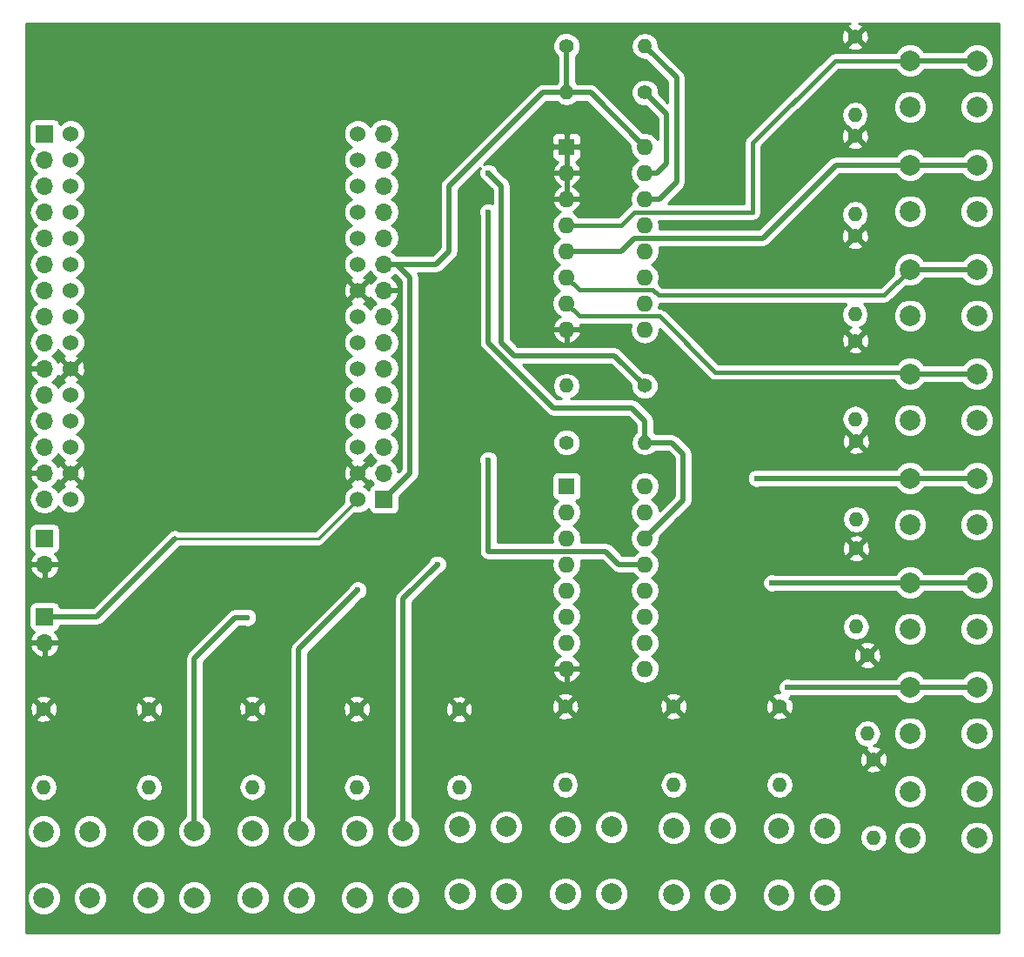
<source format=gbr>
%TF.GenerationSoftware,KiCad,Pcbnew,4.0.5+dfsg1-4*%
%TF.CreationDate,2018-11-05T17:45:36-05:00*%
%TF.ProjectId,ControlUnitInput,436F6E74726F6C556E6974496E707574,rev?*%
%TF.FileFunction,Copper,L2,Bot,Signal*%
%FSLAX46Y46*%
G04 Gerber Fmt 4.6, Leading zero omitted, Abs format (unit mm)*
G04 Created by KiCad (PCBNEW 4.0.5+dfsg1-4) date Mon Nov  5 17:45:36 2018*
%MOMM*%
%LPD*%
G01*
G04 APERTURE LIST*
%ADD10C,0.100000*%
%ADD11R,1.700000X1.700000*%
%ADD12O,1.700000X1.700000*%
%ADD13C,1.400000*%
%ADD14O,1.400000X1.400000*%
%ADD15C,2.000000*%
%ADD16C,1.524000*%
%ADD17R,1.600000X1.600000*%
%ADD18O,1.600000X1.600000*%
%ADD19C,0.600000*%
%ADD20C,0.500000*%
%ADD21C,0.250000*%
%ADD22C,0.400000*%
%ADD23C,0.254000*%
G04 APERTURE END LIST*
D10*
D11*
X15240000Y-63500000D03*
D12*
X15240000Y-66040000D03*
D13*
X73660000Y-20116800D03*
D14*
X66040000Y-20116800D03*
D13*
X66040000Y-15595600D03*
D14*
X73660000Y-15595600D03*
D13*
X94107000Y-14681200D03*
D14*
X94107000Y-22301200D03*
D13*
X94107000Y-24358600D03*
D14*
X94107000Y-31978600D03*
D13*
X94107000Y-34086800D03*
D14*
X94107000Y-41706800D03*
D13*
X94157800Y-44272200D03*
D14*
X94157800Y-51892200D03*
D13*
X94208600Y-54025800D03*
D14*
X94208600Y-61645800D03*
D13*
X94208600Y-64490600D03*
D14*
X94208600Y-72110600D03*
D13*
X95300800Y-74879200D03*
D14*
X95300800Y-82499200D03*
D13*
X95910400Y-85013800D03*
D14*
X95910400Y-92633800D03*
D13*
X66040000Y-54178200D03*
D14*
X73660000Y-54178200D03*
D13*
X73634600Y-48666400D03*
D14*
X66014600Y-48666400D03*
D13*
X45643800Y-80111600D03*
D14*
X45643800Y-87731600D03*
D13*
X35483800Y-80086200D03*
D14*
X35483800Y-87706200D03*
D13*
X25400000Y-80111600D03*
D14*
X25400000Y-87731600D03*
D13*
X15163800Y-80111600D03*
D14*
X15163800Y-87731600D03*
D13*
X86766400Y-79857600D03*
D14*
X86766400Y-87477600D03*
D13*
X76454000Y-79857600D03*
D14*
X76454000Y-87477600D03*
D13*
X65913000Y-79857600D03*
D14*
X65913000Y-87477600D03*
D13*
X55575200Y-80137000D03*
D14*
X55575200Y-87757000D03*
D15*
X99466400Y-21518000D03*
X99466400Y-17018000D03*
X105966400Y-21518000D03*
X105966400Y-17018000D03*
X99466400Y-31678000D03*
X99466400Y-27178000D03*
X105966400Y-31678000D03*
X105966400Y-27178000D03*
X99466400Y-41838000D03*
X99466400Y-37338000D03*
X105966400Y-41838000D03*
X105966400Y-37338000D03*
X99466400Y-51998000D03*
X99466400Y-47498000D03*
X105966400Y-51998000D03*
X105966400Y-47498000D03*
X99466400Y-62158000D03*
X99466400Y-57658000D03*
X105966400Y-62158000D03*
X105966400Y-57658000D03*
X99466400Y-72318000D03*
X99466400Y-67818000D03*
X105966400Y-72318000D03*
X105966400Y-67818000D03*
X99466400Y-82478000D03*
X99466400Y-77978000D03*
X105966400Y-82478000D03*
X105966400Y-77978000D03*
X99466400Y-92638000D03*
X99466400Y-88138000D03*
X105966400Y-92638000D03*
X105966400Y-88138000D03*
X45639600Y-91973400D03*
X50139600Y-91973400D03*
X45639600Y-98473400D03*
X50139600Y-98473400D03*
X35479600Y-91973400D03*
X39979600Y-91973400D03*
X35479600Y-98473400D03*
X39979600Y-98473400D03*
X25319600Y-91973400D03*
X29819600Y-91973400D03*
X25319600Y-98473400D03*
X29819600Y-98473400D03*
X15159600Y-92024200D03*
X19659600Y-92024200D03*
X15159600Y-98524200D03*
X19659600Y-98524200D03*
X86686000Y-91719400D03*
X91186000Y-91719400D03*
X86686000Y-98219400D03*
X91186000Y-98219400D03*
X76475200Y-91694000D03*
X80975200Y-91694000D03*
X76475200Y-98194000D03*
X80975200Y-98194000D03*
X65908800Y-91592400D03*
X70408800Y-91592400D03*
X65908800Y-98092400D03*
X70408800Y-98092400D03*
X55647200Y-91592400D03*
X60147200Y-91592400D03*
X55647200Y-98092400D03*
X60147200Y-98092400D03*
D16*
X17780000Y-24130000D03*
X17780000Y-26670000D03*
X17780000Y-29210000D03*
X17780000Y-31750000D03*
X17780000Y-34290000D03*
X17780000Y-36830000D03*
X17780000Y-39370000D03*
X17780000Y-41910000D03*
X17780000Y-44450000D03*
X17780000Y-46990000D03*
X17780000Y-49530000D03*
X17780000Y-52070000D03*
X17780000Y-54610000D03*
X17780000Y-57150000D03*
X17780000Y-59690000D03*
X45720000Y-59690000D03*
X45720000Y-57150000D03*
X45720000Y-54610000D03*
X45720000Y-52070000D03*
X45720000Y-49530000D03*
X45720000Y-46990000D03*
X45720000Y-44450000D03*
X45720000Y-41910000D03*
X45720000Y-39370000D03*
X45720000Y-36830000D03*
X45720000Y-34290000D03*
X45720000Y-31750000D03*
X45720000Y-29210000D03*
X45720000Y-26670000D03*
X45720000Y-24130000D03*
D17*
X66040000Y-25400000D03*
D18*
X73660000Y-43180000D03*
X66040000Y-27940000D03*
X73660000Y-40640000D03*
X66040000Y-30480000D03*
X73660000Y-38100000D03*
X66040000Y-33020000D03*
X73660000Y-35560000D03*
X66040000Y-35560000D03*
X73660000Y-33020000D03*
X66040000Y-38100000D03*
X73660000Y-30480000D03*
X66040000Y-40640000D03*
X73660000Y-27940000D03*
X66040000Y-43180000D03*
X73660000Y-25400000D03*
D17*
X66040000Y-58420000D03*
D18*
X73660000Y-76200000D03*
X66040000Y-60960000D03*
X73660000Y-73660000D03*
X66040000Y-63500000D03*
X73660000Y-71120000D03*
X66040000Y-66040000D03*
X73660000Y-68580000D03*
X66040000Y-68580000D03*
X73660000Y-66040000D03*
X66040000Y-71120000D03*
X73660000Y-63500000D03*
X66040000Y-73660000D03*
X73660000Y-60960000D03*
X66040000Y-76200000D03*
X73660000Y-58420000D03*
D11*
X15240000Y-24130000D03*
D12*
X15240000Y-26670000D03*
X15240000Y-29210000D03*
X15240000Y-31750000D03*
X15240000Y-34290000D03*
X15240000Y-36830000D03*
X15240000Y-39370000D03*
X15240000Y-41910000D03*
X15240000Y-44450000D03*
X15240000Y-46990000D03*
X15240000Y-49530000D03*
X15240000Y-52070000D03*
X15240000Y-54610000D03*
X15240000Y-57150000D03*
X15240000Y-59690000D03*
D11*
X48260000Y-59690000D03*
D12*
X48260000Y-57150000D03*
X48260000Y-54610000D03*
X48260000Y-52070000D03*
X48260000Y-49530000D03*
X48260000Y-46990000D03*
X48260000Y-44450000D03*
X48260000Y-41910000D03*
X48260000Y-39370000D03*
X48260000Y-36830000D03*
X48260000Y-34290000D03*
X48260000Y-31750000D03*
X48260000Y-29210000D03*
X48260000Y-26670000D03*
X48260000Y-24130000D03*
D11*
X15240000Y-71120000D03*
D12*
X15240000Y-73660000D03*
D19*
X58420000Y-27940000D03*
X58420000Y-31750000D03*
X58420000Y-55880000D03*
X84556600Y-57658000D03*
X86004400Y-67843400D03*
X87553800Y-78003400D03*
X53467000Y-66040000D03*
X45720000Y-68554600D03*
X34975800Y-71196200D03*
D20*
X58420000Y-27940000D02*
X59690000Y-29210000D01*
X59690000Y-29210000D02*
X59690000Y-44450000D01*
X59690000Y-44450000D02*
X60960000Y-45720000D01*
X60960000Y-45720000D02*
X70688200Y-45720000D01*
X70688200Y-45720000D02*
X73634600Y-48666400D01*
X73660000Y-27940000D02*
X74853800Y-27940000D01*
X75768200Y-22225000D02*
X73660000Y-20116800D01*
X75768200Y-27025600D02*
X75768200Y-22225000D01*
X74853800Y-27940000D02*
X75768200Y-27025600D01*
D21*
X73634600Y-48666400D02*
X73634600Y-49250600D01*
D20*
X73660000Y-54178200D02*
X73660000Y-52070000D01*
X58420000Y-44450000D02*
X58420000Y-31750000D01*
X64770000Y-50800000D02*
X58420000Y-44450000D01*
X72390000Y-50800000D02*
X64770000Y-50800000D01*
X73660000Y-52070000D02*
X72390000Y-50800000D01*
X73660000Y-30480000D02*
X75107800Y-30480000D01*
X76758800Y-18694400D02*
X73660000Y-15595600D01*
X76758800Y-28829000D02*
X76758800Y-18694400D01*
X75107800Y-30480000D02*
X76758800Y-28829000D01*
X73660000Y-54178200D02*
X76276200Y-54178200D01*
X77393800Y-59766200D02*
X73660000Y-63500000D01*
X77393800Y-55295800D02*
X77393800Y-59766200D01*
X76276200Y-54178200D02*
X77393800Y-55295800D01*
X58420000Y-55880000D02*
X58420000Y-64770000D01*
X58420000Y-64770000D02*
X69850000Y-64770000D01*
X69850000Y-64770000D02*
X71120000Y-66040000D01*
X71120000Y-66040000D02*
X73660000Y-66040000D01*
D21*
X48260000Y-36830000D02*
X49530000Y-36830000D01*
D20*
X50800000Y-57150000D02*
X48260000Y-59690000D01*
X50800000Y-38100000D02*
X50800000Y-57150000D01*
X49530000Y-36830000D02*
X50800000Y-38100000D01*
X66040000Y-20116800D02*
X63703200Y-20116800D01*
X63703200Y-20116800D02*
X54610000Y-29210000D01*
X54610000Y-29210000D02*
X54610000Y-35560000D01*
X54610000Y-35560000D02*
X53340000Y-36830000D01*
X53340000Y-36830000D02*
X48260000Y-36830000D01*
X15240000Y-71120000D02*
X20320000Y-71120000D01*
D21*
X41910000Y-63500000D02*
X45720000Y-59690000D01*
X27940000Y-63500000D02*
X41910000Y-63500000D01*
D20*
X20320000Y-71120000D02*
X27940000Y-63500000D01*
X66040000Y-15595600D02*
X66040000Y-20116800D01*
X66040000Y-20116800D02*
X68376800Y-20116800D01*
X68376800Y-20116800D02*
X73660000Y-25400000D01*
D22*
X84175600Y-31775400D02*
X84175600Y-24993600D01*
X84175600Y-24993600D02*
X92151200Y-17018000D01*
X92151200Y-17018000D02*
X99466400Y-17018000D01*
X66040000Y-33020000D02*
X71348600Y-33020000D01*
X72593200Y-31775400D02*
X84175600Y-31775400D01*
X71348600Y-33020000D02*
X72593200Y-31775400D01*
D20*
X105966400Y-17018000D02*
X99466400Y-17018000D01*
D21*
X99466400Y-27178000D02*
X105966400Y-27178000D01*
D20*
X66040000Y-35560000D02*
X71348600Y-35560000D01*
X92252800Y-27178000D02*
X105966400Y-27178000D01*
X85140800Y-34290000D02*
X92252800Y-27178000D01*
X72618600Y-34290000D02*
X85140800Y-34290000D01*
X71348600Y-35560000D02*
X72618600Y-34290000D01*
D22*
X99466400Y-37338000D02*
X96951800Y-39852600D01*
X67259200Y-39319200D02*
X66040000Y-38100000D01*
X74447400Y-39319200D02*
X67259200Y-39319200D01*
X74980800Y-39852600D02*
X74447400Y-39319200D01*
X96951800Y-39852600D02*
X74980800Y-39852600D01*
D20*
X105966400Y-37338000D02*
X99466400Y-37338000D01*
D22*
X99288600Y-47320200D02*
X80492600Y-47320200D01*
X67284600Y-41884600D02*
X66040000Y-40640000D01*
X75057000Y-41884600D02*
X67284600Y-41884600D01*
X80492600Y-47320200D02*
X75057000Y-41884600D01*
D20*
X105966400Y-47498000D02*
X99466400Y-47498000D01*
D21*
X99466400Y-47498000D02*
X99288600Y-47320200D01*
D20*
X105966400Y-57658000D02*
X99466400Y-57658000D01*
X99466400Y-57658000D02*
X84556600Y-57658000D01*
X105966400Y-67818000D02*
X99466400Y-67818000D01*
D21*
X99466400Y-67818000D02*
X99441000Y-67843400D01*
D20*
X99441000Y-67843400D02*
X86004400Y-67843400D01*
X105966400Y-77978000D02*
X99466400Y-77978000D01*
D21*
X99466400Y-77978000D02*
X99441000Y-78003400D01*
D20*
X99441000Y-78003400D02*
X87553800Y-78003400D01*
X50139600Y-91973400D02*
X50139600Y-69367400D01*
X50139600Y-69367400D02*
X53467000Y-66040000D01*
X39979600Y-91973400D02*
X39979600Y-74295000D01*
X39979600Y-74295000D02*
X45720000Y-68554600D01*
X29819600Y-91973400D02*
X29819600Y-75184000D01*
X33807400Y-71196200D02*
X34975800Y-71196200D01*
X29819600Y-75184000D02*
X33807400Y-71196200D01*
D23*
G36*
X93413169Y-13510158D02*
X93351331Y-13745925D01*
X94107000Y-14501595D01*
X94862669Y-13745925D01*
X94800831Y-13510158D01*
X94516358Y-13410000D01*
X108078200Y-13410000D01*
X108078200Y-101906000D01*
X13410000Y-101906000D01*
X13410000Y-98847995D01*
X13524316Y-98847995D01*
X13772706Y-99449143D01*
X14232237Y-99909478D01*
X14832952Y-100158916D01*
X15483395Y-100159484D01*
X16084543Y-99911094D01*
X16544878Y-99451563D01*
X16794316Y-98850848D01*
X16794318Y-98847995D01*
X18024316Y-98847995D01*
X18272706Y-99449143D01*
X18732237Y-99909478D01*
X19332952Y-100158916D01*
X19983395Y-100159484D01*
X20584543Y-99911094D01*
X21044878Y-99451563D01*
X21294316Y-98850848D01*
X21294362Y-98797195D01*
X23684316Y-98797195D01*
X23932706Y-99398343D01*
X24392237Y-99858678D01*
X24992952Y-100108116D01*
X25643395Y-100108684D01*
X26244543Y-99860294D01*
X26704878Y-99400763D01*
X26954316Y-98800048D01*
X26954318Y-98797195D01*
X28184316Y-98797195D01*
X28432706Y-99398343D01*
X28892237Y-99858678D01*
X29492952Y-100108116D01*
X30143395Y-100108684D01*
X30744543Y-99860294D01*
X31204878Y-99400763D01*
X31454316Y-98800048D01*
X31454318Y-98797195D01*
X33844316Y-98797195D01*
X34092706Y-99398343D01*
X34552237Y-99858678D01*
X35152952Y-100108116D01*
X35803395Y-100108684D01*
X36404543Y-99860294D01*
X36864878Y-99400763D01*
X37114316Y-98800048D01*
X37114318Y-98797195D01*
X38344316Y-98797195D01*
X38592706Y-99398343D01*
X39052237Y-99858678D01*
X39652952Y-100108116D01*
X40303395Y-100108684D01*
X40904543Y-99860294D01*
X41364878Y-99400763D01*
X41614316Y-98800048D01*
X41614318Y-98797195D01*
X44004316Y-98797195D01*
X44252706Y-99398343D01*
X44712237Y-99858678D01*
X45312952Y-100108116D01*
X45963395Y-100108684D01*
X46564543Y-99860294D01*
X47024878Y-99400763D01*
X47274316Y-98800048D01*
X47274318Y-98797195D01*
X48504316Y-98797195D01*
X48752706Y-99398343D01*
X49212237Y-99858678D01*
X49812952Y-100108116D01*
X50463395Y-100108684D01*
X51064543Y-99860294D01*
X51524878Y-99400763D01*
X51774316Y-98800048D01*
X51774651Y-98416195D01*
X54011916Y-98416195D01*
X54260306Y-99017343D01*
X54719837Y-99477678D01*
X55320552Y-99727116D01*
X55970995Y-99727684D01*
X56572143Y-99479294D01*
X57032478Y-99019763D01*
X57281916Y-98419048D01*
X57281918Y-98416195D01*
X58511916Y-98416195D01*
X58760306Y-99017343D01*
X59219837Y-99477678D01*
X59820552Y-99727116D01*
X60470995Y-99727684D01*
X61072143Y-99479294D01*
X61532478Y-99019763D01*
X61781916Y-98419048D01*
X61781918Y-98416195D01*
X64273516Y-98416195D01*
X64521906Y-99017343D01*
X64981437Y-99477678D01*
X65582152Y-99727116D01*
X66232595Y-99727684D01*
X66833743Y-99479294D01*
X67294078Y-99019763D01*
X67543516Y-98419048D01*
X67543518Y-98416195D01*
X68773516Y-98416195D01*
X69021906Y-99017343D01*
X69481437Y-99477678D01*
X70082152Y-99727116D01*
X70732595Y-99727684D01*
X71333743Y-99479294D01*
X71794078Y-99019763D01*
X72002512Y-98517795D01*
X74839916Y-98517795D01*
X75088306Y-99118943D01*
X75547837Y-99579278D01*
X76148552Y-99828716D01*
X76798995Y-99829284D01*
X77400143Y-99580894D01*
X77860478Y-99121363D01*
X78109916Y-98520648D01*
X78109918Y-98517795D01*
X79339916Y-98517795D01*
X79588306Y-99118943D01*
X80047837Y-99579278D01*
X80648552Y-99828716D01*
X81298995Y-99829284D01*
X81900143Y-99580894D01*
X82360478Y-99121363D01*
X82600553Y-98543195D01*
X85050716Y-98543195D01*
X85299106Y-99144343D01*
X85758637Y-99604678D01*
X86359352Y-99854116D01*
X87009795Y-99854684D01*
X87610943Y-99606294D01*
X88071278Y-99146763D01*
X88320716Y-98546048D01*
X88320718Y-98543195D01*
X89550716Y-98543195D01*
X89799106Y-99144343D01*
X90258637Y-99604678D01*
X90859352Y-99854116D01*
X91509795Y-99854684D01*
X92110943Y-99606294D01*
X92571278Y-99146763D01*
X92820716Y-98546048D01*
X92821284Y-97895605D01*
X92572894Y-97294457D01*
X92113363Y-96834122D01*
X91512648Y-96584684D01*
X90862205Y-96584116D01*
X90261057Y-96832506D01*
X89800722Y-97292037D01*
X89551284Y-97892752D01*
X89550716Y-98543195D01*
X88320718Y-98543195D01*
X88321284Y-97895605D01*
X88072894Y-97294457D01*
X87613363Y-96834122D01*
X87012648Y-96584684D01*
X86362205Y-96584116D01*
X85761057Y-96832506D01*
X85300722Y-97292037D01*
X85051284Y-97892752D01*
X85050716Y-98543195D01*
X82600553Y-98543195D01*
X82609916Y-98520648D01*
X82610484Y-97870205D01*
X82362094Y-97269057D01*
X81902563Y-96808722D01*
X81301848Y-96559284D01*
X80651405Y-96558716D01*
X80050257Y-96807106D01*
X79589922Y-97266637D01*
X79340484Y-97867352D01*
X79339916Y-98517795D01*
X78109918Y-98517795D01*
X78110484Y-97870205D01*
X77862094Y-97269057D01*
X77402563Y-96808722D01*
X76801848Y-96559284D01*
X76151405Y-96558716D01*
X75550257Y-96807106D01*
X75089922Y-97266637D01*
X74840484Y-97867352D01*
X74839916Y-98517795D01*
X72002512Y-98517795D01*
X72043516Y-98419048D01*
X72044084Y-97768605D01*
X71795694Y-97167457D01*
X71336163Y-96707122D01*
X70735448Y-96457684D01*
X70085005Y-96457116D01*
X69483857Y-96705506D01*
X69023522Y-97165037D01*
X68774084Y-97765752D01*
X68773516Y-98416195D01*
X67543518Y-98416195D01*
X67544084Y-97768605D01*
X67295694Y-97167457D01*
X66836163Y-96707122D01*
X66235448Y-96457684D01*
X65585005Y-96457116D01*
X64983857Y-96705506D01*
X64523522Y-97165037D01*
X64274084Y-97765752D01*
X64273516Y-98416195D01*
X61781918Y-98416195D01*
X61782484Y-97768605D01*
X61534094Y-97167457D01*
X61074563Y-96707122D01*
X60473848Y-96457684D01*
X59823405Y-96457116D01*
X59222257Y-96705506D01*
X58761922Y-97165037D01*
X58512484Y-97765752D01*
X58511916Y-98416195D01*
X57281918Y-98416195D01*
X57282484Y-97768605D01*
X57034094Y-97167457D01*
X56574563Y-96707122D01*
X55973848Y-96457684D01*
X55323405Y-96457116D01*
X54722257Y-96705506D01*
X54261922Y-97165037D01*
X54012484Y-97765752D01*
X54011916Y-98416195D01*
X51774651Y-98416195D01*
X51774884Y-98149605D01*
X51526494Y-97548457D01*
X51066963Y-97088122D01*
X50466248Y-96838684D01*
X49815805Y-96838116D01*
X49214657Y-97086506D01*
X48754322Y-97546037D01*
X48504884Y-98146752D01*
X48504316Y-98797195D01*
X47274318Y-98797195D01*
X47274884Y-98149605D01*
X47026494Y-97548457D01*
X46566963Y-97088122D01*
X45966248Y-96838684D01*
X45315805Y-96838116D01*
X44714657Y-97086506D01*
X44254322Y-97546037D01*
X44004884Y-98146752D01*
X44004316Y-98797195D01*
X41614318Y-98797195D01*
X41614884Y-98149605D01*
X41366494Y-97548457D01*
X40906963Y-97088122D01*
X40306248Y-96838684D01*
X39655805Y-96838116D01*
X39054657Y-97086506D01*
X38594322Y-97546037D01*
X38344884Y-98146752D01*
X38344316Y-98797195D01*
X37114318Y-98797195D01*
X37114884Y-98149605D01*
X36866494Y-97548457D01*
X36406963Y-97088122D01*
X35806248Y-96838684D01*
X35155805Y-96838116D01*
X34554657Y-97086506D01*
X34094322Y-97546037D01*
X33844884Y-98146752D01*
X33844316Y-98797195D01*
X31454318Y-98797195D01*
X31454884Y-98149605D01*
X31206494Y-97548457D01*
X30746963Y-97088122D01*
X30146248Y-96838684D01*
X29495805Y-96838116D01*
X28894657Y-97086506D01*
X28434322Y-97546037D01*
X28184884Y-98146752D01*
X28184316Y-98797195D01*
X26954318Y-98797195D01*
X26954884Y-98149605D01*
X26706494Y-97548457D01*
X26246963Y-97088122D01*
X25646248Y-96838684D01*
X24995805Y-96838116D01*
X24394657Y-97086506D01*
X23934322Y-97546037D01*
X23684884Y-98146752D01*
X23684316Y-98797195D01*
X21294362Y-98797195D01*
X21294884Y-98200405D01*
X21046494Y-97599257D01*
X20586963Y-97138922D01*
X19986248Y-96889484D01*
X19335805Y-96888916D01*
X18734657Y-97137306D01*
X18274322Y-97596837D01*
X18024884Y-98197552D01*
X18024316Y-98847995D01*
X16794318Y-98847995D01*
X16794884Y-98200405D01*
X16546494Y-97599257D01*
X16086963Y-97138922D01*
X15486248Y-96889484D01*
X14835805Y-96888916D01*
X14234657Y-97137306D01*
X13774322Y-97596837D01*
X13524884Y-98197552D01*
X13524316Y-98847995D01*
X13410000Y-98847995D01*
X13410000Y-92347995D01*
X13524316Y-92347995D01*
X13772706Y-92949143D01*
X14232237Y-93409478D01*
X14832952Y-93658916D01*
X15483395Y-93659484D01*
X16084543Y-93411094D01*
X16544878Y-92951563D01*
X16794316Y-92350848D01*
X16794318Y-92347995D01*
X18024316Y-92347995D01*
X18272706Y-92949143D01*
X18732237Y-93409478D01*
X19332952Y-93658916D01*
X19983395Y-93659484D01*
X20584543Y-93411094D01*
X21044878Y-92951563D01*
X21294316Y-92350848D01*
X21294362Y-92297195D01*
X23684316Y-92297195D01*
X23932706Y-92898343D01*
X24392237Y-93358678D01*
X24992952Y-93608116D01*
X25643395Y-93608684D01*
X26244543Y-93360294D01*
X26704878Y-92900763D01*
X26954316Y-92300048D01*
X26954318Y-92297195D01*
X28184316Y-92297195D01*
X28432706Y-92898343D01*
X28892237Y-93358678D01*
X29492952Y-93608116D01*
X30143395Y-93608684D01*
X30744543Y-93360294D01*
X31204878Y-92900763D01*
X31454316Y-92300048D01*
X31454318Y-92297195D01*
X33844316Y-92297195D01*
X34092706Y-92898343D01*
X34552237Y-93358678D01*
X35152952Y-93608116D01*
X35803395Y-93608684D01*
X36404543Y-93360294D01*
X36864878Y-92900763D01*
X37114316Y-92300048D01*
X37114318Y-92297195D01*
X38344316Y-92297195D01*
X38592706Y-92898343D01*
X39052237Y-93358678D01*
X39652952Y-93608116D01*
X40303395Y-93608684D01*
X40904543Y-93360294D01*
X41364878Y-92900763D01*
X41614316Y-92300048D01*
X41614318Y-92297195D01*
X44004316Y-92297195D01*
X44252706Y-92898343D01*
X44712237Y-93358678D01*
X45312952Y-93608116D01*
X45963395Y-93608684D01*
X46564543Y-93360294D01*
X47024878Y-92900763D01*
X47274316Y-92300048D01*
X47274318Y-92297195D01*
X48504316Y-92297195D01*
X48752706Y-92898343D01*
X49212237Y-93358678D01*
X49812952Y-93608116D01*
X50463395Y-93608684D01*
X51064543Y-93360294D01*
X51524878Y-92900763D01*
X51774316Y-92300048D01*
X51774651Y-91916195D01*
X54011916Y-91916195D01*
X54260306Y-92517343D01*
X54719837Y-92977678D01*
X55320552Y-93227116D01*
X55970995Y-93227684D01*
X56572143Y-92979294D01*
X57032478Y-92519763D01*
X57281916Y-91919048D01*
X57281918Y-91916195D01*
X58511916Y-91916195D01*
X58760306Y-92517343D01*
X59219837Y-92977678D01*
X59820552Y-93227116D01*
X60470995Y-93227684D01*
X61072143Y-92979294D01*
X61532478Y-92519763D01*
X61781916Y-91919048D01*
X61781918Y-91916195D01*
X64273516Y-91916195D01*
X64521906Y-92517343D01*
X64981437Y-92977678D01*
X65582152Y-93227116D01*
X66232595Y-93227684D01*
X66833743Y-92979294D01*
X67294078Y-92519763D01*
X67543516Y-91919048D01*
X67543518Y-91916195D01*
X68773516Y-91916195D01*
X69021906Y-92517343D01*
X69481437Y-92977678D01*
X70082152Y-93227116D01*
X70732595Y-93227684D01*
X71333743Y-92979294D01*
X71794078Y-92519763D01*
X72002512Y-92017795D01*
X74839916Y-92017795D01*
X75088306Y-92618943D01*
X75547837Y-93079278D01*
X76148552Y-93328716D01*
X76798995Y-93329284D01*
X77400143Y-93080894D01*
X77860478Y-92621363D01*
X78109916Y-92020648D01*
X78109918Y-92017795D01*
X79339916Y-92017795D01*
X79588306Y-92618943D01*
X80047837Y-93079278D01*
X80648552Y-93328716D01*
X81298995Y-93329284D01*
X81900143Y-93080894D01*
X82360478Y-92621363D01*
X82600553Y-92043195D01*
X85050716Y-92043195D01*
X85299106Y-92644343D01*
X85758637Y-93104678D01*
X86359352Y-93354116D01*
X87009795Y-93354684D01*
X87610943Y-93106294D01*
X88071278Y-92646763D01*
X88320716Y-92046048D01*
X88320718Y-92043195D01*
X89550716Y-92043195D01*
X89799106Y-92644343D01*
X90258637Y-93104678D01*
X90859352Y-93354116D01*
X91509795Y-93354684D01*
X92110943Y-93106294D01*
X92571278Y-92646763D01*
X92587520Y-92607646D01*
X94575400Y-92607646D01*
X94575400Y-92659954D01*
X94677021Y-93170836D01*
X94966412Y-93603942D01*
X95399518Y-93893333D01*
X95910400Y-93994954D01*
X96421282Y-93893333D01*
X96854388Y-93603942D01*
X97143779Y-93170836D01*
X97185359Y-92961795D01*
X97831116Y-92961795D01*
X98079506Y-93562943D01*
X98539037Y-94023278D01*
X99139752Y-94272716D01*
X99790195Y-94273284D01*
X100391343Y-94024894D01*
X100851678Y-93565363D01*
X101101116Y-92964648D01*
X101101118Y-92961795D01*
X104331116Y-92961795D01*
X104579506Y-93562943D01*
X105039037Y-94023278D01*
X105639752Y-94272716D01*
X106290195Y-94273284D01*
X106891343Y-94024894D01*
X107351678Y-93565363D01*
X107601116Y-92964648D01*
X107601684Y-92314205D01*
X107353294Y-91713057D01*
X106893763Y-91252722D01*
X106293048Y-91003284D01*
X105642605Y-91002716D01*
X105041457Y-91251106D01*
X104581122Y-91710637D01*
X104331684Y-92311352D01*
X104331116Y-92961795D01*
X101101118Y-92961795D01*
X101101684Y-92314205D01*
X100853294Y-91713057D01*
X100393763Y-91252722D01*
X99793048Y-91003284D01*
X99142605Y-91002716D01*
X98541457Y-91251106D01*
X98081122Y-91710637D01*
X97831684Y-92311352D01*
X97831116Y-92961795D01*
X97185359Y-92961795D01*
X97245400Y-92659954D01*
X97245400Y-92607646D01*
X97143779Y-92096764D01*
X96854388Y-91663658D01*
X96421282Y-91374267D01*
X95910400Y-91272646D01*
X95399518Y-91374267D01*
X94966412Y-91663658D01*
X94677021Y-92096764D01*
X94575400Y-92607646D01*
X92587520Y-92607646D01*
X92820716Y-92046048D01*
X92821284Y-91395605D01*
X92572894Y-90794457D01*
X92113363Y-90334122D01*
X91512648Y-90084684D01*
X90862205Y-90084116D01*
X90261057Y-90332506D01*
X89800722Y-90792037D01*
X89551284Y-91392752D01*
X89550716Y-92043195D01*
X88320718Y-92043195D01*
X88321284Y-91395605D01*
X88072894Y-90794457D01*
X87613363Y-90334122D01*
X87012648Y-90084684D01*
X86362205Y-90084116D01*
X85761057Y-90332506D01*
X85300722Y-90792037D01*
X85051284Y-91392752D01*
X85050716Y-92043195D01*
X82600553Y-92043195D01*
X82609916Y-92020648D01*
X82610484Y-91370205D01*
X82362094Y-90769057D01*
X81902563Y-90308722D01*
X81301848Y-90059284D01*
X80651405Y-90058716D01*
X80050257Y-90307106D01*
X79589922Y-90766637D01*
X79340484Y-91367352D01*
X79339916Y-92017795D01*
X78109918Y-92017795D01*
X78110484Y-91370205D01*
X77862094Y-90769057D01*
X77402563Y-90308722D01*
X76801848Y-90059284D01*
X76151405Y-90058716D01*
X75550257Y-90307106D01*
X75089922Y-90766637D01*
X74840484Y-91367352D01*
X74839916Y-92017795D01*
X72002512Y-92017795D01*
X72043516Y-91919048D01*
X72044084Y-91268605D01*
X71795694Y-90667457D01*
X71336163Y-90207122D01*
X70735448Y-89957684D01*
X70085005Y-89957116D01*
X69483857Y-90205506D01*
X69023522Y-90665037D01*
X68774084Y-91265752D01*
X68773516Y-91916195D01*
X67543518Y-91916195D01*
X67544084Y-91268605D01*
X67295694Y-90667457D01*
X66836163Y-90207122D01*
X66235448Y-89957684D01*
X65585005Y-89957116D01*
X64983857Y-90205506D01*
X64523522Y-90665037D01*
X64274084Y-91265752D01*
X64273516Y-91916195D01*
X61781918Y-91916195D01*
X61782484Y-91268605D01*
X61534094Y-90667457D01*
X61074563Y-90207122D01*
X60473848Y-89957684D01*
X59823405Y-89957116D01*
X59222257Y-90205506D01*
X58761922Y-90665037D01*
X58512484Y-91265752D01*
X58511916Y-91916195D01*
X57281918Y-91916195D01*
X57282484Y-91268605D01*
X57034094Y-90667457D01*
X56574563Y-90207122D01*
X55973848Y-89957684D01*
X55323405Y-89957116D01*
X54722257Y-90205506D01*
X54261922Y-90665037D01*
X54012484Y-91265752D01*
X54011916Y-91916195D01*
X51774651Y-91916195D01*
X51774884Y-91649605D01*
X51526494Y-91048457D01*
X51066963Y-90588122D01*
X51024600Y-90570531D01*
X51024600Y-87730846D01*
X54240200Y-87730846D01*
X54240200Y-87783154D01*
X54341821Y-88294036D01*
X54631212Y-88727142D01*
X55064318Y-89016533D01*
X55575200Y-89118154D01*
X56086082Y-89016533D01*
X56519188Y-88727142D01*
X56808579Y-88294036D01*
X56910200Y-87783154D01*
X56910200Y-87730846D01*
X56854624Y-87451446D01*
X64578000Y-87451446D01*
X64578000Y-87503754D01*
X64679621Y-88014636D01*
X64969012Y-88447742D01*
X65402118Y-88737133D01*
X65913000Y-88838754D01*
X66423882Y-88737133D01*
X66856988Y-88447742D01*
X67146379Y-88014636D01*
X67248000Y-87503754D01*
X67248000Y-87451446D01*
X75119000Y-87451446D01*
X75119000Y-87503754D01*
X75220621Y-88014636D01*
X75510012Y-88447742D01*
X75943118Y-88737133D01*
X76454000Y-88838754D01*
X76964882Y-88737133D01*
X77397988Y-88447742D01*
X77687379Y-88014636D01*
X77789000Y-87503754D01*
X77789000Y-87451446D01*
X85431400Y-87451446D01*
X85431400Y-87503754D01*
X85533021Y-88014636D01*
X85822412Y-88447742D01*
X86255518Y-88737133D01*
X86766400Y-88838754D01*
X87277282Y-88737133D01*
X87689356Y-88461795D01*
X97831116Y-88461795D01*
X98079506Y-89062943D01*
X98539037Y-89523278D01*
X99139752Y-89772716D01*
X99790195Y-89773284D01*
X100391343Y-89524894D01*
X100851678Y-89065363D01*
X101101116Y-88464648D01*
X101101118Y-88461795D01*
X104331116Y-88461795D01*
X104579506Y-89062943D01*
X105039037Y-89523278D01*
X105639752Y-89772716D01*
X106290195Y-89773284D01*
X106891343Y-89524894D01*
X107351678Y-89065363D01*
X107601116Y-88464648D01*
X107601684Y-87814205D01*
X107353294Y-87213057D01*
X106893763Y-86752722D01*
X106293048Y-86503284D01*
X105642605Y-86502716D01*
X105041457Y-86751106D01*
X104581122Y-87210637D01*
X104331684Y-87811352D01*
X104331116Y-88461795D01*
X101101118Y-88461795D01*
X101101684Y-87814205D01*
X100853294Y-87213057D01*
X100393763Y-86752722D01*
X99793048Y-86503284D01*
X99142605Y-86502716D01*
X98541457Y-86751106D01*
X98081122Y-87210637D01*
X97831684Y-87811352D01*
X97831116Y-88461795D01*
X87689356Y-88461795D01*
X87710388Y-88447742D01*
X87999779Y-88014636D01*
X88101400Y-87503754D01*
X88101400Y-87451446D01*
X87999779Y-86940564D01*
X87710388Y-86507458D01*
X87277282Y-86218067D01*
X86766400Y-86116446D01*
X86255518Y-86218067D01*
X85822412Y-86507458D01*
X85533021Y-86940564D01*
X85431400Y-87451446D01*
X77789000Y-87451446D01*
X77687379Y-86940564D01*
X77397988Y-86507458D01*
X76964882Y-86218067D01*
X76454000Y-86116446D01*
X75943118Y-86218067D01*
X75510012Y-86507458D01*
X75220621Y-86940564D01*
X75119000Y-87451446D01*
X67248000Y-87451446D01*
X67146379Y-86940564D01*
X66856988Y-86507458D01*
X66423882Y-86218067D01*
X65913000Y-86116446D01*
X65402118Y-86218067D01*
X64969012Y-86507458D01*
X64679621Y-86940564D01*
X64578000Y-87451446D01*
X56854624Y-87451446D01*
X56808579Y-87219964D01*
X56519188Y-86786858D01*
X56086082Y-86497467D01*
X55575200Y-86395846D01*
X55064318Y-86497467D01*
X54631212Y-86786858D01*
X54341821Y-87219964D01*
X54240200Y-87730846D01*
X51024600Y-87730846D01*
X51024600Y-85949075D01*
X95154731Y-85949075D01*
X95216569Y-86184842D01*
X95717522Y-86361219D01*
X96247840Y-86332464D01*
X96604231Y-86184842D01*
X96666069Y-85949075D01*
X95910400Y-85193405D01*
X95154731Y-85949075D01*
X51024600Y-85949075D01*
X51024600Y-84820922D01*
X94562981Y-84820922D01*
X94591736Y-85351240D01*
X94739358Y-85707631D01*
X94975125Y-85769469D01*
X95730795Y-85013800D01*
X96090005Y-85013800D01*
X96845675Y-85769469D01*
X97081442Y-85707631D01*
X97257819Y-85206678D01*
X97229064Y-84676360D01*
X97081442Y-84319969D01*
X96845675Y-84258131D01*
X96090005Y-85013800D01*
X95730795Y-85013800D01*
X94975125Y-84258131D01*
X94739358Y-84319969D01*
X94562981Y-84820922D01*
X51024600Y-84820922D01*
X51024600Y-82473046D01*
X93965800Y-82473046D01*
X93965800Y-82525354D01*
X94067421Y-83036236D01*
X94356812Y-83469342D01*
X94789918Y-83758733D01*
X95216359Y-83843558D01*
X95154731Y-84078525D01*
X95910400Y-84834195D01*
X96666069Y-84078525D01*
X96604231Y-83842758D01*
X96103278Y-83666381D01*
X95936351Y-83675432D01*
X96244788Y-83469342D01*
X96534179Y-83036236D01*
X96580812Y-82801795D01*
X97831116Y-82801795D01*
X98079506Y-83402943D01*
X98539037Y-83863278D01*
X99139752Y-84112716D01*
X99790195Y-84113284D01*
X100391343Y-83864894D01*
X100851678Y-83405363D01*
X101101116Y-82804648D01*
X101101118Y-82801795D01*
X104331116Y-82801795D01*
X104579506Y-83402943D01*
X105039037Y-83863278D01*
X105639752Y-84112716D01*
X106290195Y-84113284D01*
X106891343Y-83864894D01*
X107351678Y-83405363D01*
X107601116Y-82804648D01*
X107601684Y-82154205D01*
X107353294Y-81553057D01*
X106893763Y-81092722D01*
X106293048Y-80843284D01*
X105642605Y-80842716D01*
X105041457Y-81091106D01*
X104581122Y-81550637D01*
X104331684Y-82151352D01*
X104331116Y-82801795D01*
X101101118Y-82801795D01*
X101101684Y-82154205D01*
X100853294Y-81553057D01*
X100393763Y-81092722D01*
X99793048Y-80843284D01*
X99142605Y-80842716D01*
X98541457Y-81091106D01*
X98081122Y-81550637D01*
X97831684Y-82151352D01*
X97831116Y-82801795D01*
X96580812Y-82801795D01*
X96635800Y-82525354D01*
X96635800Y-82473046D01*
X96534179Y-81962164D01*
X96244788Y-81529058D01*
X95811682Y-81239667D01*
X95300800Y-81138046D01*
X94789918Y-81239667D01*
X94356812Y-81529058D01*
X94067421Y-81962164D01*
X93965800Y-82473046D01*
X51024600Y-82473046D01*
X51024600Y-81072275D01*
X54819531Y-81072275D01*
X54881369Y-81308042D01*
X55382322Y-81484419D01*
X55912640Y-81455664D01*
X56269031Y-81308042D01*
X56330869Y-81072275D01*
X55575200Y-80316605D01*
X54819531Y-81072275D01*
X51024600Y-81072275D01*
X51024600Y-79944122D01*
X54227781Y-79944122D01*
X54256536Y-80474440D01*
X54404158Y-80830831D01*
X54639925Y-80892669D01*
X55395595Y-80137000D01*
X55754805Y-80137000D01*
X56510475Y-80892669D01*
X56746242Y-80830831D01*
X56759605Y-80792875D01*
X65157331Y-80792875D01*
X65219169Y-81028642D01*
X65720122Y-81205019D01*
X66250440Y-81176264D01*
X66606831Y-81028642D01*
X66668669Y-80792875D01*
X75698331Y-80792875D01*
X75760169Y-81028642D01*
X76261122Y-81205019D01*
X76791440Y-81176264D01*
X77147831Y-81028642D01*
X77209669Y-80792875D01*
X86010731Y-80792875D01*
X86072569Y-81028642D01*
X86573522Y-81205019D01*
X87103840Y-81176264D01*
X87460231Y-81028642D01*
X87522069Y-80792875D01*
X86766400Y-80037205D01*
X86010731Y-80792875D01*
X77209669Y-80792875D01*
X76454000Y-80037205D01*
X75698331Y-80792875D01*
X66668669Y-80792875D01*
X65913000Y-80037205D01*
X65157331Y-80792875D01*
X56759605Y-80792875D01*
X56922619Y-80329878D01*
X56893864Y-79799560D01*
X56838013Y-79664722D01*
X64565581Y-79664722D01*
X64594336Y-80195040D01*
X64741958Y-80551431D01*
X64977725Y-80613269D01*
X65733395Y-79857600D01*
X66092605Y-79857600D01*
X66848275Y-80613269D01*
X67084042Y-80551431D01*
X67260419Y-80050478D01*
X67239503Y-79664722D01*
X75106581Y-79664722D01*
X75135336Y-80195040D01*
X75282958Y-80551431D01*
X75518725Y-80613269D01*
X76274395Y-79857600D01*
X76633605Y-79857600D01*
X77389275Y-80613269D01*
X77625042Y-80551431D01*
X77801419Y-80050478D01*
X77780503Y-79664722D01*
X85418981Y-79664722D01*
X85447736Y-80195040D01*
X85595358Y-80551431D01*
X85831125Y-80613269D01*
X86586795Y-79857600D01*
X85831125Y-79101931D01*
X85595358Y-79163769D01*
X85418981Y-79664722D01*
X77780503Y-79664722D01*
X77772664Y-79520160D01*
X77625042Y-79163769D01*
X77389275Y-79101931D01*
X76633605Y-79857600D01*
X76274395Y-79857600D01*
X75518725Y-79101931D01*
X75282958Y-79163769D01*
X75106581Y-79664722D01*
X67239503Y-79664722D01*
X67231664Y-79520160D01*
X67084042Y-79163769D01*
X66848275Y-79101931D01*
X66092605Y-79857600D01*
X65733395Y-79857600D01*
X64977725Y-79101931D01*
X64741958Y-79163769D01*
X64565581Y-79664722D01*
X56838013Y-79664722D01*
X56746242Y-79443169D01*
X56510475Y-79381331D01*
X55754805Y-80137000D01*
X55395595Y-80137000D01*
X54639925Y-79381331D01*
X54404158Y-79443169D01*
X54227781Y-79944122D01*
X51024600Y-79944122D01*
X51024600Y-79201725D01*
X54819531Y-79201725D01*
X55575200Y-79957395D01*
X56330869Y-79201725D01*
X56269031Y-78965958D01*
X56145103Y-78922325D01*
X65157331Y-78922325D01*
X65913000Y-79677995D01*
X66668669Y-78922325D01*
X75698331Y-78922325D01*
X76454000Y-79677995D01*
X77209669Y-78922325D01*
X86010731Y-78922325D01*
X86766400Y-79677995D01*
X86780542Y-79663852D01*
X86960148Y-79843458D01*
X86946005Y-79857600D01*
X87701675Y-80613269D01*
X87937442Y-80551431D01*
X88113819Y-80050478D01*
X88085064Y-79520160D01*
X87937442Y-79163769D01*
X87701677Y-79101931D01*
X87816926Y-78986682D01*
X87760082Y-78929838D01*
X87860369Y-78888400D01*
X98073497Y-78888400D01*
X98079506Y-78902943D01*
X98539037Y-79363278D01*
X99139752Y-79612716D01*
X99790195Y-79613284D01*
X100391343Y-79364894D01*
X100851678Y-78905363D01*
X100869269Y-78863000D01*
X104563002Y-78863000D01*
X104579506Y-78902943D01*
X105039037Y-79363278D01*
X105639752Y-79612716D01*
X106290195Y-79613284D01*
X106891343Y-79364894D01*
X107351678Y-78905363D01*
X107601116Y-78304648D01*
X107601684Y-77654205D01*
X107353294Y-77053057D01*
X106893763Y-76592722D01*
X106293048Y-76343284D01*
X105642605Y-76342716D01*
X105041457Y-76591106D01*
X104581122Y-77050637D01*
X104563531Y-77093000D01*
X100869798Y-77093000D01*
X100853294Y-77053057D01*
X100393763Y-76592722D01*
X99793048Y-76343284D01*
X99142605Y-76342716D01*
X98541457Y-76591106D01*
X98081122Y-77050637D01*
X98052984Y-77118400D01*
X87860622Y-77118400D01*
X87740599Y-77068562D01*
X87368633Y-77068238D01*
X87024857Y-77210283D01*
X86761608Y-77473073D01*
X86618962Y-77816601D01*
X86618638Y-78188567D01*
X86756078Y-78521199D01*
X86428960Y-78538936D01*
X86072569Y-78686558D01*
X86010731Y-78922325D01*
X77209669Y-78922325D01*
X77147831Y-78686558D01*
X76646878Y-78510181D01*
X76116560Y-78538936D01*
X75760169Y-78686558D01*
X75698331Y-78922325D01*
X66668669Y-78922325D01*
X66606831Y-78686558D01*
X66105878Y-78510181D01*
X65575560Y-78538936D01*
X65219169Y-78686558D01*
X65157331Y-78922325D01*
X56145103Y-78922325D01*
X55768078Y-78789581D01*
X55237760Y-78818336D01*
X54881369Y-78965958D01*
X54819531Y-79201725D01*
X51024600Y-79201725D01*
X51024600Y-76549039D01*
X64648096Y-76549039D01*
X64808959Y-76937423D01*
X65184866Y-77352389D01*
X65690959Y-77591914D01*
X65913000Y-77470629D01*
X65913000Y-76327000D01*
X66167000Y-76327000D01*
X66167000Y-77470629D01*
X66389041Y-77591914D01*
X66895134Y-77352389D01*
X67271041Y-76937423D01*
X67431904Y-76549039D01*
X67309915Y-76327000D01*
X66167000Y-76327000D01*
X65913000Y-76327000D01*
X64770085Y-76327000D01*
X64648096Y-76549039D01*
X51024600Y-76549039D01*
X51024600Y-69733980D01*
X53875834Y-66882745D01*
X53995943Y-66833117D01*
X54259192Y-66570327D01*
X54401838Y-66226799D01*
X54402162Y-65854833D01*
X54260117Y-65511057D01*
X53997327Y-65247808D01*
X53653799Y-65105162D01*
X53281833Y-65104838D01*
X52938057Y-65246883D01*
X52674808Y-65509673D01*
X52624434Y-65630987D01*
X49513810Y-68741610D01*
X49321967Y-69028725D01*
X49321967Y-69028726D01*
X49254599Y-69367400D01*
X49254600Y-69367405D01*
X49254600Y-90570002D01*
X49214657Y-90586506D01*
X48754322Y-91046037D01*
X48504884Y-91646752D01*
X48504316Y-92297195D01*
X47274318Y-92297195D01*
X47274884Y-91649605D01*
X47026494Y-91048457D01*
X46566963Y-90588122D01*
X45966248Y-90338684D01*
X45315805Y-90338116D01*
X44714657Y-90586506D01*
X44254322Y-91046037D01*
X44004884Y-91646752D01*
X44004316Y-92297195D01*
X41614318Y-92297195D01*
X41614884Y-91649605D01*
X41366494Y-91048457D01*
X40906963Y-90588122D01*
X40864600Y-90570531D01*
X40864600Y-87705446D01*
X44308800Y-87705446D01*
X44308800Y-87757754D01*
X44410421Y-88268636D01*
X44699812Y-88701742D01*
X45132918Y-88991133D01*
X45643800Y-89092754D01*
X46154682Y-88991133D01*
X46587788Y-88701742D01*
X46877179Y-88268636D01*
X46978800Y-87757754D01*
X46978800Y-87705446D01*
X46877179Y-87194564D01*
X46587788Y-86761458D01*
X46154682Y-86472067D01*
X45643800Y-86370446D01*
X45132918Y-86472067D01*
X44699812Y-86761458D01*
X44410421Y-87194564D01*
X44308800Y-87705446D01*
X40864600Y-87705446D01*
X40864600Y-81046875D01*
X44888131Y-81046875D01*
X44949969Y-81282642D01*
X45450922Y-81459019D01*
X45981240Y-81430264D01*
X46337631Y-81282642D01*
X46399469Y-81046875D01*
X45643800Y-80291205D01*
X44888131Y-81046875D01*
X40864600Y-81046875D01*
X40864600Y-79918722D01*
X44296381Y-79918722D01*
X44325136Y-80449040D01*
X44472758Y-80805431D01*
X44708525Y-80867269D01*
X45464195Y-80111600D01*
X45823405Y-80111600D01*
X46579075Y-80867269D01*
X46814842Y-80805431D01*
X46991219Y-80304478D01*
X46962464Y-79774160D01*
X46814842Y-79417769D01*
X46579075Y-79355931D01*
X45823405Y-80111600D01*
X45464195Y-80111600D01*
X44708525Y-79355931D01*
X44472758Y-79417769D01*
X44296381Y-79918722D01*
X40864600Y-79918722D01*
X40864600Y-79176325D01*
X44888131Y-79176325D01*
X45643800Y-79931995D01*
X46399469Y-79176325D01*
X46337631Y-78940558D01*
X45836678Y-78764181D01*
X45306360Y-78792936D01*
X44949969Y-78940558D01*
X44888131Y-79176325D01*
X40864600Y-79176325D01*
X40864600Y-74661580D01*
X46128834Y-69397345D01*
X46248943Y-69347717D01*
X46512192Y-69084927D01*
X46654838Y-68741399D01*
X46655162Y-68369433D01*
X46513117Y-68025657D01*
X46250327Y-67762408D01*
X45906799Y-67619762D01*
X45534833Y-67619438D01*
X45191057Y-67761483D01*
X44927808Y-68024273D01*
X44877434Y-68145587D01*
X39353810Y-73669210D01*
X39161967Y-73956325D01*
X39161967Y-73956326D01*
X39094599Y-74295000D01*
X39094600Y-74295005D01*
X39094600Y-90570002D01*
X39054657Y-90586506D01*
X38594322Y-91046037D01*
X38344884Y-91646752D01*
X38344316Y-92297195D01*
X37114318Y-92297195D01*
X37114884Y-91649605D01*
X36866494Y-91048457D01*
X36406963Y-90588122D01*
X35806248Y-90338684D01*
X35155805Y-90338116D01*
X34554657Y-90586506D01*
X34094322Y-91046037D01*
X33844884Y-91646752D01*
X33844316Y-92297195D01*
X31454318Y-92297195D01*
X31454884Y-91649605D01*
X31206494Y-91048457D01*
X30746963Y-90588122D01*
X30704600Y-90570531D01*
X30704600Y-87680046D01*
X34148800Y-87680046D01*
X34148800Y-87732354D01*
X34250421Y-88243236D01*
X34539812Y-88676342D01*
X34972918Y-88965733D01*
X35483800Y-89067354D01*
X35994682Y-88965733D01*
X36427788Y-88676342D01*
X36717179Y-88243236D01*
X36818800Y-87732354D01*
X36818800Y-87680046D01*
X36717179Y-87169164D01*
X36427788Y-86736058D01*
X35994682Y-86446667D01*
X35483800Y-86345046D01*
X34972918Y-86446667D01*
X34539812Y-86736058D01*
X34250421Y-87169164D01*
X34148800Y-87680046D01*
X30704600Y-87680046D01*
X30704600Y-81021475D01*
X34728131Y-81021475D01*
X34789969Y-81257242D01*
X35290922Y-81433619D01*
X35821240Y-81404864D01*
X36177631Y-81257242D01*
X36239469Y-81021475D01*
X35483800Y-80265805D01*
X34728131Y-81021475D01*
X30704600Y-81021475D01*
X30704600Y-79893322D01*
X34136381Y-79893322D01*
X34165136Y-80423640D01*
X34312758Y-80780031D01*
X34548525Y-80841869D01*
X35304195Y-80086200D01*
X35663405Y-80086200D01*
X36419075Y-80841869D01*
X36654842Y-80780031D01*
X36831219Y-80279078D01*
X36802464Y-79748760D01*
X36654842Y-79392369D01*
X36419075Y-79330531D01*
X35663405Y-80086200D01*
X35304195Y-80086200D01*
X34548525Y-79330531D01*
X34312758Y-79392369D01*
X34136381Y-79893322D01*
X30704600Y-79893322D01*
X30704600Y-79150925D01*
X34728131Y-79150925D01*
X35483800Y-79906595D01*
X36239469Y-79150925D01*
X36177631Y-78915158D01*
X35676678Y-78738781D01*
X35146360Y-78767536D01*
X34789969Y-78915158D01*
X34728131Y-79150925D01*
X30704600Y-79150925D01*
X30704600Y-75550580D01*
X34173979Y-72081200D01*
X34668978Y-72081200D01*
X34789001Y-72131038D01*
X35160967Y-72131362D01*
X35504743Y-71989317D01*
X35767992Y-71726527D01*
X35910638Y-71382999D01*
X35910962Y-71011033D01*
X35768917Y-70667257D01*
X35506127Y-70404008D01*
X35162599Y-70261362D01*
X34790633Y-70261038D01*
X34669231Y-70311200D01*
X33807405Y-70311200D01*
X33807400Y-70311199D01*
X33524916Y-70367390D01*
X33468725Y-70378567D01*
X33181610Y-70570410D01*
X33181608Y-70570413D01*
X29193810Y-74558210D01*
X29001967Y-74845325D01*
X29001967Y-74845326D01*
X28934599Y-75184000D01*
X28934600Y-75184005D01*
X28934600Y-90570002D01*
X28894657Y-90586506D01*
X28434322Y-91046037D01*
X28184884Y-91646752D01*
X28184316Y-92297195D01*
X26954318Y-92297195D01*
X26954884Y-91649605D01*
X26706494Y-91048457D01*
X26246963Y-90588122D01*
X25646248Y-90338684D01*
X24995805Y-90338116D01*
X24394657Y-90586506D01*
X23934322Y-91046037D01*
X23684884Y-91646752D01*
X23684316Y-92297195D01*
X21294362Y-92297195D01*
X21294884Y-91700405D01*
X21046494Y-91099257D01*
X20586963Y-90638922D01*
X19986248Y-90389484D01*
X19335805Y-90388916D01*
X18734657Y-90637306D01*
X18274322Y-91096837D01*
X18024884Y-91697552D01*
X18024316Y-92347995D01*
X16794318Y-92347995D01*
X16794884Y-91700405D01*
X16546494Y-91099257D01*
X16086963Y-90638922D01*
X15486248Y-90389484D01*
X14835805Y-90388916D01*
X14234657Y-90637306D01*
X13774322Y-91096837D01*
X13524884Y-91697552D01*
X13524316Y-92347995D01*
X13410000Y-92347995D01*
X13410000Y-87705446D01*
X13828800Y-87705446D01*
X13828800Y-87757754D01*
X13930421Y-88268636D01*
X14219812Y-88701742D01*
X14652918Y-88991133D01*
X15163800Y-89092754D01*
X15674682Y-88991133D01*
X16107788Y-88701742D01*
X16397179Y-88268636D01*
X16498800Y-87757754D01*
X16498800Y-87705446D01*
X24065000Y-87705446D01*
X24065000Y-87757754D01*
X24166621Y-88268636D01*
X24456012Y-88701742D01*
X24889118Y-88991133D01*
X25400000Y-89092754D01*
X25910882Y-88991133D01*
X26343988Y-88701742D01*
X26633379Y-88268636D01*
X26735000Y-87757754D01*
X26735000Y-87705446D01*
X26633379Y-87194564D01*
X26343988Y-86761458D01*
X25910882Y-86472067D01*
X25400000Y-86370446D01*
X24889118Y-86472067D01*
X24456012Y-86761458D01*
X24166621Y-87194564D01*
X24065000Y-87705446D01*
X16498800Y-87705446D01*
X16397179Y-87194564D01*
X16107788Y-86761458D01*
X15674682Y-86472067D01*
X15163800Y-86370446D01*
X14652918Y-86472067D01*
X14219812Y-86761458D01*
X13930421Y-87194564D01*
X13828800Y-87705446D01*
X13410000Y-87705446D01*
X13410000Y-81046875D01*
X14408131Y-81046875D01*
X14469969Y-81282642D01*
X14970922Y-81459019D01*
X15501240Y-81430264D01*
X15857631Y-81282642D01*
X15919469Y-81046875D01*
X24644331Y-81046875D01*
X24706169Y-81282642D01*
X25207122Y-81459019D01*
X25737440Y-81430264D01*
X26093831Y-81282642D01*
X26155669Y-81046875D01*
X25400000Y-80291205D01*
X24644331Y-81046875D01*
X15919469Y-81046875D01*
X15163800Y-80291205D01*
X14408131Y-81046875D01*
X13410000Y-81046875D01*
X13410000Y-79918722D01*
X13816381Y-79918722D01*
X13845136Y-80449040D01*
X13992758Y-80805431D01*
X14228525Y-80867269D01*
X14984195Y-80111600D01*
X15343405Y-80111600D01*
X16099075Y-80867269D01*
X16334842Y-80805431D01*
X16511219Y-80304478D01*
X16490303Y-79918722D01*
X24052581Y-79918722D01*
X24081336Y-80449040D01*
X24228958Y-80805431D01*
X24464725Y-80867269D01*
X25220395Y-80111600D01*
X25579605Y-80111600D01*
X26335275Y-80867269D01*
X26571042Y-80805431D01*
X26747419Y-80304478D01*
X26718664Y-79774160D01*
X26571042Y-79417769D01*
X26335275Y-79355931D01*
X25579605Y-80111600D01*
X25220395Y-80111600D01*
X24464725Y-79355931D01*
X24228958Y-79417769D01*
X24052581Y-79918722D01*
X16490303Y-79918722D01*
X16482464Y-79774160D01*
X16334842Y-79417769D01*
X16099075Y-79355931D01*
X15343405Y-80111600D01*
X14984195Y-80111600D01*
X14228525Y-79355931D01*
X13992758Y-79417769D01*
X13816381Y-79918722D01*
X13410000Y-79918722D01*
X13410000Y-79176325D01*
X14408131Y-79176325D01*
X15163800Y-79931995D01*
X15919469Y-79176325D01*
X24644331Y-79176325D01*
X25400000Y-79931995D01*
X26155669Y-79176325D01*
X26093831Y-78940558D01*
X25592878Y-78764181D01*
X25062560Y-78792936D01*
X24706169Y-78940558D01*
X24644331Y-79176325D01*
X15919469Y-79176325D01*
X15857631Y-78940558D01*
X15356678Y-78764181D01*
X14826360Y-78792936D01*
X14469969Y-78940558D01*
X14408131Y-79176325D01*
X13410000Y-79176325D01*
X13410000Y-74016890D01*
X13798524Y-74016890D01*
X13968355Y-74426924D01*
X14358642Y-74855183D01*
X14883108Y-75101486D01*
X15113000Y-74980819D01*
X15113000Y-73787000D01*
X15367000Y-73787000D01*
X15367000Y-74980819D01*
X15596892Y-75101486D01*
X16121358Y-74855183D01*
X16511645Y-74426924D01*
X16681476Y-74016890D01*
X16560155Y-73787000D01*
X15367000Y-73787000D01*
X15113000Y-73787000D01*
X13919845Y-73787000D01*
X13798524Y-74016890D01*
X13410000Y-74016890D01*
X13410000Y-70270000D01*
X13742560Y-70270000D01*
X13742560Y-71970000D01*
X13786838Y-72205317D01*
X13925910Y-72421441D01*
X14138110Y-72566431D01*
X14246107Y-72588301D01*
X13968355Y-72893076D01*
X13798524Y-73303110D01*
X13919845Y-73533000D01*
X15113000Y-73533000D01*
X15113000Y-73513000D01*
X15367000Y-73513000D01*
X15367000Y-73533000D01*
X16560155Y-73533000D01*
X16681476Y-73303110D01*
X16511645Y-72893076D01*
X16235499Y-72590063D01*
X16325317Y-72573162D01*
X16541441Y-72434090D01*
X16686431Y-72221890D01*
X16730352Y-72005000D01*
X20319995Y-72005000D01*
X20320000Y-72005001D01*
X20602484Y-71948810D01*
X20658675Y-71937633D01*
X20945790Y-71745790D01*
X28431579Y-64260000D01*
X41910000Y-64260000D01*
X42200839Y-64202148D01*
X42447401Y-64037401D01*
X45410619Y-61074183D01*
X45440900Y-61086757D01*
X45996661Y-61087242D01*
X46510303Y-60875010D01*
X46775738Y-60610037D01*
X46806838Y-60775317D01*
X46945910Y-60991441D01*
X47158110Y-61136431D01*
X47410000Y-61187440D01*
X49110000Y-61187440D01*
X49345317Y-61143162D01*
X49561441Y-61004090D01*
X49706431Y-60791890D01*
X49757440Y-60540000D01*
X49757440Y-59444140D01*
X51425787Y-57775792D01*
X51425790Y-57775790D01*
X51617633Y-57488675D01*
X51685000Y-57150000D01*
X51685000Y-54442583D01*
X64704769Y-54442583D01*
X64907582Y-54933429D01*
X65282796Y-55309298D01*
X65773287Y-55512968D01*
X66304383Y-55513431D01*
X66795229Y-55310618D01*
X67171098Y-54935404D01*
X67374768Y-54444913D01*
X67375231Y-53913817D01*
X67172418Y-53422971D01*
X66797204Y-53047102D01*
X66306713Y-52843432D01*
X65775617Y-52842969D01*
X65284771Y-53045782D01*
X64908902Y-53420996D01*
X64705232Y-53911487D01*
X64704769Y-54442583D01*
X51685000Y-54442583D01*
X51685000Y-38100005D01*
X51685001Y-38100000D01*
X51617633Y-37761325D01*
X51586680Y-37715000D01*
X53339995Y-37715000D01*
X53340000Y-37715001D01*
X53628869Y-37657540D01*
X53678675Y-37647633D01*
X53965790Y-37455790D01*
X55235787Y-36185792D01*
X55235790Y-36185790D01*
X55427633Y-35898675D01*
X55469690Y-35687242D01*
X55495001Y-35560000D01*
X55495000Y-35559995D01*
X55495000Y-29576580D01*
X57603595Y-27467985D01*
X57485162Y-27753201D01*
X57484838Y-28125167D01*
X57626883Y-28468943D01*
X57889673Y-28732192D01*
X58010986Y-28782566D01*
X58805000Y-29576579D01*
X58805000Y-30897463D01*
X58606799Y-30815162D01*
X58234833Y-30814838D01*
X57891057Y-30956883D01*
X57627808Y-31219673D01*
X57485162Y-31563201D01*
X57484838Y-31935167D01*
X57535000Y-32056569D01*
X57535000Y-44449995D01*
X57534999Y-44450000D01*
X57590032Y-44726661D01*
X57602367Y-44788675D01*
X57794210Y-45075790D01*
X64144208Y-51425787D01*
X64144210Y-51425790D01*
X64431325Y-51617633D01*
X64770000Y-51685001D01*
X64770005Y-51685000D01*
X72023420Y-51685000D01*
X72775000Y-52436579D01*
X72775000Y-53177322D01*
X72689858Y-53234212D01*
X72400467Y-53667318D01*
X72298846Y-54178200D01*
X72400467Y-54689082D01*
X72689858Y-55122188D01*
X73122964Y-55411579D01*
X73633846Y-55513200D01*
X73686154Y-55513200D01*
X74197036Y-55411579D01*
X74630142Y-55122188D01*
X74669556Y-55063200D01*
X75909620Y-55063200D01*
X76508800Y-55662379D01*
X76508800Y-59399621D01*
X75094130Y-60814291D01*
X75013880Y-60410849D01*
X74702811Y-59945302D01*
X74320725Y-59690000D01*
X74702811Y-59434698D01*
X75013880Y-58969151D01*
X75123113Y-58420000D01*
X75013880Y-57870849D01*
X74702811Y-57405302D01*
X74237264Y-57094233D01*
X73688113Y-56985000D01*
X73631887Y-56985000D01*
X73082736Y-57094233D01*
X72617189Y-57405302D01*
X72306120Y-57870849D01*
X72196887Y-58420000D01*
X72306120Y-58969151D01*
X72617189Y-59434698D01*
X72999275Y-59690000D01*
X72617189Y-59945302D01*
X72306120Y-60410849D01*
X72196887Y-60960000D01*
X72306120Y-61509151D01*
X72617189Y-61974698D01*
X72999275Y-62230000D01*
X72617189Y-62485302D01*
X72306120Y-62950849D01*
X72196887Y-63500000D01*
X72306120Y-64049151D01*
X72617189Y-64514698D01*
X72999275Y-64770000D01*
X72617189Y-65025302D01*
X72530527Y-65155000D01*
X71486579Y-65155000D01*
X70475790Y-64144210D01*
X70315938Y-64037401D01*
X70188675Y-63952367D01*
X70132484Y-63941190D01*
X69850000Y-63884999D01*
X69849995Y-63885000D01*
X67426532Y-63885000D01*
X67503113Y-63500000D01*
X67393880Y-62950849D01*
X67082811Y-62485302D01*
X66700725Y-62230000D01*
X67082811Y-61974698D01*
X67393880Y-61509151D01*
X67503113Y-60960000D01*
X67393880Y-60410849D01*
X67082811Y-59945302D01*
X66938535Y-59848899D01*
X67075317Y-59823162D01*
X67291441Y-59684090D01*
X67436431Y-59471890D01*
X67487440Y-59220000D01*
X67487440Y-57620000D01*
X67443162Y-57384683D01*
X67304090Y-57168559D01*
X67091890Y-57023569D01*
X66840000Y-56972560D01*
X65240000Y-56972560D01*
X65004683Y-57016838D01*
X64788559Y-57155910D01*
X64643569Y-57368110D01*
X64592560Y-57620000D01*
X64592560Y-59220000D01*
X64636838Y-59455317D01*
X64775910Y-59671441D01*
X64988110Y-59816431D01*
X65143089Y-59847815D01*
X64997189Y-59945302D01*
X64686120Y-60410849D01*
X64576887Y-60960000D01*
X64686120Y-61509151D01*
X64997189Y-61974698D01*
X65379275Y-62230000D01*
X64997189Y-62485302D01*
X64686120Y-62950849D01*
X64576887Y-63500000D01*
X64653468Y-63885000D01*
X59305000Y-63885000D01*
X59305000Y-56186822D01*
X59354838Y-56066799D01*
X59355162Y-55694833D01*
X59213117Y-55351057D01*
X58950327Y-55087808D01*
X58606799Y-54945162D01*
X58234833Y-54944838D01*
X57891057Y-55086883D01*
X57627808Y-55349673D01*
X57485162Y-55693201D01*
X57484838Y-56065167D01*
X57535000Y-56186569D01*
X57535000Y-64770000D01*
X57602367Y-65108675D01*
X57794210Y-65395790D01*
X58081325Y-65587633D01*
X58420000Y-65655000D01*
X64653468Y-65655000D01*
X64576887Y-66040000D01*
X64686120Y-66589151D01*
X64997189Y-67054698D01*
X65379275Y-67310000D01*
X64997189Y-67565302D01*
X64686120Y-68030849D01*
X64576887Y-68580000D01*
X64686120Y-69129151D01*
X64997189Y-69594698D01*
X65379275Y-69850000D01*
X64997189Y-70105302D01*
X64686120Y-70570849D01*
X64576887Y-71120000D01*
X64686120Y-71669151D01*
X64997189Y-72134698D01*
X65379275Y-72390000D01*
X64997189Y-72645302D01*
X64686120Y-73110849D01*
X64576887Y-73660000D01*
X64686120Y-74209151D01*
X64997189Y-74674698D01*
X65401703Y-74944986D01*
X65184866Y-75047611D01*
X64808959Y-75462577D01*
X64648096Y-75850961D01*
X64770085Y-76073000D01*
X65913000Y-76073000D01*
X65913000Y-76053000D01*
X66167000Y-76053000D01*
X66167000Y-76073000D01*
X67309915Y-76073000D01*
X67431904Y-75850961D01*
X67271041Y-75462577D01*
X66895134Y-75047611D01*
X66678297Y-74944986D01*
X67082811Y-74674698D01*
X67393880Y-74209151D01*
X67503113Y-73660000D01*
X67393880Y-73110849D01*
X67082811Y-72645302D01*
X66700725Y-72390000D01*
X67082811Y-72134698D01*
X67393880Y-71669151D01*
X67503113Y-71120000D01*
X67393880Y-70570849D01*
X67082811Y-70105302D01*
X66700725Y-69850000D01*
X67082811Y-69594698D01*
X67393880Y-69129151D01*
X67503113Y-68580000D01*
X67393880Y-68030849D01*
X67082811Y-67565302D01*
X66700725Y-67310000D01*
X67082811Y-67054698D01*
X67393880Y-66589151D01*
X67503113Y-66040000D01*
X67426532Y-65655000D01*
X69483420Y-65655000D01*
X70494208Y-66665787D01*
X70494210Y-66665790D01*
X70743250Y-66832192D01*
X70781325Y-66857633D01*
X71120000Y-66925001D01*
X71120005Y-66925000D01*
X72530527Y-66925000D01*
X72617189Y-67054698D01*
X72999275Y-67310000D01*
X72617189Y-67565302D01*
X72306120Y-68030849D01*
X72196887Y-68580000D01*
X72306120Y-69129151D01*
X72617189Y-69594698D01*
X72999275Y-69850000D01*
X72617189Y-70105302D01*
X72306120Y-70570849D01*
X72196887Y-71120000D01*
X72306120Y-71669151D01*
X72617189Y-72134698D01*
X72999275Y-72390000D01*
X72617189Y-72645302D01*
X72306120Y-73110849D01*
X72196887Y-73660000D01*
X72306120Y-74209151D01*
X72617189Y-74674698D01*
X72999275Y-74930000D01*
X72617189Y-75185302D01*
X72306120Y-75650849D01*
X72196887Y-76200000D01*
X72306120Y-76749151D01*
X72617189Y-77214698D01*
X73082736Y-77525767D01*
X73631887Y-77635000D01*
X73688113Y-77635000D01*
X74237264Y-77525767D01*
X74702811Y-77214698D01*
X75013880Y-76749151D01*
X75123113Y-76200000D01*
X75046428Y-75814475D01*
X94545131Y-75814475D01*
X94606969Y-76050242D01*
X95107922Y-76226619D01*
X95638240Y-76197864D01*
X95994631Y-76050242D01*
X96056469Y-75814475D01*
X95300800Y-75058805D01*
X94545131Y-75814475D01*
X75046428Y-75814475D01*
X75013880Y-75650849D01*
X74702811Y-75185302D01*
X74320725Y-74930000D01*
X74685414Y-74686322D01*
X93953381Y-74686322D01*
X93982136Y-75216640D01*
X94129758Y-75573031D01*
X94365525Y-75634869D01*
X95121195Y-74879200D01*
X95480405Y-74879200D01*
X96236075Y-75634869D01*
X96471842Y-75573031D01*
X96648219Y-75072078D01*
X96619464Y-74541760D01*
X96471842Y-74185369D01*
X96236075Y-74123531D01*
X95480405Y-74879200D01*
X95121195Y-74879200D01*
X94365525Y-74123531D01*
X94129758Y-74185369D01*
X93953381Y-74686322D01*
X74685414Y-74686322D01*
X74702811Y-74674698D01*
X75013880Y-74209151D01*
X75066636Y-73943925D01*
X94545131Y-73943925D01*
X95300800Y-74699595D01*
X96056469Y-73943925D01*
X95994631Y-73708158D01*
X95493678Y-73531781D01*
X94963360Y-73560536D01*
X94606969Y-73708158D01*
X94545131Y-73943925D01*
X75066636Y-73943925D01*
X75123113Y-73660000D01*
X75013880Y-73110849D01*
X74702811Y-72645302D01*
X74320725Y-72390000D01*
X74702811Y-72134698D01*
X74736388Y-72084446D01*
X92873600Y-72084446D01*
X92873600Y-72136754D01*
X92975221Y-72647636D01*
X93264612Y-73080742D01*
X93697718Y-73370133D01*
X94208600Y-73471754D01*
X94719482Y-73370133D01*
X95152588Y-73080742D01*
X95441979Y-72647636D01*
X95443140Y-72641795D01*
X97831116Y-72641795D01*
X98079506Y-73242943D01*
X98539037Y-73703278D01*
X99139752Y-73952716D01*
X99790195Y-73953284D01*
X100391343Y-73704894D01*
X100851678Y-73245363D01*
X101101116Y-72644648D01*
X101101118Y-72641795D01*
X104331116Y-72641795D01*
X104579506Y-73242943D01*
X105039037Y-73703278D01*
X105639752Y-73952716D01*
X106290195Y-73953284D01*
X106891343Y-73704894D01*
X107351678Y-73245363D01*
X107601116Y-72644648D01*
X107601684Y-71994205D01*
X107353294Y-71393057D01*
X106893763Y-70932722D01*
X106293048Y-70683284D01*
X105642605Y-70682716D01*
X105041457Y-70931106D01*
X104581122Y-71390637D01*
X104331684Y-71991352D01*
X104331116Y-72641795D01*
X101101118Y-72641795D01*
X101101684Y-71994205D01*
X100853294Y-71393057D01*
X100393763Y-70932722D01*
X99793048Y-70683284D01*
X99142605Y-70682716D01*
X98541457Y-70931106D01*
X98081122Y-71390637D01*
X97831684Y-71991352D01*
X97831116Y-72641795D01*
X95443140Y-72641795D01*
X95543600Y-72136754D01*
X95543600Y-72084446D01*
X95441979Y-71573564D01*
X95152588Y-71140458D01*
X94719482Y-70851067D01*
X94208600Y-70749446D01*
X93697718Y-70851067D01*
X93264612Y-71140458D01*
X92975221Y-71573564D01*
X92873600Y-72084446D01*
X74736388Y-72084446D01*
X75013880Y-71669151D01*
X75123113Y-71120000D01*
X75013880Y-70570849D01*
X74702811Y-70105302D01*
X74320725Y-69850000D01*
X74702811Y-69594698D01*
X75013880Y-69129151D01*
X75123113Y-68580000D01*
X75013880Y-68030849D01*
X75012356Y-68028567D01*
X85069238Y-68028567D01*
X85211283Y-68372343D01*
X85474073Y-68635592D01*
X85817601Y-68778238D01*
X86189567Y-68778562D01*
X86310969Y-68728400D01*
X98073497Y-68728400D01*
X98079506Y-68742943D01*
X98539037Y-69203278D01*
X99139752Y-69452716D01*
X99790195Y-69453284D01*
X100391343Y-69204894D01*
X100851678Y-68745363D01*
X100869269Y-68703000D01*
X104563002Y-68703000D01*
X104579506Y-68742943D01*
X105039037Y-69203278D01*
X105639752Y-69452716D01*
X106290195Y-69453284D01*
X106891343Y-69204894D01*
X107351678Y-68745363D01*
X107601116Y-68144648D01*
X107601684Y-67494205D01*
X107353294Y-66893057D01*
X106893763Y-66432722D01*
X106293048Y-66183284D01*
X105642605Y-66182716D01*
X105041457Y-66431106D01*
X104581122Y-66890637D01*
X104563531Y-66933000D01*
X100869798Y-66933000D01*
X100853294Y-66893057D01*
X100393763Y-66432722D01*
X99793048Y-66183284D01*
X99142605Y-66182716D01*
X98541457Y-66431106D01*
X98081122Y-66890637D01*
X98052984Y-66958400D01*
X86311222Y-66958400D01*
X86191199Y-66908562D01*
X85819233Y-66908238D01*
X85475457Y-67050283D01*
X85212208Y-67313073D01*
X85069562Y-67656601D01*
X85069238Y-68028567D01*
X75012356Y-68028567D01*
X74702811Y-67565302D01*
X74320725Y-67310000D01*
X74702811Y-67054698D01*
X75013880Y-66589151D01*
X75123113Y-66040000D01*
X75013880Y-65490849D01*
X74970466Y-65425875D01*
X93452931Y-65425875D01*
X93514769Y-65661642D01*
X94015722Y-65838019D01*
X94546040Y-65809264D01*
X94902431Y-65661642D01*
X94964269Y-65425875D01*
X94208600Y-64670205D01*
X93452931Y-65425875D01*
X74970466Y-65425875D01*
X74702811Y-65025302D01*
X74320725Y-64770000D01*
X74702811Y-64514698D01*
X74847789Y-64297722D01*
X92861181Y-64297722D01*
X92889936Y-64828040D01*
X93037558Y-65184431D01*
X93273325Y-65246269D01*
X94028995Y-64490600D01*
X94388205Y-64490600D01*
X95143875Y-65246269D01*
X95379642Y-65184431D01*
X95556019Y-64683478D01*
X95527264Y-64153160D01*
X95379642Y-63796769D01*
X95143875Y-63734931D01*
X94388205Y-64490600D01*
X94028995Y-64490600D01*
X93273325Y-63734931D01*
X93037558Y-63796769D01*
X92861181Y-64297722D01*
X74847789Y-64297722D01*
X75013880Y-64049151D01*
X75112108Y-63555325D01*
X93452931Y-63555325D01*
X94208600Y-64310995D01*
X94964269Y-63555325D01*
X94902431Y-63319558D01*
X94401478Y-63143181D01*
X93871160Y-63171936D01*
X93514769Y-63319558D01*
X93452931Y-63555325D01*
X75112108Y-63555325D01*
X75123113Y-63500000D01*
X75088017Y-63323562D01*
X76791933Y-61619646D01*
X92873600Y-61619646D01*
X92873600Y-61671954D01*
X92975221Y-62182836D01*
X93264612Y-62615942D01*
X93697718Y-62905333D01*
X94208600Y-63006954D01*
X94719482Y-62905333D01*
X95152588Y-62615942D01*
X95242221Y-62481795D01*
X97831116Y-62481795D01*
X98079506Y-63082943D01*
X98539037Y-63543278D01*
X99139752Y-63792716D01*
X99790195Y-63793284D01*
X100391343Y-63544894D01*
X100851678Y-63085363D01*
X101101116Y-62484648D01*
X101101118Y-62481795D01*
X104331116Y-62481795D01*
X104579506Y-63082943D01*
X105039037Y-63543278D01*
X105639752Y-63792716D01*
X106290195Y-63793284D01*
X106891343Y-63544894D01*
X107351678Y-63085363D01*
X107601116Y-62484648D01*
X107601684Y-61834205D01*
X107353294Y-61233057D01*
X106893763Y-60772722D01*
X106293048Y-60523284D01*
X105642605Y-60522716D01*
X105041457Y-60771106D01*
X104581122Y-61230637D01*
X104331684Y-61831352D01*
X104331116Y-62481795D01*
X101101118Y-62481795D01*
X101101684Y-61834205D01*
X100853294Y-61233057D01*
X100393763Y-60772722D01*
X99793048Y-60523284D01*
X99142605Y-60522716D01*
X98541457Y-60771106D01*
X98081122Y-61230637D01*
X97831684Y-61831352D01*
X97831116Y-62481795D01*
X95242221Y-62481795D01*
X95441979Y-62182836D01*
X95543600Y-61671954D01*
X95543600Y-61619646D01*
X95441979Y-61108764D01*
X95152588Y-60675658D01*
X94719482Y-60386267D01*
X94208600Y-60284646D01*
X93697718Y-60386267D01*
X93264612Y-60675658D01*
X92975221Y-61108764D01*
X92873600Y-61619646D01*
X76791933Y-61619646D01*
X78019587Y-60391992D01*
X78019590Y-60391990D01*
X78211433Y-60104875D01*
X78211434Y-60104874D01*
X78278801Y-59766200D01*
X78278800Y-59766195D01*
X78278800Y-57843167D01*
X83621438Y-57843167D01*
X83763483Y-58186943D01*
X84026273Y-58450192D01*
X84369801Y-58592838D01*
X84741767Y-58593162D01*
X84863169Y-58543000D01*
X98063002Y-58543000D01*
X98079506Y-58582943D01*
X98539037Y-59043278D01*
X99139752Y-59292716D01*
X99790195Y-59293284D01*
X100391343Y-59044894D01*
X100851678Y-58585363D01*
X100869269Y-58543000D01*
X104563002Y-58543000D01*
X104579506Y-58582943D01*
X105039037Y-59043278D01*
X105639752Y-59292716D01*
X106290195Y-59293284D01*
X106891343Y-59044894D01*
X107351678Y-58585363D01*
X107601116Y-57984648D01*
X107601684Y-57334205D01*
X107353294Y-56733057D01*
X106893763Y-56272722D01*
X106293048Y-56023284D01*
X105642605Y-56022716D01*
X105041457Y-56271106D01*
X104581122Y-56730637D01*
X104563531Y-56773000D01*
X100869798Y-56773000D01*
X100853294Y-56733057D01*
X100393763Y-56272722D01*
X99793048Y-56023284D01*
X99142605Y-56022716D01*
X98541457Y-56271106D01*
X98081122Y-56730637D01*
X98063531Y-56773000D01*
X84863422Y-56773000D01*
X84743399Y-56723162D01*
X84371433Y-56722838D01*
X84027657Y-56864883D01*
X83764408Y-57127673D01*
X83621762Y-57471201D01*
X83621438Y-57843167D01*
X78278800Y-57843167D01*
X78278800Y-55295805D01*
X78278801Y-55295800D01*
X78212219Y-54961075D01*
X93452931Y-54961075D01*
X93514769Y-55196842D01*
X94015722Y-55373219D01*
X94546040Y-55344464D01*
X94902431Y-55196842D01*
X94964269Y-54961075D01*
X94208600Y-54205405D01*
X93452931Y-54961075D01*
X78212219Y-54961075D01*
X78211433Y-54957125D01*
X78165980Y-54889100D01*
X78019590Y-54670010D01*
X78019587Y-54670008D01*
X77182502Y-53832922D01*
X92861181Y-53832922D01*
X92889936Y-54363240D01*
X93037558Y-54719631D01*
X93273325Y-54781469D01*
X94028995Y-54025800D01*
X94388205Y-54025800D01*
X95143875Y-54781469D01*
X95379642Y-54719631D01*
X95556019Y-54218678D01*
X95527264Y-53688360D01*
X95379642Y-53331969D01*
X95143875Y-53270131D01*
X94388205Y-54025800D01*
X94028995Y-54025800D01*
X93273325Y-53270131D01*
X93037558Y-53331969D01*
X92861181Y-53832922D01*
X77182502Y-53832922D01*
X76901990Y-53552410D01*
X76711291Y-53424990D01*
X76614875Y-53360567D01*
X76558684Y-53349390D01*
X76276200Y-53293199D01*
X76276195Y-53293200D01*
X74669556Y-53293200D01*
X74630142Y-53234212D01*
X74545000Y-53177322D01*
X74545000Y-52070005D01*
X74545001Y-52070000D01*
X74504432Y-51866046D01*
X92822800Y-51866046D01*
X92822800Y-51918354D01*
X92924421Y-52429236D01*
X93213812Y-52862342D01*
X93468198Y-53032317D01*
X93452931Y-53090525D01*
X94208600Y-53846195D01*
X94964269Y-53090525D01*
X94933851Y-52974553D01*
X95101788Y-52862342D01*
X95391179Y-52429236D01*
X95412550Y-52321795D01*
X97831116Y-52321795D01*
X98079506Y-52922943D01*
X98539037Y-53383278D01*
X99139752Y-53632716D01*
X99790195Y-53633284D01*
X100391343Y-53384894D01*
X100851678Y-52925363D01*
X101101116Y-52324648D01*
X101101118Y-52321795D01*
X104331116Y-52321795D01*
X104579506Y-52922943D01*
X105039037Y-53383278D01*
X105639752Y-53632716D01*
X106290195Y-53633284D01*
X106891343Y-53384894D01*
X107351678Y-52925363D01*
X107601116Y-52324648D01*
X107601684Y-51674205D01*
X107353294Y-51073057D01*
X106893763Y-50612722D01*
X106293048Y-50363284D01*
X105642605Y-50362716D01*
X105041457Y-50611106D01*
X104581122Y-51070637D01*
X104331684Y-51671352D01*
X104331116Y-52321795D01*
X101101118Y-52321795D01*
X101101684Y-51674205D01*
X100853294Y-51073057D01*
X100393763Y-50612722D01*
X99793048Y-50363284D01*
X99142605Y-50362716D01*
X98541457Y-50611106D01*
X98081122Y-51070637D01*
X97831684Y-51671352D01*
X97831116Y-52321795D01*
X95412550Y-52321795D01*
X95492800Y-51918354D01*
X95492800Y-51866046D01*
X95391179Y-51355164D01*
X95101788Y-50922058D01*
X94668682Y-50632667D01*
X94157800Y-50531046D01*
X93646918Y-50632667D01*
X93213812Y-50922058D01*
X92924421Y-51355164D01*
X92822800Y-51866046D01*
X74504432Y-51866046D01*
X74477633Y-51731325D01*
X74439467Y-51674205D01*
X74285790Y-51444210D01*
X74285787Y-51444208D01*
X73015790Y-50174210D01*
X72728675Y-49982367D01*
X72672484Y-49971190D01*
X72390000Y-49914999D01*
X72389995Y-49915000D01*
X66475115Y-49915000D01*
X66551636Y-49899779D01*
X66984742Y-49610388D01*
X67274133Y-49177282D01*
X67375754Y-48666400D01*
X67274133Y-48155518D01*
X66984742Y-47722412D01*
X66551636Y-47433021D01*
X66040754Y-47331400D01*
X65988446Y-47331400D01*
X65477564Y-47433021D01*
X65044458Y-47722412D01*
X64755067Y-48155518D01*
X64653446Y-48666400D01*
X64755067Y-49177282D01*
X65044458Y-49610388D01*
X65477564Y-49899779D01*
X65554085Y-49915000D01*
X65136579Y-49915000D01*
X61826580Y-46605000D01*
X70321620Y-46605000D01*
X72299672Y-48583051D01*
X72299369Y-48930783D01*
X72502182Y-49421629D01*
X72877396Y-49797498D01*
X73367887Y-50001168D01*
X73588148Y-50001360D01*
X73634600Y-50010600D01*
X73680647Y-50001441D01*
X73898983Y-50001631D01*
X74389829Y-49798818D01*
X74765698Y-49423604D01*
X74969368Y-48933113D01*
X74969831Y-48402017D01*
X74767018Y-47911171D01*
X74391804Y-47535302D01*
X73901313Y-47331632D01*
X73551106Y-47331327D01*
X71313990Y-45094210D01*
X71214703Y-45027869D01*
X71026875Y-44902367D01*
X70970684Y-44891190D01*
X70688200Y-44834999D01*
X70688195Y-44835000D01*
X61326579Y-44835000D01*
X60575000Y-44083420D01*
X60575000Y-43529039D01*
X64648096Y-43529039D01*
X64808959Y-43917423D01*
X65184866Y-44332389D01*
X65690959Y-44571914D01*
X65913000Y-44450629D01*
X65913000Y-43307000D01*
X66167000Y-43307000D01*
X66167000Y-44450629D01*
X66389041Y-44571914D01*
X66895134Y-44332389D01*
X67271041Y-43917423D01*
X67431904Y-43529039D01*
X67309915Y-43307000D01*
X66167000Y-43307000D01*
X65913000Y-43307000D01*
X64770085Y-43307000D01*
X64648096Y-43529039D01*
X60575000Y-43529039D01*
X60575000Y-29210005D01*
X60575001Y-29210000D01*
X60507633Y-28871325D01*
X60315790Y-28584210D01*
X60315787Y-28584208D01*
X60020619Y-28289039D01*
X64648096Y-28289039D01*
X64808959Y-28677423D01*
X65184866Y-29092389D01*
X65433367Y-29210000D01*
X65184866Y-29327611D01*
X64808959Y-29742577D01*
X64648096Y-30130961D01*
X64770085Y-30353000D01*
X65913000Y-30353000D01*
X65913000Y-28067000D01*
X66167000Y-28067000D01*
X66167000Y-30353000D01*
X67309915Y-30353000D01*
X67431904Y-30130961D01*
X67271041Y-29742577D01*
X66895134Y-29327611D01*
X66646633Y-29210000D01*
X66895134Y-29092389D01*
X67271041Y-28677423D01*
X67431904Y-28289039D01*
X67309915Y-28067000D01*
X66167000Y-28067000D01*
X65913000Y-28067000D01*
X64770085Y-28067000D01*
X64648096Y-28289039D01*
X60020619Y-28289039D01*
X59262744Y-27531164D01*
X59213117Y-27411057D01*
X58950327Y-27147808D01*
X58606799Y-27005162D01*
X58234833Y-27004838D01*
X57948383Y-27123196D01*
X59385829Y-25685750D01*
X64605000Y-25685750D01*
X64605000Y-26326310D01*
X64701673Y-26559699D01*
X64880302Y-26738327D01*
X65113691Y-26835000D01*
X65141938Y-26835000D01*
X64808959Y-27202577D01*
X64648096Y-27590961D01*
X64770085Y-27813000D01*
X65913000Y-27813000D01*
X65913000Y-25527000D01*
X66167000Y-25527000D01*
X66167000Y-27813000D01*
X67309915Y-27813000D01*
X67431904Y-27590961D01*
X67271041Y-27202577D01*
X66938062Y-26835000D01*
X66966309Y-26835000D01*
X67199698Y-26738327D01*
X67378327Y-26559699D01*
X67475000Y-26326310D01*
X67475000Y-25685750D01*
X67316250Y-25527000D01*
X66167000Y-25527000D01*
X65913000Y-25527000D01*
X64763750Y-25527000D01*
X64605000Y-25685750D01*
X59385829Y-25685750D01*
X60597889Y-24473690D01*
X64605000Y-24473690D01*
X64605000Y-25114250D01*
X64763750Y-25273000D01*
X65913000Y-25273000D01*
X65913000Y-24123750D01*
X66167000Y-24123750D01*
X66167000Y-25273000D01*
X67316250Y-25273000D01*
X67475000Y-25114250D01*
X67475000Y-24473690D01*
X67378327Y-24240301D01*
X67199698Y-24061673D01*
X66966309Y-23965000D01*
X66325750Y-23965000D01*
X66167000Y-24123750D01*
X65913000Y-24123750D01*
X65754250Y-23965000D01*
X65113691Y-23965000D01*
X64880302Y-24061673D01*
X64701673Y-24240301D01*
X64605000Y-24473690D01*
X60597889Y-24473690D01*
X64069779Y-21001800D01*
X65030444Y-21001800D01*
X65069858Y-21060788D01*
X65502964Y-21350179D01*
X66013846Y-21451800D01*
X66066154Y-21451800D01*
X66577036Y-21350179D01*
X67010142Y-21060788D01*
X67049556Y-21001800D01*
X68010220Y-21001800D01*
X72231983Y-25223562D01*
X72196887Y-25400000D01*
X72306120Y-25949151D01*
X72617189Y-26414698D01*
X72999275Y-26670000D01*
X72617189Y-26925302D01*
X72306120Y-27390849D01*
X72196887Y-27940000D01*
X72306120Y-28489151D01*
X72617189Y-28954698D01*
X72999275Y-29210000D01*
X72617189Y-29465302D01*
X72306120Y-29930849D01*
X72196887Y-30480000D01*
X72300065Y-30998709D01*
X72273659Y-31003961D01*
X72093694Y-31124210D01*
X72002766Y-31184966D01*
X71002732Y-32185000D01*
X67202882Y-32185000D01*
X67082811Y-32005302D01*
X66678297Y-31735014D01*
X66895134Y-31632389D01*
X67271041Y-31217423D01*
X67431904Y-30829039D01*
X67309915Y-30607000D01*
X66167000Y-30607000D01*
X66167000Y-30627000D01*
X65913000Y-30627000D01*
X65913000Y-30607000D01*
X64770085Y-30607000D01*
X64648096Y-30829039D01*
X64808959Y-31217423D01*
X65184866Y-31632389D01*
X65401703Y-31735014D01*
X64997189Y-32005302D01*
X64686120Y-32470849D01*
X64576887Y-33020000D01*
X64686120Y-33569151D01*
X64997189Y-34034698D01*
X65379275Y-34290000D01*
X64997189Y-34545302D01*
X64686120Y-35010849D01*
X64576887Y-35560000D01*
X64686120Y-36109151D01*
X64997189Y-36574698D01*
X65379275Y-36830000D01*
X64997189Y-37085302D01*
X64686120Y-37550849D01*
X64576887Y-38100000D01*
X64686120Y-38649151D01*
X64997189Y-39114698D01*
X65379275Y-39370000D01*
X64997189Y-39625302D01*
X64686120Y-40090849D01*
X64576887Y-40640000D01*
X64686120Y-41189151D01*
X64997189Y-41654698D01*
X65401703Y-41924986D01*
X65184866Y-42027611D01*
X64808959Y-42442577D01*
X64648096Y-42830961D01*
X64770085Y-43053000D01*
X65913000Y-43053000D01*
X65913000Y-43033000D01*
X66167000Y-43033000D01*
X66167000Y-43053000D01*
X67309915Y-43053000D01*
X67431904Y-42830961D01*
X67385780Y-42719600D01*
X72288466Y-42719600D01*
X72196887Y-43180000D01*
X72306120Y-43729151D01*
X72617189Y-44194698D01*
X73082736Y-44505767D01*
X73631887Y-44615000D01*
X73688113Y-44615000D01*
X74237264Y-44505767D01*
X74702811Y-44194698D01*
X75013880Y-43729151D01*
X75123113Y-43180000D01*
X75111090Y-43119558D01*
X79902166Y-47910634D01*
X80173059Y-48091639D01*
X80492600Y-48155200D01*
X97968877Y-48155200D01*
X98079506Y-48422943D01*
X98539037Y-48883278D01*
X99139752Y-49132716D01*
X99790195Y-49133284D01*
X100391343Y-48884894D01*
X100851678Y-48425363D01*
X100869269Y-48383000D01*
X104563002Y-48383000D01*
X104579506Y-48422943D01*
X105039037Y-48883278D01*
X105639752Y-49132716D01*
X106290195Y-49133284D01*
X106891343Y-48884894D01*
X107351678Y-48425363D01*
X107601116Y-47824648D01*
X107601684Y-47174205D01*
X107353294Y-46573057D01*
X106893763Y-46112722D01*
X106293048Y-45863284D01*
X105642605Y-45862716D01*
X105041457Y-46111106D01*
X104581122Y-46570637D01*
X104563531Y-46613000D01*
X100869798Y-46613000D01*
X100853294Y-46573057D01*
X100393763Y-46112722D01*
X99793048Y-45863284D01*
X99142605Y-45862716D01*
X98541457Y-46111106D01*
X98166708Y-46485200D01*
X80838468Y-46485200D01*
X79560743Y-45207475D01*
X93402131Y-45207475D01*
X93463969Y-45443242D01*
X93964922Y-45619619D01*
X94495240Y-45590864D01*
X94851631Y-45443242D01*
X94913469Y-45207475D01*
X94157800Y-44451805D01*
X93402131Y-45207475D01*
X79560743Y-45207475D01*
X78432590Y-44079322D01*
X92810381Y-44079322D01*
X92839136Y-44609640D01*
X92986758Y-44966031D01*
X93222525Y-45027869D01*
X93978195Y-44272200D01*
X94337405Y-44272200D01*
X95093075Y-45027869D01*
X95328842Y-44966031D01*
X95505219Y-44465078D01*
X95476464Y-43934760D01*
X95328842Y-43578369D01*
X95093075Y-43516531D01*
X94337405Y-44272200D01*
X93978195Y-44272200D01*
X93222525Y-43516531D01*
X92986758Y-43578369D01*
X92810381Y-44079322D01*
X78432590Y-44079322D01*
X75647434Y-41294166D01*
X75552052Y-41230434D01*
X75376541Y-41113161D01*
X75057000Y-41049600D01*
X75041638Y-41049600D01*
X75113645Y-40687600D01*
X93236433Y-40687600D01*
X93163012Y-40736658D01*
X92873621Y-41169764D01*
X92772000Y-41680646D01*
X92772000Y-41732954D01*
X92873621Y-42243836D01*
X93163012Y-42676942D01*
X93596118Y-42966333D01*
X93726739Y-42992315D01*
X93463969Y-43101158D01*
X93402131Y-43336925D01*
X94157800Y-44092595D01*
X94913469Y-43336925D01*
X94851631Y-43101158D01*
X94522553Y-42985295D01*
X94617882Y-42966333D01*
X95050988Y-42676942D01*
X95340379Y-42243836D01*
X95356698Y-42161795D01*
X97831116Y-42161795D01*
X98079506Y-42762943D01*
X98539037Y-43223278D01*
X99139752Y-43472716D01*
X99790195Y-43473284D01*
X100391343Y-43224894D01*
X100851678Y-42765363D01*
X101101116Y-42164648D01*
X101101118Y-42161795D01*
X104331116Y-42161795D01*
X104579506Y-42762943D01*
X105039037Y-43223278D01*
X105639752Y-43472716D01*
X106290195Y-43473284D01*
X106891343Y-43224894D01*
X107351678Y-42765363D01*
X107601116Y-42164648D01*
X107601684Y-41514205D01*
X107353294Y-40913057D01*
X106893763Y-40452722D01*
X106293048Y-40203284D01*
X105642605Y-40202716D01*
X105041457Y-40451106D01*
X104581122Y-40910637D01*
X104331684Y-41511352D01*
X104331116Y-42161795D01*
X101101118Y-42161795D01*
X101101684Y-41514205D01*
X100853294Y-40913057D01*
X100393763Y-40452722D01*
X99793048Y-40203284D01*
X99142605Y-40202716D01*
X98541457Y-40451106D01*
X98081122Y-40910637D01*
X97831684Y-41511352D01*
X97831116Y-42161795D01*
X95356698Y-42161795D01*
X95442000Y-41732954D01*
X95442000Y-41680646D01*
X95340379Y-41169764D01*
X95050988Y-40736658D01*
X94977567Y-40687600D01*
X96951800Y-40687600D01*
X97271341Y-40624039D01*
X97542234Y-40443034D01*
X99049873Y-38935395D01*
X99139752Y-38972716D01*
X99790195Y-38973284D01*
X100391343Y-38724894D01*
X100851678Y-38265363D01*
X100869269Y-38223000D01*
X104563002Y-38223000D01*
X104579506Y-38262943D01*
X105039037Y-38723278D01*
X105639752Y-38972716D01*
X106290195Y-38973284D01*
X106891343Y-38724894D01*
X107351678Y-38265363D01*
X107601116Y-37664648D01*
X107601684Y-37014205D01*
X107353294Y-36413057D01*
X106893763Y-35952722D01*
X106293048Y-35703284D01*
X105642605Y-35702716D01*
X105041457Y-35951106D01*
X104581122Y-36410637D01*
X104563531Y-36453000D01*
X100869798Y-36453000D01*
X100853294Y-36413057D01*
X100393763Y-35952722D01*
X99793048Y-35703284D01*
X99142605Y-35702716D01*
X98541457Y-35951106D01*
X98081122Y-36410637D01*
X97831684Y-37011352D01*
X97831116Y-37661795D01*
X97869307Y-37754225D01*
X96605932Y-39017600D01*
X75326669Y-39017600D01*
X75037834Y-38728766D01*
X74984496Y-38693127D01*
X75013880Y-38649151D01*
X75123113Y-38100000D01*
X75013880Y-37550849D01*
X74702811Y-37085302D01*
X74320725Y-36830000D01*
X74702811Y-36574698D01*
X75013880Y-36109151D01*
X75123113Y-35560000D01*
X75046532Y-35175000D01*
X85140795Y-35175000D01*
X85140800Y-35175001D01*
X85423284Y-35118810D01*
X85479475Y-35107633D01*
X85607522Y-35022075D01*
X93351331Y-35022075D01*
X93413169Y-35257842D01*
X93914122Y-35434219D01*
X94444440Y-35405464D01*
X94800831Y-35257842D01*
X94862669Y-35022075D01*
X94107000Y-34266405D01*
X93351331Y-35022075D01*
X85607522Y-35022075D01*
X85766590Y-34915790D01*
X86788457Y-33893922D01*
X92759581Y-33893922D01*
X92788336Y-34424240D01*
X92935958Y-34780631D01*
X93171725Y-34842469D01*
X93927395Y-34086800D01*
X94286605Y-34086800D01*
X95042275Y-34842469D01*
X95278042Y-34780631D01*
X95454419Y-34279678D01*
X95425664Y-33749360D01*
X95278042Y-33392969D01*
X95042275Y-33331131D01*
X94286605Y-34086800D01*
X93927395Y-34086800D01*
X93171725Y-33331131D01*
X92935958Y-33392969D01*
X92759581Y-33893922D01*
X86788457Y-33893922D01*
X88729933Y-31952446D01*
X92772000Y-31952446D01*
X92772000Y-32004754D01*
X92873621Y-32515636D01*
X93163012Y-32948742D01*
X93368505Y-33086047D01*
X93351331Y-33151525D01*
X94107000Y-33907195D01*
X94862669Y-33151525D01*
X94845495Y-33086047D01*
X95050988Y-32948742D01*
X95340379Y-32515636D01*
X95442000Y-32004754D01*
X95442000Y-32001795D01*
X97831116Y-32001795D01*
X98079506Y-32602943D01*
X98539037Y-33063278D01*
X99139752Y-33312716D01*
X99790195Y-33313284D01*
X100391343Y-33064894D01*
X100851678Y-32605363D01*
X101101116Y-32004648D01*
X101101118Y-32001795D01*
X104331116Y-32001795D01*
X104579506Y-32602943D01*
X105039037Y-33063278D01*
X105639752Y-33312716D01*
X106290195Y-33313284D01*
X106891343Y-33064894D01*
X107351678Y-32605363D01*
X107601116Y-32004648D01*
X107601684Y-31354205D01*
X107353294Y-30753057D01*
X106893763Y-30292722D01*
X106293048Y-30043284D01*
X105642605Y-30042716D01*
X105041457Y-30291106D01*
X104581122Y-30750637D01*
X104331684Y-31351352D01*
X104331116Y-32001795D01*
X101101118Y-32001795D01*
X101101684Y-31354205D01*
X100853294Y-30753057D01*
X100393763Y-30292722D01*
X99793048Y-30043284D01*
X99142605Y-30042716D01*
X98541457Y-30291106D01*
X98081122Y-30750637D01*
X97831684Y-31351352D01*
X97831116Y-32001795D01*
X95442000Y-32001795D01*
X95442000Y-31952446D01*
X95340379Y-31441564D01*
X95050988Y-31008458D01*
X94617882Y-30719067D01*
X94107000Y-30617446D01*
X93596118Y-30719067D01*
X93163012Y-31008458D01*
X92873621Y-31441564D01*
X92772000Y-31952446D01*
X88729933Y-31952446D01*
X92619379Y-28063000D01*
X98063002Y-28063000D01*
X98079506Y-28102943D01*
X98539037Y-28563278D01*
X99139752Y-28812716D01*
X99790195Y-28813284D01*
X100391343Y-28564894D01*
X100851678Y-28105363D01*
X100869269Y-28063000D01*
X104563002Y-28063000D01*
X104579506Y-28102943D01*
X105039037Y-28563278D01*
X105639752Y-28812716D01*
X106290195Y-28813284D01*
X106891343Y-28564894D01*
X107351678Y-28105363D01*
X107601116Y-27504648D01*
X107601684Y-26854205D01*
X107353294Y-26253057D01*
X106893763Y-25792722D01*
X106293048Y-25543284D01*
X105642605Y-25542716D01*
X105041457Y-25791106D01*
X104581122Y-26250637D01*
X104563531Y-26293000D01*
X100869798Y-26293000D01*
X100853294Y-26253057D01*
X100393763Y-25792722D01*
X99793048Y-25543284D01*
X99142605Y-25542716D01*
X98541457Y-25791106D01*
X98081122Y-26250637D01*
X98063531Y-26293000D01*
X92252805Y-26293000D01*
X92252800Y-26292999D01*
X91970316Y-26349190D01*
X91914125Y-26360367D01*
X91627010Y-26552210D01*
X91627008Y-26552213D01*
X84774220Y-33405000D01*
X75046532Y-33405000D01*
X75123113Y-33020000D01*
X75041638Y-32610400D01*
X84175600Y-32610400D01*
X84495141Y-32546839D01*
X84766034Y-32365834D01*
X84947039Y-32094941D01*
X85010600Y-31775400D01*
X85010600Y-25339468D01*
X85056193Y-25293875D01*
X93351331Y-25293875D01*
X93413169Y-25529642D01*
X93914122Y-25706019D01*
X94444440Y-25677264D01*
X94800831Y-25529642D01*
X94862669Y-25293875D01*
X94107000Y-24538205D01*
X93351331Y-25293875D01*
X85056193Y-25293875D01*
X86184346Y-24165722D01*
X92759581Y-24165722D01*
X92788336Y-24696040D01*
X92935958Y-25052431D01*
X93171725Y-25114269D01*
X93927395Y-24358600D01*
X94286605Y-24358600D01*
X95042275Y-25114269D01*
X95278042Y-25052431D01*
X95454419Y-24551478D01*
X95425664Y-24021160D01*
X95278042Y-23664769D01*
X95042275Y-23602931D01*
X94286605Y-24358600D01*
X93927395Y-24358600D01*
X93171725Y-23602931D01*
X92935958Y-23664769D01*
X92759581Y-24165722D01*
X86184346Y-24165722D01*
X88075022Y-22275046D01*
X92772000Y-22275046D01*
X92772000Y-22327354D01*
X92873621Y-22838236D01*
X93163012Y-23271342D01*
X93357168Y-23401072D01*
X93351331Y-23423325D01*
X94107000Y-24178995D01*
X94862669Y-23423325D01*
X94856832Y-23401072D01*
X95050988Y-23271342D01*
X95340379Y-22838236D01*
X95442000Y-22327354D01*
X95442000Y-22275046D01*
X95355821Y-21841795D01*
X97831116Y-21841795D01*
X98079506Y-22442943D01*
X98539037Y-22903278D01*
X99139752Y-23152716D01*
X99790195Y-23153284D01*
X100391343Y-22904894D01*
X100851678Y-22445363D01*
X101101116Y-21844648D01*
X101101118Y-21841795D01*
X104331116Y-21841795D01*
X104579506Y-22442943D01*
X105039037Y-22903278D01*
X105639752Y-23152716D01*
X106290195Y-23153284D01*
X106891343Y-22904894D01*
X107351678Y-22445363D01*
X107601116Y-21844648D01*
X107601684Y-21194205D01*
X107353294Y-20593057D01*
X106893763Y-20132722D01*
X106293048Y-19883284D01*
X105642605Y-19882716D01*
X105041457Y-20131106D01*
X104581122Y-20590637D01*
X104331684Y-21191352D01*
X104331116Y-21841795D01*
X101101118Y-21841795D01*
X101101684Y-21194205D01*
X100853294Y-20593057D01*
X100393763Y-20132722D01*
X99793048Y-19883284D01*
X99142605Y-19882716D01*
X98541457Y-20131106D01*
X98081122Y-20590637D01*
X97831684Y-21191352D01*
X97831116Y-21841795D01*
X95355821Y-21841795D01*
X95340379Y-21764164D01*
X95050988Y-21331058D01*
X94617882Y-21041667D01*
X94107000Y-20940046D01*
X93596118Y-21041667D01*
X93163012Y-21331058D01*
X92873621Y-21764164D01*
X92772000Y-22275046D01*
X88075022Y-22275046D01*
X92497068Y-17853000D01*
X98042342Y-17853000D01*
X98079506Y-17942943D01*
X98539037Y-18403278D01*
X99139752Y-18652716D01*
X99790195Y-18653284D01*
X100391343Y-18404894D01*
X100851678Y-17945363D01*
X100869269Y-17903000D01*
X104563002Y-17903000D01*
X104579506Y-17942943D01*
X105039037Y-18403278D01*
X105639752Y-18652716D01*
X106290195Y-18653284D01*
X106891343Y-18404894D01*
X107351678Y-17945363D01*
X107601116Y-17344648D01*
X107601684Y-16694205D01*
X107353294Y-16093057D01*
X106893763Y-15632722D01*
X106293048Y-15383284D01*
X105642605Y-15382716D01*
X105041457Y-15631106D01*
X104581122Y-16090637D01*
X104563531Y-16133000D01*
X100869798Y-16133000D01*
X100853294Y-16093057D01*
X100393763Y-15632722D01*
X99793048Y-15383284D01*
X99142605Y-15382716D01*
X98541457Y-15631106D01*
X98081122Y-16090637D01*
X98042770Y-16183000D01*
X92151200Y-16183000D01*
X91831660Y-16246560D01*
X91560766Y-16427566D01*
X83585166Y-24403166D01*
X83404161Y-24674059D01*
X83340600Y-24993600D01*
X83340600Y-30940400D01*
X75898980Y-30940400D01*
X77384587Y-29454792D01*
X77384590Y-29454790D01*
X77576433Y-29167675D01*
X77576434Y-29167674D01*
X77643801Y-28829000D01*
X77643800Y-28828995D01*
X77643800Y-18694405D01*
X77643801Y-18694400D01*
X77576433Y-18355726D01*
X77576433Y-18355725D01*
X77384590Y-18068610D01*
X77384587Y-18068608D01*
X75002974Y-15686995D01*
X75017001Y-15616475D01*
X93351331Y-15616475D01*
X93413169Y-15852242D01*
X93914122Y-16028619D01*
X94444440Y-15999864D01*
X94800831Y-15852242D01*
X94862669Y-15616475D01*
X94107000Y-14860805D01*
X93351331Y-15616475D01*
X75017001Y-15616475D01*
X75021154Y-15595600D01*
X74919533Y-15084718D01*
X74630142Y-14651612D01*
X74385761Y-14488322D01*
X92759581Y-14488322D01*
X92788336Y-15018640D01*
X92935958Y-15375031D01*
X93171725Y-15436869D01*
X93927395Y-14681200D01*
X94286605Y-14681200D01*
X95042275Y-15436869D01*
X95278042Y-15375031D01*
X95454419Y-14874078D01*
X95425664Y-14343760D01*
X95278042Y-13987369D01*
X95042275Y-13925531D01*
X94286605Y-14681200D01*
X93927395Y-14681200D01*
X93171725Y-13925531D01*
X92935958Y-13987369D01*
X92759581Y-14488322D01*
X74385761Y-14488322D01*
X74197036Y-14362221D01*
X73686154Y-14260600D01*
X73633846Y-14260600D01*
X73122964Y-14362221D01*
X72689858Y-14651612D01*
X72400467Y-15084718D01*
X72298846Y-15595600D01*
X72400467Y-16106482D01*
X72689858Y-16539588D01*
X73122964Y-16828979D01*
X73633846Y-16930600D01*
X73686154Y-16930600D01*
X73733919Y-16921099D01*
X75873800Y-19060979D01*
X75873800Y-21079021D01*
X74994928Y-20200148D01*
X74995231Y-19852417D01*
X74792418Y-19361571D01*
X74417204Y-18985702D01*
X73926713Y-18782032D01*
X73395617Y-18781569D01*
X72904771Y-18984382D01*
X72528902Y-19359596D01*
X72325232Y-19850087D01*
X72324769Y-20381183D01*
X72527582Y-20872029D01*
X72902796Y-21247898D01*
X73393287Y-21451568D01*
X73743494Y-21451873D01*
X74883200Y-22591579D01*
X74883200Y-24655273D01*
X74702811Y-24385302D01*
X74237264Y-24074233D01*
X73688113Y-23965000D01*
X73631887Y-23965000D01*
X73502346Y-23990767D01*
X69002590Y-19491010D01*
X68715475Y-19299167D01*
X68659284Y-19287990D01*
X68376800Y-19231799D01*
X68376795Y-19231800D01*
X67049556Y-19231800D01*
X67010142Y-19172812D01*
X66925000Y-19115922D01*
X66925000Y-16598473D01*
X67171098Y-16352804D01*
X67374768Y-15862313D01*
X67375231Y-15331217D01*
X67172418Y-14840371D01*
X66797204Y-14464502D01*
X66306713Y-14260832D01*
X65775617Y-14260369D01*
X65284771Y-14463182D01*
X64908902Y-14838396D01*
X64705232Y-15328887D01*
X64704769Y-15859983D01*
X64907582Y-16350829D01*
X65155000Y-16598679D01*
X65155000Y-19115922D01*
X65069858Y-19172812D01*
X65030444Y-19231800D01*
X63703205Y-19231800D01*
X63703200Y-19231799D01*
X63420716Y-19287990D01*
X63364525Y-19299167D01*
X63077410Y-19491010D01*
X63077408Y-19491013D01*
X53984210Y-28584210D01*
X53792367Y-28871325D01*
X53792367Y-28871326D01*
X53724999Y-29210000D01*
X53725000Y-29210005D01*
X53725000Y-35193421D01*
X52973420Y-35945000D01*
X49530005Y-35945000D01*
X49530000Y-35944999D01*
X49529995Y-35945000D01*
X49449432Y-35945000D01*
X49339147Y-35779946D01*
X49009974Y-35560000D01*
X49339147Y-35340054D01*
X49661054Y-34858285D01*
X49774093Y-34290000D01*
X49661054Y-33721715D01*
X49339147Y-33239946D01*
X49009974Y-33020000D01*
X49339147Y-32800054D01*
X49661054Y-32318285D01*
X49774093Y-31750000D01*
X49661054Y-31181715D01*
X49339147Y-30699946D01*
X49009974Y-30480000D01*
X49339147Y-30260054D01*
X49661054Y-29778285D01*
X49774093Y-29210000D01*
X49661054Y-28641715D01*
X49339147Y-28159946D01*
X49009974Y-27940000D01*
X49339147Y-27720054D01*
X49661054Y-27238285D01*
X49774093Y-26670000D01*
X49661054Y-26101715D01*
X49339147Y-25619946D01*
X49009974Y-25400000D01*
X49339147Y-25180054D01*
X49661054Y-24698285D01*
X49774093Y-24130000D01*
X49661054Y-23561715D01*
X49339147Y-23079946D01*
X48857378Y-22758039D01*
X48289093Y-22645000D01*
X48230907Y-22645000D01*
X47662622Y-22758039D01*
X47180853Y-23079946D01*
X46944092Y-23434284D01*
X46905010Y-23339697D01*
X46512370Y-22946371D01*
X45999100Y-22733243D01*
X45443339Y-22732758D01*
X44929697Y-22944990D01*
X44536371Y-23337630D01*
X44323243Y-23850900D01*
X44322758Y-24406661D01*
X44534990Y-24920303D01*
X44927630Y-25313629D01*
X45135512Y-25399949D01*
X44929697Y-25484990D01*
X44536371Y-25877630D01*
X44323243Y-26390900D01*
X44322758Y-26946661D01*
X44534990Y-27460303D01*
X44927630Y-27853629D01*
X45135512Y-27939949D01*
X44929697Y-28024990D01*
X44536371Y-28417630D01*
X44323243Y-28930900D01*
X44322758Y-29486661D01*
X44534990Y-30000303D01*
X44927630Y-30393629D01*
X45135512Y-30479949D01*
X44929697Y-30564990D01*
X44536371Y-30957630D01*
X44323243Y-31470900D01*
X44322758Y-32026661D01*
X44534990Y-32540303D01*
X44927630Y-32933629D01*
X45135512Y-33019949D01*
X44929697Y-33104990D01*
X44536371Y-33497630D01*
X44323243Y-34010900D01*
X44322758Y-34566661D01*
X44534990Y-35080303D01*
X44927630Y-35473629D01*
X45135512Y-35559949D01*
X44929697Y-35644990D01*
X44536371Y-36037630D01*
X44323243Y-36550900D01*
X44322758Y-37106661D01*
X44534990Y-37620303D01*
X44927630Y-38013629D01*
X45119727Y-38093395D01*
X44988857Y-38147603D01*
X44919392Y-38389787D01*
X45720000Y-39190395D01*
X46520608Y-38389787D01*
X46451143Y-38147603D01*
X46310682Y-38097491D01*
X46510303Y-38015010D01*
X46903629Y-37622370D01*
X46943889Y-37525412D01*
X47180853Y-37880054D01*
X47521553Y-38107702D01*
X47378642Y-38174817D01*
X46988355Y-38603076D01*
X46957966Y-38676445D01*
X46942397Y-38638857D01*
X46700213Y-38569392D01*
X45899605Y-39370000D01*
X46700213Y-40170608D01*
X46942397Y-40101143D01*
X46956806Y-40060754D01*
X46988355Y-40136924D01*
X47378642Y-40565183D01*
X47521553Y-40632298D01*
X47180853Y-40859946D01*
X46944092Y-41214284D01*
X46905010Y-41119697D01*
X46512370Y-40726371D01*
X46320273Y-40646605D01*
X46451143Y-40592397D01*
X46520608Y-40350213D01*
X45720000Y-39549605D01*
X44919392Y-40350213D01*
X44988857Y-40592397D01*
X45129318Y-40642509D01*
X44929697Y-40724990D01*
X44536371Y-41117630D01*
X44323243Y-41630900D01*
X44322758Y-42186661D01*
X44534990Y-42700303D01*
X44927630Y-43093629D01*
X45135512Y-43179949D01*
X44929697Y-43264990D01*
X44536371Y-43657630D01*
X44323243Y-44170900D01*
X44322758Y-44726661D01*
X44534990Y-45240303D01*
X44927630Y-45633629D01*
X45135512Y-45719949D01*
X44929697Y-45804990D01*
X44536371Y-46197630D01*
X44323243Y-46710900D01*
X44322758Y-47266661D01*
X44534990Y-47780303D01*
X44927630Y-48173629D01*
X45135512Y-48259949D01*
X44929697Y-48344990D01*
X44536371Y-48737630D01*
X44323243Y-49250900D01*
X44322758Y-49806661D01*
X44534990Y-50320303D01*
X44927630Y-50713629D01*
X45135512Y-50799949D01*
X44929697Y-50884990D01*
X44536371Y-51277630D01*
X44323243Y-51790900D01*
X44322758Y-52346661D01*
X44534990Y-52860303D01*
X44927630Y-53253629D01*
X45135512Y-53339949D01*
X44929697Y-53424990D01*
X44536371Y-53817630D01*
X44323243Y-54330900D01*
X44322758Y-54886661D01*
X44534990Y-55400303D01*
X44927630Y-55793629D01*
X45119727Y-55873395D01*
X44988857Y-55927603D01*
X44919392Y-56169787D01*
X45720000Y-56970395D01*
X46520608Y-56169787D01*
X46451143Y-55927603D01*
X46310682Y-55877491D01*
X46510303Y-55795010D01*
X46903629Y-55402370D01*
X46943889Y-55305412D01*
X47180853Y-55660054D01*
X47521553Y-55887702D01*
X47378642Y-55954817D01*
X46988355Y-56383076D01*
X46957966Y-56456445D01*
X46942397Y-56418857D01*
X46700213Y-56349392D01*
X45899605Y-57150000D01*
X46700213Y-57950608D01*
X46942397Y-57881143D01*
X46956806Y-57840754D01*
X46988355Y-57916924D01*
X47264501Y-58219937D01*
X47174683Y-58236838D01*
X46958559Y-58375910D01*
X46813569Y-58588110D01*
X46776534Y-58770996D01*
X46512370Y-58506371D01*
X46320273Y-58426605D01*
X46451143Y-58372397D01*
X46520608Y-58130213D01*
X45720000Y-57329605D01*
X44919392Y-58130213D01*
X44988857Y-58372397D01*
X45129318Y-58422509D01*
X44929697Y-58504990D01*
X44536371Y-58897630D01*
X44323243Y-59410900D01*
X44322758Y-59966661D01*
X44336143Y-59999055D01*
X41595198Y-62740000D01*
X28364928Y-62740000D01*
X28278674Y-62682367D01*
X27940000Y-62615000D01*
X27601325Y-62682367D01*
X27314210Y-62874211D01*
X19953420Y-70235000D01*
X16730854Y-70235000D01*
X16693162Y-70034683D01*
X16554090Y-69818559D01*
X16341890Y-69673569D01*
X16090000Y-69622560D01*
X14390000Y-69622560D01*
X14154683Y-69666838D01*
X13938559Y-69805910D01*
X13793569Y-70018110D01*
X13742560Y-70270000D01*
X13410000Y-70270000D01*
X13410000Y-66396890D01*
X13798524Y-66396890D01*
X13968355Y-66806924D01*
X14358642Y-67235183D01*
X14883108Y-67481486D01*
X15113000Y-67360819D01*
X15113000Y-66167000D01*
X15367000Y-66167000D01*
X15367000Y-67360819D01*
X15596892Y-67481486D01*
X16121358Y-67235183D01*
X16511645Y-66806924D01*
X16681476Y-66396890D01*
X16560155Y-66167000D01*
X15367000Y-66167000D01*
X15113000Y-66167000D01*
X13919845Y-66167000D01*
X13798524Y-66396890D01*
X13410000Y-66396890D01*
X13410000Y-62650000D01*
X13742560Y-62650000D01*
X13742560Y-64350000D01*
X13786838Y-64585317D01*
X13925910Y-64801441D01*
X14138110Y-64946431D01*
X14246107Y-64968301D01*
X13968355Y-65273076D01*
X13798524Y-65683110D01*
X13919845Y-65913000D01*
X15113000Y-65913000D01*
X15113000Y-65893000D01*
X15367000Y-65893000D01*
X15367000Y-65913000D01*
X16560155Y-65913000D01*
X16681476Y-65683110D01*
X16511645Y-65273076D01*
X16235499Y-64970063D01*
X16325317Y-64953162D01*
X16541441Y-64814090D01*
X16686431Y-64601890D01*
X16737440Y-64350000D01*
X16737440Y-62650000D01*
X16693162Y-62414683D01*
X16554090Y-62198559D01*
X16341890Y-62053569D01*
X16090000Y-62002560D01*
X14390000Y-62002560D01*
X14154683Y-62046838D01*
X13938559Y-62185910D01*
X13793569Y-62398110D01*
X13742560Y-62650000D01*
X13410000Y-62650000D01*
X13410000Y-26670000D01*
X13725907Y-26670000D01*
X13838946Y-27238285D01*
X14160853Y-27720054D01*
X14490026Y-27940000D01*
X14160853Y-28159946D01*
X13838946Y-28641715D01*
X13725907Y-29210000D01*
X13838946Y-29778285D01*
X14160853Y-30260054D01*
X14490026Y-30480000D01*
X14160853Y-30699946D01*
X13838946Y-31181715D01*
X13725907Y-31750000D01*
X13838946Y-32318285D01*
X14160853Y-32800054D01*
X14490026Y-33020000D01*
X14160853Y-33239946D01*
X13838946Y-33721715D01*
X13725907Y-34290000D01*
X13838946Y-34858285D01*
X14160853Y-35340054D01*
X14490026Y-35560000D01*
X14160853Y-35779946D01*
X13838946Y-36261715D01*
X13725907Y-36830000D01*
X13838946Y-37398285D01*
X14160853Y-37880054D01*
X14490026Y-38100000D01*
X14160853Y-38319946D01*
X13838946Y-38801715D01*
X13725907Y-39370000D01*
X13838946Y-39938285D01*
X14160853Y-40420054D01*
X14490026Y-40640000D01*
X14160853Y-40859946D01*
X13838946Y-41341715D01*
X13725907Y-41910000D01*
X13838946Y-42478285D01*
X14160853Y-42960054D01*
X14490026Y-43180000D01*
X14160853Y-43399946D01*
X13838946Y-43881715D01*
X13725907Y-44450000D01*
X13838946Y-45018285D01*
X14160853Y-45500054D01*
X14501553Y-45727702D01*
X14358642Y-45794817D01*
X13968355Y-46223076D01*
X13798524Y-46633110D01*
X13919845Y-46863000D01*
X15113000Y-46863000D01*
X15113000Y-46843000D01*
X15367000Y-46843000D01*
X15367000Y-46863000D01*
X15387000Y-46863000D01*
X15387000Y-47117000D01*
X15367000Y-47117000D01*
X15367000Y-47137000D01*
X15113000Y-47137000D01*
X15113000Y-47117000D01*
X13919845Y-47117000D01*
X13798524Y-47346890D01*
X13968355Y-47756924D01*
X14358642Y-48185183D01*
X14501553Y-48252298D01*
X14160853Y-48479946D01*
X13838946Y-48961715D01*
X13725907Y-49530000D01*
X13838946Y-50098285D01*
X14160853Y-50580054D01*
X14490026Y-50800000D01*
X14160853Y-51019946D01*
X13838946Y-51501715D01*
X13725907Y-52070000D01*
X13838946Y-52638285D01*
X14160853Y-53120054D01*
X14490026Y-53340000D01*
X14160853Y-53559946D01*
X13838946Y-54041715D01*
X13725907Y-54610000D01*
X13838946Y-55178285D01*
X14160853Y-55660054D01*
X14501553Y-55887702D01*
X14358642Y-55954817D01*
X13968355Y-56383076D01*
X13798524Y-56793110D01*
X13919845Y-57023000D01*
X15113000Y-57023000D01*
X15113000Y-57003000D01*
X15367000Y-57003000D01*
X15367000Y-57023000D01*
X15387000Y-57023000D01*
X15387000Y-57277000D01*
X15367000Y-57277000D01*
X15367000Y-57297000D01*
X15113000Y-57297000D01*
X15113000Y-57277000D01*
X13919845Y-57277000D01*
X13798524Y-57506890D01*
X13968355Y-57916924D01*
X14358642Y-58345183D01*
X14501553Y-58412298D01*
X14160853Y-58639946D01*
X13838946Y-59121715D01*
X13725907Y-59690000D01*
X13838946Y-60258285D01*
X14160853Y-60740054D01*
X14642622Y-61061961D01*
X15210907Y-61175000D01*
X15269093Y-61175000D01*
X15837378Y-61061961D01*
X16319147Y-60740054D01*
X16555908Y-60385716D01*
X16594990Y-60480303D01*
X16987630Y-60873629D01*
X17500900Y-61086757D01*
X18056661Y-61087242D01*
X18570303Y-60875010D01*
X18963629Y-60482370D01*
X19176757Y-59969100D01*
X19177242Y-59413339D01*
X18965010Y-58899697D01*
X18572370Y-58506371D01*
X18380273Y-58426605D01*
X18511143Y-58372397D01*
X18580608Y-58130213D01*
X17780000Y-57329605D01*
X16979392Y-58130213D01*
X17048857Y-58372397D01*
X17189318Y-58422509D01*
X16989697Y-58504990D01*
X16596371Y-58897630D01*
X16556111Y-58994588D01*
X16319147Y-58639946D01*
X15978447Y-58412298D01*
X16121358Y-58345183D01*
X16511645Y-57916924D01*
X16542034Y-57843555D01*
X16557603Y-57881143D01*
X16799787Y-57950608D01*
X17600395Y-57150000D01*
X17959605Y-57150000D01*
X18760213Y-57950608D01*
X19002397Y-57881143D01*
X19189144Y-57357698D01*
X19168353Y-56942302D01*
X44310856Y-56942302D01*
X44338638Y-57497368D01*
X44497603Y-57881143D01*
X44739787Y-57950608D01*
X45540395Y-57150000D01*
X44739787Y-56349392D01*
X44497603Y-56418857D01*
X44310856Y-56942302D01*
X19168353Y-56942302D01*
X19161362Y-56802632D01*
X19002397Y-56418857D01*
X18760213Y-56349392D01*
X17959605Y-57150000D01*
X17600395Y-57150000D01*
X16799787Y-56349392D01*
X16557603Y-56418857D01*
X16543194Y-56459246D01*
X16511645Y-56383076D01*
X16121358Y-55954817D01*
X15978447Y-55887702D01*
X16319147Y-55660054D01*
X16555908Y-55305716D01*
X16594990Y-55400303D01*
X16987630Y-55793629D01*
X17179727Y-55873395D01*
X17048857Y-55927603D01*
X16979392Y-56169787D01*
X17780000Y-56970395D01*
X18580608Y-56169787D01*
X18511143Y-55927603D01*
X18370682Y-55877491D01*
X18570303Y-55795010D01*
X18963629Y-55402370D01*
X19176757Y-54889100D01*
X19177242Y-54333339D01*
X18965010Y-53819697D01*
X18572370Y-53426371D01*
X18364488Y-53340051D01*
X18570303Y-53255010D01*
X18963629Y-52862370D01*
X19176757Y-52349100D01*
X19177242Y-51793339D01*
X18965010Y-51279697D01*
X18572370Y-50886371D01*
X18364488Y-50800051D01*
X18570303Y-50715010D01*
X18963629Y-50322370D01*
X19176757Y-49809100D01*
X19177242Y-49253339D01*
X18965010Y-48739697D01*
X18572370Y-48346371D01*
X18380273Y-48266605D01*
X18511143Y-48212397D01*
X18580608Y-47970213D01*
X17780000Y-47169605D01*
X16979392Y-47970213D01*
X17048857Y-48212397D01*
X17189318Y-48262509D01*
X16989697Y-48344990D01*
X16596371Y-48737630D01*
X16556111Y-48834588D01*
X16319147Y-48479946D01*
X15978447Y-48252298D01*
X16121358Y-48185183D01*
X16511645Y-47756924D01*
X16542034Y-47683555D01*
X16557603Y-47721143D01*
X16799787Y-47790608D01*
X17600395Y-46990000D01*
X17959605Y-46990000D01*
X18760213Y-47790608D01*
X19002397Y-47721143D01*
X19189144Y-47197698D01*
X19161362Y-46642632D01*
X19002397Y-46258857D01*
X18760213Y-46189392D01*
X17959605Y-46990000D01*
X17600395Y-46990000D01*
X16799787Y-46189392D01*
X16557603Y-46258857D01*
X16543194Y-46299246D01*
X16511645Y-46223076D01*
X16121358Y-45794817D01*
X15978447Y-45727702D01*
X16319147Y-45500054D01*
X16555908Y-45145716D01*
X16594990Y-45240303D01*
X16987630Y-45633629D01*
X17179727Y-45713395D01*
X17048857Y-45767603D01*
X16979392Y-46009787D01*
X17780000Y-46810395D01*
X18580608Y-46009787D01*
X18511143Y-45767603D01*
X18370682Y-45717491D01*
X18570303Y-45635010D01*
X18963629Y-45242370D01*
X19176757Y-44729100D01*
X19177242Y-44173339D01*
X18965010Y-43659697D01*
X18572370Y-43266371D01*
X18364488Y-43180051D01*
X18570303Y-43095010D01*
X18963629Y-42702370D01*
X19176757Y-42189100D01*
X19177242Y-41633339D01*
X18965010Y-41119697D01*
X18572370Y-40726371D01*
X18364488Y-40640051D01*
X18570303Y-40555010D01*
X18963629Y-40162370D01*
X19176757Y-39649100D01*
X19177181Y-39162302D01*
X44310856Y-39162302D01*
X44338638Y-39717368D01*
X44497603Y-40101143D01*
X44739787Y-40170608D01*
X45540395Y-39370000D01*
X44739787Y-38569392D01*
X44497603Y-38638857D01*
X44310856Y-39162302D01*
X19177181Y-39162302D01*
X19177242Y-39093339D01*
X18965010Y-38579697D01*
X18572370Y-38186371D01*
X18364488Y-38100051D01*
X18570303Y-38015010D01*
X18963629Y-37622370D01*
X19176757Y-37109100D01*
X19177242Y-36553339D01*
X18965010Y-36039697D01*
X18572370Y-35646371D01*
X18364488Y-35560051D01*
X18570303Y-35475010D01*
X18963629Y-35082370D01*
X19176757Y-34569100D01*
X19177242Y-34013339D01*
X18965010Y-33499697D01*
X18572370Y-33106371D01*
X18364488Y-33020051D01*
X18570303Y-32935010D01*
X18963629Y-32542370D01*
X19176757Y-32029100D01*
X19177242Y-31473339D01*
X18965010Y-30959697D01*
X18572370Y-30566371D01*
X18364488Y-30480051D01*
X18570303Y-30395010D01*
X18963629Y-30002370D01*
X19176757Y-29489100D01*
X19177242Y-28933339D01*
X18965010Y-28419697D01*
X18572370Y-28026371D01*
X18364488Y-27940051D01*
X18570303Y-27855010D01*
X18963629Y-27462370D01*
X19176757Y-26949100D01*
X19177242Y-26393339D01*
X18965010Y-25879697D01*
X18572370Y-25486371D01*
X18364488Y-25400051D01*
X18570303Y-25315010D01*
X18963629Y-24922370D01*
X19176757Y-24409100D01*
X19177242Y-23853339D01*
X18965010Y-23339697D01*
X18572370Y-22946371D01*
X18059100Y-22733243D01*
X17503339Y-22732758D01*
X16989697Y-22944990D01*
X16724262Y-23209963D01*
X16693162Y-23044683D01*
X16554090Y-22828559D01*
X16341890Y-22683569D01*
X16090000Y-22632560D01*
X14390000Y-22632560D01*
X14154683Y-22676838D01*
X13938559Y-22815910D01*
X13793569Y-23028110D01*
X13742560Y-23280000D01*
X13742560Y-24980000D01*
X13786838Y-25215317D01*
X13925910Y-25431441D01*
X14138110Y-25576431D01*
X14205541Y-25590086D01*
X14160853Y-25619946D01*
X13838946Y-26101715D01*
X13725907Y-26670000D01*
X13410000Y-26670000D01*
X13410000Y-13410000D01*
X93654972Y-13410000D01*
X93413169Y-13510158D01*
X93413169Y-13510158D01*
G37*
X93413169Y-13510158D02*
X93351331Y-13745925D01*
X94107000Y-14501595D01*
X94862669Y-13745925D01*
X94800831Y-13510158D01*
X94516358Y-13410000D01*
X108078200Y-13410000D01*
X108078200Y-101906000D01*
X13410000Y-101906000D01*
X13410000Y-98847995D01*
X13524316Y-98847995D01*
X13772706Y-99449143D01*
X14232237Y-99909478D01*
X14832952Y-100158916D01*
X15483395Y-100159484D01*
X16084543Y-99911094D01*
X16544878Y-99451563D01*
X16794316Y-98850848D01*
X16794318Y-98847995D01*
X18024316Y-98847995D01*
X18272706Y-99449143D01*
X18732237Y-99909478D01*
X19332952Y-100158916D01*
X19983395Y-100159484D01*
X20584543Y-99911094D01*
X21044878Y-99451563D01*
X21294316Y-98850848D01*
X21294362Y-98797195D01*
X23684316Y-98797195D01*
X23932706Y-99398343D01*
X24392237Y-99858678D01*
X24992952Y-100108116D01*
X25643395Y-100108684D01*
X26244543Y-99860294D01*
X26704878Y-99400763D01*
X26954316Y-98800048D01*
X26954318Y-98797195D01*
X28184316Y-98797195D01*
X28432706Y-99398343D01*
X28892237Y-99858678D01*
X29492952Y-100108116D01*
X30143395Y-100108684D01*
X30744543Y-99860294D01*
X31204878Y-99400763D01*
X31454316Y-98800048D01*
X31454318Y-98797195D01*
X33844316Y-98797195D01*
X34092706Y-99398343D01*
X34552237Y-99858678D01*
X35152952Y-100108116D01*
X35803395Y-100108684D01*
X36404543Y-99860294D01*
X36864878Y-99400763D01*
X37114316Y-98800048D01*
X37114318Y-98797195D01*
X38344316Y-98797195D01*
X38592706Y-99398343D01*
X39052237Y-99858678D01*
X39652952Y-100108116D01*
X40303395Y-100108684D01*
X40904543Y-99860294D01*
X41364878Y-99400763D01*
X41614316Y-98800048D01*
X41614318Y-98797195D01*
X44004316Y-98797195D01*
X44252706Y-99398343D01*
X44712237Y-99858678D01*
X45312952Y-100108116D01*
X45963395Y-100108684D01*
X46564543Y-99860294D01*
X47024878Y-99400763D01*
X47274316Y-98800048D01*
X47274318Y-98797195D01*
X48504316Y-98797195D01*
X48752706Y-99398343D01*
X49212237Y-99858678D01*
X49812952Y-100108116D01*
X50463395Y-100108684D01*
X51064543Y-99860294D01*
X51524878Y-99400763D01*
X51774316Y-98800048D01*
X51774651Y-98416195D01*
X54011916Y-98416195D01*
X54260306Y-99017343D01*
X54719837Y-99477678D01*
X55320552Y-99727116D01*
X55970995Y-99727684D01*
X56572143Y-99479294D01*
X57032478Y-99019763D01*
X57281916Y-98419048D01*
X57281918Y-98416195D01*
X58511916Y-98416195D01*
X58760306Y-99017343D01*
X59219837Y-99477678D01*
X59820552Y-99727116D01*
X60470995Y-99727684D01*
X61072143Y-99479294D01*
X61532478Y-99019763D01*
X61781916Y-98419048D01*
X61781918Y-98416195D01*
X64273516Y-98416195D01*
X64521906Y-99017343D01*
X64981437Y-99477678D01*
X65582152Y-99727116D01*
X66232595Y-99727684D01*
X66833743Y-99479294D01*
X67294078Y-99019763D01*
X67543516Y-98419048D01*
X67543518Y-98416195D01*
X68773516Y-98416195D01*
X69021906Y-99017343D01*
X69481437Y-99477678D01*
X70082152Y-99727116D01*
X70732595Y-99727684D01*
X71333743Y-99479294D01*
X71794078Y-99019763D01*
X72002512Y-98517795D01*
X74839916Y-98517795D01*
X75088306Y-99118943D01*
X75547837Y-99579278D01*
X76148552Y-99828716D01*
X76798995Y-99829284D01*
X77400143Y-99580894D01*
X77860478Y-99121363D01*
X78109916Y-98520648D01*
X78109918Y-98517795D01*
X79339916Y-98517795D01*
X79588306Y-99118943D01*
X80047837Y-99579278D01*
X80648552Y-99828716D01*
X81298995Y-99829284D01*
X81900143Y-99580894D01*
X82360478Y-99121363D01*
X82600553Y-98543195D01*
X85050716Y-98543195D01*
X85299106Y-99144343D01*
X85758637Y-99604678D01*
X86359352Y-99854116D01*
X87009795Y-99854684D01*
X87610943Y-99606294D01*
X88071278Y-99146763D01*
X88320716Y-98546048D01*
X88320718Y-98543195D01*
X89550716Y-98543195D01*
X89799106Y-99144343D01*
X90258637Y-99604678D01*
X90859352Y-99854116D01*
X91509795Y-99854684D01*
X92110943Y-99606294D01*
X92571278Y-99146763D01*
X92820716Y-98546048D01*
X92821284Y-97895605D01*
X92572894Y-97294457D01*
X92113363Y-96834122D01*
X91512648Y-96584684D01*
X90862205Y-96584116D01*
X90261057Y-96832506D01*
X89800722Y-97292037D01*
X89551284Y-97892752D01*
X89550716Y-98543195D01*
X88320718Y-98543195D01*
X88321284Y-97895605D01*
X88072894Y-97294457D01*
X87613363Y-96834122D01*
X87012648Y-96584684D01*
X86362205Y-96584116D01*
X85761057Y-96832506D01*
X85300722Y-97292037D01*
X85051284Y-97892752D01*
X85050716Y-98543195D01*
X82600553Y-98543195D01*
X82609916Y-98520648D01*
X82610484Y-97870205D01*
X82362094Y-97269057D01*
X81902563Y-96808722D01*
X81301848Y-96559284D01*
X80651405Y-96558716D01*
X80050257Y-96807106D01*
X79589922Y-97266637D01*
X79340484Y-97867352D01*
X79339916Y-98517795D01*
X78109918Y-98517795D01*
X78110484Y-97870205D01*
X77862094Y-97269057D01*
X77402563Y-96808722D01*
X76801848Y-96559284D01*
X76151405Y-96558716D01*
X75550257Y-96807106D01*
X75089922Y-97266637D01*
X74840484Y-97867352D01*
X74839916Y-98517795D01*
X72002512Y-98517795D01*
X72043516Y-98419048D01*
X72044084Y-97768605D01*
X71795694Y-97167457D01*
X71336163Y-96707122D01*
X70735448Y-96457684D01*
X70085005Y-96457116D01*
X69483857Y-96705506D01*
X69023522Y-97165037D01*
X68774084Y-97765752D01*
X68773516Y-98416195D01*
X67543518Y-98416195D01*
X67544084Y-97768605D01*
X67295694Y-97167457D01*
X66836163Y-96707122D01*
X66235448Y-96457684D01*
X65585005Y-96457116D01*
X64983857Y-96705506D01*
X64523522Y-97165037D01*
X64274084Y-97765752D01*
X64273516Y-98416195D01*
X61781918Y-98416195D01*
X61782484Y-97768605D01*
X61534094Y-97167457D01*
X61074563Y-96707122D01*
X60473848Y-96457684D01*
X59823405Y-96457116D01*
X59222257Y-96705506D01*
X58761922Y-97165037D01*
X58512484Y-97765752D01*
X58511916Y-98416195D01*
X57281918Y-98416195D01*
X57282484Y-97768605D01*
X57034094Y-97167457D01*
X56574563Y-96707122D01*
X55973848Y-96457684D01*
X55323405Y-96457116D01*
X54722257Y-96705506D01*
X54261922Y-97165037D01*
X54012484Y-97765752D01*
X54011916Y-98416195D01*
X51774651Y-98416195D01*
X51774884Y-98149605D01*
X51526494Y-97548457D01*
X51066963Y-97088122D01*
X50466248Y-96838684D01*
X49815805Y-96838116D01*
X49214657Y-97086506D01*
X48754322Y-97546037D01*
X48504884Y-98146752D01*
X48504316Y-98797195D01*
X47274318Y-98797195D01*
X47274884Y-98149605D01*
X47026494Y-97548457D01*
X46566963Y-97088122D01*
X45966248Y-96838684D01*
X45315805Y-96838116D01*
X44714657Y-97086506D01*
X44254322Y-97546037D01*
X44004884Y-98146752D01*
X44004316Y-98797195D01*
X41614318Y-98797195D01*
X41614884Y-98149605D01*
X41366494Y-97548457D01*
X40906963Y-97088122D01*
X40306248Y-96838684D01*
X39655805Y-96838116D01*
X39054657Y-97086506D01*
X38594322Y-97546037D01*
X38344884Y-98146752D01*
X38344316Y-98797195D01*
X37114318Y-98797195D01*
X37114884Y-98149605D01*
X36866494Y-97548457D01*
X36406963Y-97088122D01*
X35806248Y-96838684D01*
X35155805Y-96838116D01*
X34554657Y-97086506D01*
X34094322Y-97546037D01*
X33844884Y-98146752D01*
X33844316Y-98797195D01*
X31454318Y-98797195D01*
X31454884Y-98149605D01*
X31206494Y-97548457D01*
X30746963Y-97088122D01*
X30146248Y-96838684D01*
X29495805Y-96838116D01*
X28894657Y-97086506D01*
X28434322Y-97546037D01*
X28184884Y-98146752D01*
X28184316Y-98797195D01*
X26954318Y-98797195D01*
X26954884Y-98149605D01*
X26706494Y-97548457D01*
X26246963Y-97088122D01*
X25646248Y-96838684D01*
X24995805Y-96838116D01*
X24394657Y-97086506D01*
X23934322Y-97546037D01*
X23684884Y-98146752D01*
X23684316Y-98797195D01*
X21294362Y-98797195D01*
X21294884Y-98200405D01*
X21046494Y-97599257D01*
X20586963Y-97138922D01*
X19986248Y-96889484D01*
X19335805Y-96888916D01*
X18734657Y-97137306D01*
X18274322Y-97596837D01*
X18024884Y-98197552D01*
X18024316Y-98847995D01*
X16794318Y-98847995D01*
X16794884Y-98200405D01*
X16546494Y-97599257D01*
X16086963Y-97138922D01*
X15486248Y-96889484D01*
X14835805Y-96888916D01*
X14234657Y-97137306D01*
X13774322Y-97596837D01*
X13524884Y-98197552D01*
X13524316Y-98847995D01*
X13410000Y-98847995D01*
X13410000Y-92347995D01*
X13524316Y-92347995D01*
X13772706Y-92949143D01*
X14232237Y-93409478D01*
X14832952Y-93658916D01*
X15483395Y-93659484D01*
X16084543Y-93411094D01*
X16544878Y-92951563D01*
X16794316Y-92350848D01*
X16794318Y-92347995D01*
X18024316Y-92347995D01*
X18272706Y-92949143D01*
X18732237Y-93409478D01*
X19332952Y-93658916D01*
X19983395Y-93659484D01*
X20584543Y-93411094D01*
X21044878Y-92951563D01*
X21294316Y-92350848D01*
X21294362Y-92297195D01*
X23684316Y-92297195D01*
X23932706Y-92898343D01*
X24392237Y-93358678D01*
X24992952Y-93608116D01*
X25643395Y-93608684D01*
X26244543Y-93360294D01*
X26704878Y-92900763D01*
X26954316Y-92300048D01*
X26954318Y-92297195D01*
X28184316Y-92297195D01*
X28432706Y-92898343D01*
X28892237Y-93358678D01*
X29492952Y-93608116D01*
X30143395Y-93608684D01*
X30744543Y-93360294D01*
X31204878Y-92900763D01*
X31454316Y-92300048D01*
X31454318Y-92297195D01*
X33844316Y-92297195D01*
X34092706Y-92898343D01*
X34552237Y-93358678D01*
X35152952Y-93608116D01*
X35803395Y-93608684D01*
X36404543Y-93360294D01*
X36864878Y-92900763D01*
X37114316Y-92300048D01*
X37114318Y-92297195D01*
X38344316Y-92297195D01*
X38592706Y-92898343D01*
X39052237Y-93358678D01*
X39652952Y-93608116D01*
X40303395Y-93608684D01*
X40904543Y-93360294D01*
X41364878Y-92900763D01*
X41614316Y-92300048D01*
X41614318Y-92297195D01*
X44004316Y-92297195D01*
X44252706Y-92898343D01*
X44712237Y-93358678D01*
X45312952Y-93608116D01*
X45963395Y-93608684D01*
X46564543Y-93360294D01*
X47024878Y-92900763D01*
X47274316Y-92300048D01*
X47274318Y-92297195D01*
X48504316Y-92297195D01*
X48752706Y-92898343D01*
X49212237Y-93358678D01*
X49812952Y-93608116D01*
X50463395Y-93608684D01*
X51064543Y-93360294D01*
X51524878Y-92900763D01*
X51774316Y-92300048D01*
X51774651Y-91916195D01*
X54011916Y-91916195D01*
X54260306Y-92517343D01*
X54719837Y-92977678D01*
X55320552Y-93227116D01*
X55970995Y-93227684D01*
X56572143Y-92979294D01*
X57032478Y-92519763D01*
X57281916Y-91919048D01*
X57281918Y-91916195D01*
X58511916Y-91916195D01*
X58760306Y-92517343D01*
X59219837Y-92977678D01*
X59820552Y-93227116D01*
X60470995Y-93227684D01*
X61072143Y-92979294D01*
X61532478Y-92519763D01*
X61781916Y-91919048D01*
X61781918Y-91916195D01*
X64273516Y-91916195D01*
X64521906Y-92517343D01*
X64981437Y-92977678D01*
X65582152Y-93227116D01*
X66232595Y-93227684D01*
X66833743Y-92979294D01*
X67294078Y-92519763D01*
X67543516Y-91919048D01*
X67543518Y-91916195D01*
X68773516Y-91916195D01*
X69021906Y-92517343D01*
X69481437Y-92977678D01*
X70082152Y-93227116D01*
X70732595Y-93227684D01*
X71333743Y-92979294D01*
X71794078Y-92519763D01*
X72002512Y-92017795D01*
X74839916Y-92017795D01*
X75088306Y-92618943D01*
X75547837Y-93079278D01*
X76148552Y-93328716D01*
X76798995Y-93329284D01*
X77400143Y-93080894D01*
X77860478Y-92621363D01*
X78109916Y-92020648D01*
X78109918Y-92017795D01*
X79339916Y-92017795D01*
X79588306Y-92618943D01*
X80047837Y-93079278D01*
X80648552Y-93328716D01*
X81298995Y-93329284D01*
X81900143Y-93080894D01*
X82360478Y-92621363D01*
X82600553Y-92043195D01*
X85050716Y-92043195D01*
X85299106Y-92644343D01*
X85758637Y-93104678D01*
X86359352Y-93354116D01*
X87009795Y-93354684D01*
X87610943Y-93106294D01*
X88071278Y-92646763D01*
X88320716Y-92046048D01*
X88320718Y-92043195D01*
X89550716Y-92043195D01*
X89799106Y-92644343D01*
X90258637Y-93104678D01*
X90859352Y-93354116D01*
X91509795Y-93354684D01*
X92110943Y-93106294D01*
X92571278Y-92646763D01*
X92587520Y-92607646D01*
X94575400Y-92607646D01*
X94575400Y-92659954D01*
X94677021Y-93170836D01*
X94966412Y-93603942D01*
X95399518Y-93893333D01*
X95910400Y-93994954D01*
X96421282Y-93893333D01*
X96854388Y-93603942D01*
X97143779Y-93170836D01*
X97185359Y-92961795D01*
X97831116Y-92961795D01*
X98079506Y-93562943D01*
X98539037Y-94023278D01*
X99139752Y-94272716D01*
X99790195Y-94273284D01*
X100391343Y-94024894D01*
X100851678Y-93565363D01*
X101101116Y-92964648D01*
X101101118Y-92961795D01*
X104331116Y-92961795D01*
X104579506Y-93562943D01*
X105039037Y-94023278D01*
X105639752Y-94272716D01*
X106290195Y-94273284D01*
X106891343Y-94024894D01*
X107351678Y-93565363D01*
X107601116Y-92964648D01*
X107601684Y-92314205D01*
X107353294Y-91713057D01*
X106893763Y-91252722D01*
X106293048Y-91003284D01*
X105642605Y-91002716D01*
X105041457Y-91251106D01*
X104581122Y-91710637D01*
X104331684Y-92311352D01*
X104331116Y-92961795D01*
X101101118Y-92961795D01*
X101101684Y-92314205D01*
X100853294Y-91713057D01*
X100393763Y-91252722D01*
X99793048Y-91003284D01*
X99142605Y-91002716D01*
X98541457Y-91251106D01*
X98081122Y-91710637D01*
X97831684Y-92311352D01*
X97831116Y-92961795D01*
X97185359Y-92961795D01*
X97245400Y-92659954D01*
X97245400Y-92607646D01*
X97143779Y-92096764D01*
X96854388Y-91663658D01*
X96421282Y-91374267D01*
X95910400Y-91272646D01*
X95399518Y-91374267D01*
X94966412Y-91663658D01*
X94677021Y-92096764D01*
X94575400Y-92607646D01*
X92587520Y-92607646D01*
X92820716Y-92046048D01*
X92821284Y-91395605D01*
X92572894Y-90794457D01*
X92113363Y-90334122D01*
X91512648Y-90084684D01*
X90862205Y-90084116D01*
X90261057Y-90332506D01*
X89800722Y-90792037D01*
X89551284Y-91392752D01*
X89550716Y-92043195D01*
X88320718Y-92043195D01*
X88321284Y-91395605D01*
X88072894Y-90794457D01*
X87613363Y-90334122D01*
X87012648Y-90084684D01*
X86362205Y-90084116D01*
X85761057Y-90332506D01*
X85300722Y-90792037D01*
X85051284Y-91392752D01*
X85050716Y-92043195D01*
X82600553Y-92043195D01*
X82609916Y-92020648D01*
X82610484Y-91370205D01*
X82362094Y-90769057D01*
X81902563Y-90308722D01*
X81301848Y-90059284D01*
X80651405Y-90058716D01*
X80050257Y-90307106D01*
X79589922Y-90766637D01*
X79340484Y-91367352D01*
X79339916Y-92017795D01*
X78109918Y-92017795D01*
X78110484Y-91370205D01*
X77862094Y-90769057D01*
X77402563Y-90308722D01*
X76801848Y-90059284D01*
X76151405Y-90058716D01*
X75550257Y-90307106D01*
X75089922Y-90766637D01*
X74840484Y-91367352D01*
X74839916Y-92017795D01*
X72002512Y-92017795D01*
X72043516Y-91919048D01*
X72044084Y-91268605D01*
X71795694Y-90667457D01*
X71336163Y-90207122D01*
X70735448Y-89957684D01*
X70085005Y-89957116D01*
X69483857Y-90205506D01*
X69023522Y-90665037D01*
X68774084Y-91265752D01*
X68773516Y-91916195D01*
X67543518Y-91916195D01*
X67544084Y-91268605D01*
X67295694Y-90667457D01*
X66836163Y-90207122D01*
X66235448Y-89957684D01*
X65585005Y-89957116D01*
X64983857Y-90205506D01*
X64523522Y-90665037D01*
X64274084Y-91265752D01*
X64273516Y-91916195D01*
X61781918Y-91916195D01*
X61782484Y-91268605D01*
X61534094Y-90667457D01*
X61074563Y-90207122D01*
X60473848Y-89957684D01*
X59823405Y-89957116D01*
X59222257Y-90205506D01*
X58761922Y-90665037D01*
X58512484Y-91265752D01*
X58511916Y-91916195D01*
X57281918Y-91916195D01*
X57282484Y-91268605D01*
X57034094Y-90667457D01*
X56574563Y-90207122D01*
X55973848Y-89957684D01*
X55323405Y-89957116D01*
X54722257Y-90205506D01*
X54261922Y-90665037D01*
X54012484Y-91265752D01*
X54011916Y-91916195D01*
X51774651Y-91916195D01*
X51774884Y-91649605D01*
X51526494Y-91048457D01*
X51066963Y-90588122D01*
X51024600Y-90570531D01*
X51024600Y-87730846D01*
X54240200Y-87730846D01*
X54240200Y-87783154D01*
X54341821Y-88294036D01*
X54631212Y-88727142D01*
X55064318Y-89016533D01*
X55575200Y-89118154D01*
X56086082Y-89016533D01*
X56519188Y-88727142D01*
X56808579Y-88294036D01*
X56910200Y-87783154D01*
X56910200Y-87730846D01*
X56854624Y-87451446D01*
X64578000Y-87451446D01*
X64578000Y-87503754D01*
X64679621Y-88014636D01*
X64969012Y-88447742D01*
X65402118Y-88737133D01*
X65913000Y-88838754D01*
X66423882Y-88737133D01*
X66856988Y-88447742D01*
X67146379Y-88014636D01*
X67248000Y-87503754D01*
X67248000Y-87451446D01*
X75119000Y-87451446D01*
X75119000Y-87503754D01*
X75220621Y-88014636D01*
X75510012Y-88447742D01*
X75943118Y-88737133D01*
X76454000Y-88838754D01*
X76964882Y-88737133D01*
X77397988Y-88447742D01*
X77687379Y-88014636D01*
X77789000Y-87503754D01*
X77789000Y-87451446D01*
X85431400Y-87451446D01*
X85431400Y-87503754D01*
X85533021Y-88014636D01*
X85822412Y-88447742D01*
X86255518Y-88737133D01*
X86766400Y-88838754D01*
X87277282Y-88737133D01*
X87689356Y-88461795D01*
X97831116Y-88461795D01*
X98079506Y-89062943D01*
X98539037Y-89523278D01*
X99139752Y-89772716D01*
X99790195Y-89773284D01*
X100391343Y-89524894D01*
X100851678Y-89065363D01*
X101101116Y-88464648D01*
X101101118Y-88461795D01*
X104331116Y-88461795D01*
X104579506Y-89062943D01*
X105039037Y-89523278D01*
X105639752Y-89772716D01*
X106290195Y-89773284D01*
X106891343Y-89524894D01*
X107351678Y-89065363D01*
X107601116Y-88464648D01*
X107601684Y-87814205D01*
X107353294Y-87213057D01*
X106893763Y-86752722D01*
X106293048Y-86503284D01*
X105642605Y-86502716D01*
X105041457Y-86751106D01*
X104581122Y-87210637D01*
X104331684Y-87811352D01*
X104331116Y-88461795D01*
X101101118Y-88461795D01*
X101101684Y-87814205D01*
X100853294Y-87213057D01*
X100393763Y-86752722D01*
X99793048Y-86503284D01*
X99142605Y-86502716D01*
X98541457Y-86751106D01*
X98081122Y-87210637D01*
X97831684Y-87811352D01*
X97831116Y-88461795D01*
X87689356Y-88461795D01*
X87710388Y-88447742D01*
X87999779Y-88014636D01*
X88101400Y-87503754D01*
X88101400Y-87451446D01*
X87999779Y-86940564D01*
X87710388Y-86507458D01*
X87277282Y-86218067D01*
X86766400Y-86116446D01*
X86255518Y-86218067D01*
X85822412Y-86507458D01*
X85533021Y-86940564D01*
X85431400Y-87451446D01*
X77789000Y-87451446D01*
X77687379Y-86940564D01*
X77397988Y-86507458D01*
X76964882Y-86218067D01*
X76454000Y-86116446D01*
X75943118Y-86218067D01*
X75510012Y-86507458D01*
X75220621Y-86940564D01*
X75119000Y-87451446D01*
X67248000Y-87451446D01*
X67146379Y-86940564D01*
X66856988Y-86507458D01*
X66423882Y-86218067D01*
X65913000Y-86116446D01*
X65402118Y-86218067D01*
X64969012Y-86507458D01*
X64679621Y-86940564D01*
X64578000Y-87451446D01*
X56854624Y-87451446D01*
X56808579Y-87219964D01*
X56519188Y-86786858D01*
X56086082Y-86497467D01*
X55575200Y-86395846D01*
X55064318Y-86497467D01*
X54631212Y-86786858D01*
X54341821Y-87219964D01*
X54240200Y-87730846D01*
X51024600Y-87730846D01*
X51024600Y-85949075D01*
X95154731Y-85949075D01*
X95216569Y-86184842D01*
X95717522Y-86361219D01*
X96247840Y-86332464D01*
X96604231Y-86184842D01*
X96666069Y-85949075D01*
X95910400Y-85193405D01*
X95154731Y-85949075D01*
X51024600Y-85949075D01*
X51024600Y-84820922D01*
X94562981Y-84820922D01*
X94591736Y-85351240D01*
X94739358Y-85707631D01*
X94975125Y-85769469D01*
X95730795Y-85013800D01*
X96090005Y-85013800D01*
X96845675Y-85769469D01*
X97081442Y-85707631D01*
X97257819Y-85206678D01*
X97229064Y-84676360D01*
X97081442Y-84319969D01*
X96845675Y-84258131D01*
X96090005Y-85013800D01*
X95730795Y-85013800D01*
X94975125Y-84258131D01*
X94739358Y-84319969D01*
X94562981Y-84820922D01*
X51024600Y-84820922D01*
X51024600Y-82473046D01*
X93965800Y-82473046D01*
X93965800Y-82525354D01*
X94067421Y-83036236D01*
X94356812Y-83469342D01*
X94789918Y-83758733D01*
X95216359Y-83843558D01*
X95154731Y-84078525D01*
X95910400Y-84834195D01*
X96666069Y-84078525D01*
X96604231Y-83842758D01*
X96103278Y-83666381D01*
X95936351Y-83675432D01*
X96244788Y-83469342D01*
X96534179Y-83036236D01*
X96580812Y-82801795D01*
X97831116Y-82801795D01*
X98079506Y-83402943D01*
X98539037Y-83863278D01*
X99139752Y-84112716D01*
X99790195Y-84113284D01*
X100391343Y-83864894D01*
X100851678Y-83405363D01*
X101101116Y-82804648D01*
X101101118Y-82801795D01*
X104331116Y-82801795D01*
X104579506Y-83402943D01*
X105039037Y-83863278D01*
X105639752Y-84112716D01*
X106290195Y-84113284D01*
X106891343Y-83864894D01*
X107351678Y-83405363D01*
X107601116Y-82804648D01*
X107601684Y-82154205D01*
X107353294Y-81553057D01*
X106893763Y-81092722D01*
X106293048Y-80843284D01*
X105642605Y-80842716D01*
X105041457Y-81091106D01*
X104581122Y-81550637D01*
X104331684Y-82151352D01*
X104331116Y-82801795D01*
X101101118Y-82801795D01*
X101101684Y-82154205D01*
X100853294Y-81553057D01*
X100393763Y-81092722D01*
X99793048Y-80843284D01*
X99142605Y-80842716D01*
X98541457Y-81091106D01*
X98081122Y-81550637D01*
X97831684Y-82151352D01*
X97831116Y-82801795D01*
X96580812Y-82801795D01*
X96635800Y-82525354D01*
X96635800Y-82473046D01*
X96534179Y-81962164D01*
X96244788Y-81529058D01*
X95811682Y-81239667D01*
X95300800Y-81138046D01*
X94789918Y-81239667D01*
X94356812Y-81529058D01*
X94067421Y-81962164D01*
X93965800Y-82473046D01*
X51024600Y-82473046D01*
X51024600Y-81072275D01*
X54819531Y-81072275D01*
X54881369Y-81308042D01*
X55382322Y-81484419D01*
X55912640Y-81455664D01*
X56269031Y-81308042D01*
X56330869Y-81072275D01*
X55575200Y-80316605D01*
X54819531Y-81072275D01*
X51024600Y-81072275D01*
X51024600Y-79944122D01*
X54227781Y-79944122D01*
X54256536Y-80474440D01*
X54404158Y-80830831D01*
X54639925Y-80892669D01*
X55395595Y-80137000D01*
X55754805Y-80137000D01*
X56510475Y-80892669D01*
X56746242Y-80830831D01*
X56759605Y-80792875D01*
X65157331Y-80792875D01*
X65219169Y-81028642D01*
X65720122Y-81205019D01*
X66250440Y-81176264D01*
X66606831Y-81028642D01*
X66668669Y-80792875D01*
X75698331Y-80792875D01*
X75760169Y-81028642D01*
X76261122Y-81205019D01*
X76791440Y-81176264D01*
X77147831Y-81028642D01*
X77209669Y-80792875D01*
X86010731Y-80792875D01*
X86072569Y-81028642D01*
X86573522Y-81205019D01*
X87103840Y-81176264D01*
X87460231Y-81028642D01*
X87522069Y-80792875D01*
X86766400Y-80037205D01*
X86010731Y-80792875D01*
X77209669Y-80792875D01*
X76454000Y-80037205D01*
X75698331Y-80792875D01*
X66668669Y-80792875D01*
X65913000Y-80037205D01*
X65157331Y-80792875D01*
X56759605Y-80792875D01*
X56922619Y-80329878D01*
X56893864Y-79799560D01*
X56838013Y-79664722D01*
X64565581Y-79664722D01*
X64594336Y-80195040D01*
X64741958Y-80551431D01*
X64977725Y-80613269D01*
X65733395Y-79857600D01*
X66092605Y-79857600D01*
X66848275Y-80613269D01*
X67084042Y-80551431D01*
X67260419Y-80050478D01*
X67239503Y-79664722D01*
X75106581Y-79664722D01*
X75135336Y-80195040D01*
X75282958Y-80551431D01*
X75518725Y-80613269D01*
X76274395Y-79857600D01*
X76633605Y-79857600D01*
X77389275Y-80613269D01*
X77625042Y-80551431D01*
X77801419Y-80050478D01*
X77780503Y-79664722D01*
X85418981Y-79664722D01*
X85447736Y-80195040D01*
X85595358Y-80551431D01*
X85831125Y-80613269D01*
X86586795Y-79857600D01*
X85831125Y-79101931D01*
X85595358Y-79163769D01*
X85418981Y-79664722D01*
X77780503Y-79664722D01*
X77772664Y-79520160D01*
X77625042Y-79163769D01*
X77389275Y-79101931D01*
X76633605Y-79857600D01*
X76274395Y-79857600D01*
X75518725Y-79101931D01*
X75282958Y-79163769D01*
X75106581Y-79664722D01*
X67239503Y-79664722D01*
X67231664Y-79520160D01*
X67084042Y-79163769D01*
X66848275Y-79101931D01*
X66092605Y-79857600D01*
X65733395Y-79857600D01*
X64977725Y-79101931D01*
X64741958Y-79163769D01*
X64565581Y-79664722D01*
X56838013Y-79664722D01*
X56746242Y-79443169D01*
X56510475Y-79381331D01*
X55754805Y-80137000D01*
X55395595Y-80137000D01*
X54639925Y-79381331D01*
X54404158Y-79443169D01*
X54227781Y-79944122D01*
X51024600Y-79944122D01*
X51024600Y-79201725D01*
X54819531Y-79201725D01*
X55575200Y-79957395D01*
X56330869Y-79201725D01*
X56269031Y-78965958D01*
X56145103Y-78922325D01*
X65157331Y-78922325D01*
X65913000Y-79677995D01*
X66668669Y-78922325D01*
X75698331Y-78922325D01*
X76454000Y-79677995D01*
X77209669Y-78922325D01*
X86010731Y-78922325D01*
X86766400Y-79677995D01*
X86780542Y-79663852D01*
X86960148Y-79843458D01*
X86946005Y-79857600D01*
X87701675Y-80613269D01*
X87937442Y-80551431D01*
X88113819Y-80050478D01*
X88085064Y-79520160D01*
X87937442Y-79163769D01*
X87701677Y-79101931D01*
X87816926Y-78986682D01*
X87760082Y-78929838D01*
X87860369Y-78888400D01*
X98073497Y-78888400D01*
X98079506Y-78902943D01*
X98539037Y-79363278D01*
X99139752Y-79612716D01*
X99790195Y-79613284D01*
X100391343Y-79364894D01*
X100851678Y-78905363D01*
X100869269Y-78863000D01*
X104563002Y-78863000D01*
X104579506Y-78902943D01*
X105039037Y-79363278D01*
X105639752Y-79612716D01*
X106290195Y-79613284D01*
X106891343Y-79364894D01*
X107351678Y-78905363D01*
X107601116Y-78304648D01*
X107601684Y-77654205D01*
X107353294Y-77053057D01*
X106893763Y-76592722D01*
X106293048Y-76343284D01*
X105642605Y-76342716D01*
X105041457Y-76591106D01*
X104581122Y-77050637D01*
X104563531Y-77093000D01*
X100869798Y-77093000D01*
X100853294Y-77053057D01*
X100393763Y-76592722D01*
X99793048Y-76343284D01*
X99142605Y-76342716D01*
X98541457Y-76591106D01*
X98081122Y-77050637D01*
X98052984Y-77118400D01*
X87860622Y-77118400D01*
X87740599Y-77068562D01*
X87368633Y-77068238D01*
X87024857Y-77210283D01*
X86761608Y-77473073D01*
X86618962Y-77816601D01*
X86618638Y-78188567D01*
X86756078Y-78521199D01*
X86428960Y-78538936D01*
X86072569Y-78686558D01*
X86010731Y-78922325D01*
X77209669Y-78922325D01*
X77147831Y-78686558D01*
X76646878Y-78510181D01*
X76116560Y-78538936D01*
X75760169Y-78686558D01*
X75698331Y-78922325D01*
X66668669Y-78922325D01*
X66606831Y-78686558D01*
X66105878Y-78510181D01*
X65575560Y-78538936D01*
X65219169Y-78686558D01*
X65157331Y-78922325D01*
X56145103Y-78922325D01*
X55768078Y-78789581D01*
X55237760Y-78818336D01*
X54881369Y-78965958D01*
X54819531Y-79201725D01*
X51024600Y-79201725D01*
X51024600Y-76549039D01*
X64648096Y-76549039D01*
X64808959Y-76937423D01*
X65184866Y-77352389D01*
X65690959Y-77591914D01*
X65913000Y-77470629D01*
X65913000Y-76327000D01*
X66167000Y-76327000D01*
X66167000Y-77470629D01*
X66389041Y-77591914D01*
X66895134Y-77352389D01*
X67271041Y-76937423D01*
X67431904Y-76549039D01*
X67309915Y-76327000D01*
X66167000Y-76327000D01*
X65913000Y-76327000D01*
X64770085Y-76327000D01*
X64648096Y-76549039D01*
X51024600Y-76549039D01*
X51024600Y-69733980D01*
X53875834Y-66882745D01*
X53995943Y-66833117D01*
X54259192Y-66570327D01*
X54401838Y-66226799D01*
X54402162Y-65854833D01*
X54260117Y-65511057D01*
X53997327Y-65247808D01*
X53653799Y-65105162D01*
X53281833Y-65104838D01*
X52938057Y-65246883D01*
X52674808Y-65509673D01*
X52624434Y-65630987D01*
X49513810Y-68741610D01*
X49321967Y-69028725D01*
X49321967Y-69028726D01*
X49254599Y-69367400D01*
X49254600Y-69367405D01*
X49254600Y-90570002D01*
X49214657Y-90586506D01*
X48754322Y-91046037D01*
X48504884Y-91646752D01*
X48504316Y-92297195D01*
X47274318Y-92297195D01*
X47274884Y-91649605D01*
X47026494Y-91048457D01*
X46566963Y-90588122D01*
X45966248Y-90338684D01*
X45315805Y-90338116D01*
X44714657Y-90586506D01*
X44254322Y-91046037D01*
X44004884Y-91646752D01*
X44004316Y-92297195D01*
X41614318Y-92297195D01*
X41614884Y-91649605D01*
X41366494Y-91048457D01*
X40906963Y-90588122D01*
X40864600Y-90570531D01*
X40864600Y-87705446D01*
X44308800Y-87705446D01*
X44308800Y-87757754D01*
X44410421Y-88268636D01*
X44699812Y-88701742D01*
X45132918Y-88991133D01*
X45643800Y-89092754D01*
X46154682Y-88991133D01*
X46587788Y-88701742D01*
X46877179Y-88268636D01*
X46978800Y-87757754D01*
X46978800Y-87705446D01*
X46877179Y-87194564D01*
X46587788Y-86761458D01*
X46154682Y-86472067D01*
X45643800Y-86370446D01*
X45132918Y-86472067D01*
X44699812Y-86761458D01*
X44410421Y-87194564D01*
X44308800Y-87705446D01*
X40864600Y-87705446D01*
X40864600Y-81046875D01*
X44888131Y-81046875D01*
X44949969Y-81282642D01*
X45450922Y-81459019D01*
X45981240Y-81430264D01*
X46337631Y-81282642D01*
X46399469Y-81046875D01*
X45643800Y-80291205D01*
X44888131Y-81046875D01*
X40864600Y-81046875D01*
X40864600Y-79918722D01*
X44296381Y-79918722D01*
X44325136Y-80449040D01*
X44472758Y-80805431D01*
X44708525Y-80867269D01*
X45464195Y-80111600D01*
X45823405Y-80111600D01*
X46579075Y-80867269D01*
X46814842Y-80805431D01*
X46991219Y-80304478D01*
X46962464Y-79774160D01*
X46814842Y-79417769D01*
X46579075Y-79355931D01*
X45823405Y-80111600D01*
X45464195Y-80111600D01*
X44708525Y-79355931D01*
X44472758Y-79417769D01*
X44296381Y-79918722D01*
X40864600Y-79918722D01*
X40864600Y-79176325D01*
X44888131Y-79176325D01*
X45643800Y-79931995D01*
X46399469Y-79176325D01*
X46337631Y-78940558D01*
X45836678Y-78764181D01*
X45306360Y-78792936D01*
X44949969Y-78940558D01*
X44888131Y-79176325D01*
X40864600Y-79176325D01*
X40864600Y-74661580D01*
X46128834Y-69397345D01*
X46248943Y-69347717D01*
X46512192Y-69084927D01*
X46654838Y-68741399D01*
X46655162Y-68369433D01*
X46513117Y-68025657D01*
X46250327Y-67762408D01*
X45906799Y-67619762D01*
X45534833Y-67619438D01*
X45191057Y-67761483D01*
X44927808Y-68024273D01*
X44877434Y-68145587D01*
X39353810Y-73669210D01*
X39161967Y-73956325D01*
X39161967Y-73956326D01*
X39094599Y-74295000D01*
X39094600Y-74295005D01*
X39094600Y-90570002D01*
X39054657Y-90586506D01*
X38594322Y-91046037D01*
X38344884Y-91646752D01*
X38344316Y-92297195D01*
X37114318Y-92297195D01*
X37114884Y-91649605D01*
X36866494Y-91048457D01*
X36406963Y-90588122D01*
X35806248Y-90338684D01*
X35155805Y-90338116D01*
X34554657Y-90586506D01*
X34094322Y-91046037D01*
X33844884Y-91646752D01*
X33844316Y-92297195D01*
X31454318Y-92297195D01*
X31454884Y-91649605D01*
X31206494Y-91048457D01*
X30746963Y-90588122D01*
X30704600Y-90570531D01*
X30704600Y-87680046D01*
X34148800Y-87680046D01*
X34148800Y-87732354D01*
X34250421Y-88243236D01*
X34539812Y-88676342D01*
X34972918Y-88965733D01*
X35483800Y-89067354D01*
X35994682Y-88965733D01*
X36427788Y-88676342D01*
X36717179Y-88243236D01*
X36818800Y-87732354D01*
X36818800Y-87680046D01*
X36717179Y-87169164D01*
X36427788Y-86736058D01*
X35994682Y-86446667D01*
X35483800Y-86345046D01*
X34972918Y-86446667D01*
X34539812Y-86736058D01*
X34250421Y-87169164D01*
X34148800Y-87680046D01*
X30704600Y-87680046D01*
X30704600Y-81021475D01*
X34728131Y-81021475D01*
X34789969Y-81257242D01*
X35290922Y-81433619D01*
X35821240Y-81404864D01*
X36177631Y-81257242D01*
X36239469Y-81021475D01*
X35483800Y-80265805D01*
X34728131Y-81021475D01*
X30704600Y-81021475D01*
X30704600Y-79893322D01*
X34136381Y-79893322D01*
X34165136Y-80423640D01*
X34312758Y-80780031D01*
X34548525Y-80841869D01*
X35304195Y-80086200D01*
X35663405Y-80086200D01*
X36419075Y-80841869D01*
X36654842Y-80780031D01*
X36831219Y-80279078D01*
X36802464Y-79748760D01*
X36654842Y-79392369D01*
X36419075Y-79330531D01*
X35663405Y-80086200D01*
X35304195Y-80086200D01*
X34548525Y-79330531D01*
X34312758Y-79392369D01*
X34136381Y-79893322D01*
X30704600Y-79893322D01*
X30704600Y-79150925D01*
X34728131Y-79150925D01*
X35483800Y-79906595D01*
X36239469Y-79150925D01*
X36177631Y-78915158D01*
X35676678Y-78738781D01*
X35146360Y-78767536D01*
X34789969Y-78915158D01*
X34728131Y-79150925D01*
X30704600Y-79150925D01*
X30704600Y-75550580D01*
X34173979Y-72081200D01*
X34668978Y-72081200D01*
X34789001Y-72131038D01*
X35160967Y-72131362D01*
X35504743Y-71989317D01*
X35767992Y-71726527D01*
X35910638Y-71382999D01*
X35910962Y-71011033D01*
X35768917Y-70667257D01*
X35506127Y-70404008D01*
X35162599Y-70261362D01*
X34790633Y-70261038D01*
X34669231Y-70311200D01*
X33807405Y-70311200D01*
X33807400Y-70311199D01*
X33524916Y-70367390D01*
X33468725Y-70378567D01*
X33181610Y-70570410D01*
X33181608Y-70570413D01*
X29193810Y-74558210D01*
X29001967Y-74845325D01*
X29001967Y-74845326D01*
X28934599Y-75184000D01*
X28934600Y-75184005D01*
X28934600Y-90570002D01*
X28894657Y-90586506D01*
X28434322Y-91046037D01*
X28184884Y-91646752D01*
X28184316Y-92297195D01*
X26954318Y-92297195D01*
X26954884Y-91649605D01*
X26706494Y-91048457D01*
X26246963Y-90588122D01*
X25646248Y-90338684D01*
X24995805Y-90338116D01*
X24394657Y-90586506D01*
X23934322Y-91046037D01*
X23684884Y-91646752D01*
X23684316Y-92297195D01*
X21294362Y-92297195D01*
X21294884Y-91700405D01*
X21046494Y-91099257D01*
X20586963Y-90638922D01*
X19986248Y-90389484D01*
X19335805Y-90388916D01*
X18734657Y-90637306D01*
X18274322Y-91096837D01*
X18024884Y-91697552D01*
X18024316Y-92347995D01*
X16794318Y-92347995D01*
X16794884Y-91700405D01*
X16546494Y-91099257D01*
X16086963Y-90638922D01*
X15486248Y-90389484D01*
X14835805Y-90388916D01*
X14234657Y-90637306D01*
X13774322Y-91096837D01*
X13524884Y-91697552D01*
X13524316Y-92347995D01*
X13410000Y-92347995D01*
X13410000Y-87705446D01*
X13828800Y-87705446D01*
X13828800Y-87757754D01*
X13930421Y-88268636D01*
X14219812Y-88701742D01*
X14652918Y-88991133D01*
X15163800Y-89092754D01*
X15674682Y-88991133D01*
X16107788Y-88701742D01*
X16397179Y-88268636D01*
X16498800Y-87757754D01*
X16498800Y-87705446D01*
X24065000Y-87705446D01*
X24065000Y-87757754D01*
X24166621Y-88268636D01*
X24456012Y-88701742D01*
X24889118Y-88991133D01*
X25400000Y-89092754D01*
X25910882Y-88991133D01*
X26343988Y-88701742D01*
X26633379Y-88268636D01*
X26735000Y-87757754D01*
X26735000Y-87705446D01*
X26633379Y-87194564D01*
X26343988Y-86761458D01*
X25910882Y-86472067D01*
X25400000Y-86370446D01*
X24889118Y-86472067D01*
X24456012Y-86761458D01*
X24166621Y-87194564D01*
X24065000Y-87705446D01*
X16498800Y-87705446D01*
X16397179Y-87194564D01*
X16107788Y-86761458D01*
X15674682Y-86472067D01*
X15163800Y-86370446D01*
X14652918Y-86472067D01*
X14219812Y-86761458D01*
X13930421Y-87194564D01*
X13828800Y-87705446D01*
X13410000Y-87705446D01*
X13410000Y-81046875D01*
X14408131Y-81046875D01*
X14469969Y-81282642D01*
X14970922Y-81459019D01*
X15501240Y-81430264D01*
X15857631Y-81282642D01*
X15919469Y-81046875D01*
X24644331Y-81046875D01*
X24706169Y-81282642D01*
X25207122Y-81459019D01*
X25737440Y-81430264D01*
X26093831Y-81282642D01*
X26155669Y-81046875D01*
X25400000Y-80291205D01*
X24644331Y-81046875D01*
X15919469Y-81046875D01*
X15163800Y-80291205D01*
X14408131Y-81046875D01*
X13410000Y-81046875D01*
X13410000Y-79918722D01*
X13816381Y-79918722D01*
X13845136Y-80449040D01*
X13992758Y-80805431D01*
X14228525Y-80867269D01*
X14984195Y-80111600D01*
X15343405Y-80111600D01*
X16099075Y-80867269D01*
X16334842Y-80805431D01*
X16511219Y-80304478D01*
X16490303Y-79918722D01*
X24052581Y-79918722D01*
X24081336Y-80449040D01*
X24228958Y-80805431D01*
X24464725Y-80867269D01*
X25220395Y-80111600D01*
X25579605Y-80111600D01*
X26335275Y-80867269D01*
X26571042Y-80805431D01*
X26747419Y-80304478D01*
X26718664Y-79774160D01*
X26571042Y-79417769D01*
X26335275Y-79355931D01*
X25579605Y-80111600D01*
X25220395Y-80111600D01*
X24464725Y-79355931D01*
X24228958Y-79417769D01*
X24052581Y-79918722D01*
X16490303Y-79918722D01*
X16482464Y-79774160D01*
X16334842Y-79417769D01*
X16099075Y-79355931D01*
X15343405Y-80111600D01*
X14984195Y-80111600D01*
X14228525Y-79355931D01*
X13992758Y-79417769D01*
X13816381Y-79918722D01*
X13410000Y-79918722D01*
X13410000Y-79176325D01*
X14408131Y-79176325D01*
X15163800Y-79931995D01*
X15919469Y-79176325D01*
X24644331Y-79176325D01*
X25400000Y-79931995D01*
X26155669Y-79176325D01*
X26093831Y-78940558D01*
X25592878Y-78764181D01*
X25062560Y-78792936D01*
X24706169Y-78940558D01*
X24644331Y-79176325D01*
X15919469Y-79176325D01*
X15857631Y-78940558D01*
X15356678Y-78764181D01*
X14826360Y-78792936D01*
X14469969Y-78940558D01*
X14408131Y-79176325D01*
X13410000Y-79176325D01*
X13410000Y-74016890D01*
X13798524Y-74016890D01*
X13968355Y-74426924D01*
X14358642Y-74855183D01*
X14883108Y-75101486D01*
X15113000Y-74980819D01*
X15113000Y-73787000D01*
X15367000Y-73787000D01*
X15367000Y-74980819D01*
X15596892Y-75101486D01*
X16121358Y-74855183D01*
X16511645Y-74426924D01*
X16681476Y-74016890D01*
X16560155Y-73787000D01*
X15367000Y-73787000D01*
X15113000Y-73787000D01*
X13919845Y-73787000D01*
X13798524Y-74016890D01*
X13410000Y-74016890D01*
X13410000Y-70270000D01*
X13742560Y-70270000D01*
X13742560Y-71970000D01*
X13786838Y-72205317D01*
X13925910Y-72421441D01*
X14138110Y-72566431D01*
X14246107Y-72588301D01*
X13968355Y-72893076D01*
X13798524Y-73303110D01*
X13919845Y-73533000D01*
X15113000Y-73533000D01*
X15113000Y-73513000D01*
X15367000Y-73513000D01*
X15367000Y-73533000D01*
X16560155Y-73533000D01*
X16681476Y-73303110D01*
X16511645Y-72893076D01*
X16235499Y-72590063D01*
X16325317Y-72573162D01*
X16541441Y-72434090D01*
X16686431Y-72221890D01*
X16730352Y-72005000D01*
X20319995Y-72005000D01*
X20320000Y-72005001D01*
X20602484Y-71948810D01*
X20658675Y-71937633D01*
X20945790Y-71745790D01*
X28431579Y-64260000D01*
X41910000Y-64260000D01*
X42200839Y-64202148D01*
X42447401Y-64037401D01*
X45410619Y-61074183D01*
X45440900Y-61086757D01*
X45996661Y-61087242D01*
X46510303Y-60875010D01*
X46775738Y-60610037D01*
X46806838Y-60775317D01*
X46945910Y-60991441D01*
X47158110Y-61136431D01*
X47410000Y-61187440D01*
X49110000Y-61187440D01*
X49345317Y-61143162D01*
X49561441Y-61004090D01*
X49706431Y-60791890D01*
X49757440Y-60540000D01*
X49757440Y-59444140D01*
X51425787Y-57775792D01*
X51425790Y-57775790D01*
X51617633Y-57488675D01*
X51685000Y-57150000D01*
X51685000Y-54442583D01*
X64704769Y-54442583D01*
X64907582Y-54933429D01*
X65282796Y-55309298D01*
X65773287Y-55512968D01*
X66304383Y-55513431D01*
X66795229Y-55310618D01*
X67171098Y-54935404D01*
X67374768Y-54444913D01*
X67375231Y-53913817D01*
X67172418Y-53422971D01*
X66797204Y-53047102D01*
X66306713Y-52843432D01*
X65775617Y-52842969D01*
X65284771Y-53045782D01*
X64908902Y-53420996D01*
X64705232Y-53911487D01*
X64704769Y-54442583D01*
X51685000Y-54442583D01*
X51685000Y-38100005D01*
X51685001Y-38100000D01*
X51617633Y-37761325D01*
X51586680Y-37715000D01*
X53339995Y-37715000D01*
X53340000Y-37715001D01*
X53628869Y-37657540D01*
X53678675Y-37647633D01*
X53965790Y-37455790D01*
X55235787Y-36185792D01*
X55235790Y-36185790D01*
X55427633Y-35898675D01*
X55469690Y-35687242D01*
X55495001Y-35560000D01*
X55495000Y-35559995D01*
X55495000Y-29576580D01*
X57603595Y-27467985D01*
X57485162Y-27753201D01*
X57484838Y-28125167D01*
X57626883Y-28468943D01*
X57889673Y-28732192D01*
X58010986Y-28782566D01*
X58805000Y-29576579D01*
X58805000Y-30897463D01*
X58606799Y-30815162D01*
X58234833Y-30814838D01*
X57891057Y-30956883D01*
X57627808Y-31219673D01*
X57485162Y-31563201D01*
X57484838Y-31935167D01*
X57535000Y-32056569D01*
X57535000Y-44449995D01*
X57534999Y-44450000D01*
X57590032Y-44726661D01*
X57602367Y-44788675D01*
X57794210Y-45075790D01*
X64144208Y-51425787D01*
X64144210Y-51425790D01*
X64431325Y-51617633D01*
X64770000Y-51685001D01*
X64770005Y-51685000D01*
X72023420Y-51685000D01*
X72775000Y-52436579D01*
X72775000Y-53177322D01*
X72689858Y-53234212D01*
X72400467Y-53667318D01*
X72298846Y-54178200D01*
X72400467Y-54689082D01*
X72689858Y-55122188D01*
X73122964Y-55411579D01*
X73633846Y-55513200D01*
X73686154Y-55513200D01*
X74197036Y-55411579D01*
X74630142Y-55122188D01*
X74669556Y-55063200D01*
X75909620Y-55063200D01*
X76508800Y-55662379D01*
X76508800Y-59399621D01*
X75094130Y-60814291D01*
X75013880Y-60410849D01*
X74702811Y-59945302D01*
X74320725Y-59690000D01*
X74702811Y-59434698D01*
X75013880Y-58969151D01*
X75123113Y-58420000D01*
X75013880Y-57870849D01*
X74702811Y-57405302D01*
X74237264Y-57094233D01*
X73688113Y-56985000D01*
X73631887Y-56985000D01*
X73082736Y-57094233D01*
X72617189Y-57405302D01*
X72306120Y-57870849D01*
X72196887Y-58420000D01*
X72306120Y-58969151D01*
X72617189Y-59434698D01*
X72999275Y-59690000D01*
X72617189Y-59945302D01*
X72306120Y-60410849D01*
X72196887Y-60960000D01*
X72306120Y-61509151D01*
X72617189Y-61974698D01*
X72999275Y-62230000D01*
X72617189Y-62485302D01*
X72306120Y-62950849D01*
X72196887Y-63500000D01*
X72306120Y-64049151D01*
X72617189Y-64514698D01*
X72999275Y-64770000D01*
X72617189Y-65025302D01*
X72530527Y-65155000D01*
X71486579Y-65155000D01*
X70475790Y-64144210D01*
X70315938Y-64037401D01*
X70188675Y-63952367D01*
X70132484Y-63941190D01*
X69850000Y-63884999D01*
X69849995Y-63885000D01*
X67426532Y-63885000D01*
X67503113Y-63500000D01*
X67393880Y-62950849D01*
X67082811Y-62485302D01*
X66700725Y-62230000D01*
X67082811Y-61974698D01*
X67393880Y-61509151D01*
X67503113Y-60960000D01*
X67393880Y-60410849D01*
X67082811Y-59945302D01*
X66938535Y-59848899D01*
X67075317Y-59823162D01*
X67291441Y-59684090D01*
X67436431Y-59471890D01*
X67487440Y-59220000D01*
X67487440Y-57620000D01*
X67443162Y-57384683D01*
X67304090Y-57168559D01*
X67091890Y-57023569D01*
X66840000Y-56972560D01*
X65240000Y-56972560D01*
X65004683Y-57016838D01*
X64788559Y-57155910D01*
X64643569Y-57368110D01*
X64592560Y-57620000D01*
X64592560Y-59220000D01*
X64636838Y-59455317D01*
X64775910Y-59671441D01*
X64988110Y-59816431D01*
X65143089Y-59847815D01*
X64997189Y-59945302D01*
X64686120Y-60410849D01*
X64576887Y-60960000D01*
X64686120Y-61509151D01*
X64997189Y-61974698D01*
X65379275Y-62230000D01*
X64997189Y-62485302D01*
X64686120Y-62950849D01*
X64576887Y-63500000D01*
X64653468Y-63885000D01*
X59305000Y-63885000D01*
X59305000Y-56186822D01*
X59354838Y-56066799D01*
X59355162Y-55694833D01*
X59213117Y-55351057D01*
X58950327Y-55087808D01*
X58606799Y-54945162D01*
X58234833Y-54944838D01*
X57891057Y-55086883D01*
X57627808Y-55349673D01*
X57485162Y-55693201D01*
X57484838Y-56065167D01*
X57535000Y-56186569D01*
X57535000Y-64770000D01*
X57602367Y-65108675D01*
X57794210Y-65395790D01*
X58081325Y-65587633D01*
X58420000Y-65655000D01*
X64653468Y-65655000D01*
X64576887Y-66040000D01*
X64686120Y-66589151D01*
X64997189Y-67054698D01*
X65379275Y-67310000D01*
X64997189Y-67565302D01*
X64686120Y-68030849D01*
X64576887Y-68580000D01*
X64686120Y-69129151D01*
X64997189Y-69594698D01*
X65379275Y-69850000D01*
X64997189Y-70105302D01*
X64686120Y-70570849D01*
X64576887Y-71120000D01*
X64686120Y-71669151D01*
X64997189Y-72134698D01*
X65379275Y-72390000D01*
X64997189Y-72645302D01*
X64686120Y-73110849D01*
X64576887Y-73660000D01*
X64686120Y-74209151D01*
X64997189Y-74674698D01*
X65401703Y-74944986D01*
X65184866Y-75047611D01*
X64808959Y-75462577D01*
X64648096Y-75850961D01*
X64770085Y-76073000D01*
X65913000Y-76073000D01*
X65913000Y-76053000D01*
X66167000Y-76053000D01*
X66167000Y-76073000D01*
X67309915Y-76073000D01*
X67431904Y-75850961D01*
X67271041Y-75462577D01*
X66895134Y-75047611D01*
X66678297Y-74944986D01*
X67082811Y-74674698D01*
X67393880Y-74209151D01*
X67503113Y-73660000D01*
X67393880Y-73110849D01*
X67082811Y-72645302D01*
X66700725Y-72390000D01*
X67082811Y-72134698D01*
X67393880Y-71669151D01*
X67503113Y-71120000D01*
X67393880Y-70570849D01*
X67082811Y-70105302D01*
X66700725Y-69850000D01*
X67082811Y-69594698D01*
X67393880Y-69129151D01*
X67503113Y-68580000D01*
X67393880Y-68030849D01*
X67082811Y-67565302D01*
X66700725Y-67310000D01*
X67082811Y-67054698D01*
X67393880Y-66589151D01*
X67503113Y-66040000D01*
X67426532Y-65655000D01*
X69483420Y-65655000D01*
X70494208Y-66665787D01*
X70494210Y-66665790D01*
X70743250Y-66832192D01*
X70781325Y-66857633D01*
X71120000Y-66925001D01*
X71120005Y-66925000D01*
X72530527Y-66925000D01*
X72617189Y-67054698D01*
X72999275Y-67310000D01*
X72617189Y-67565302D01*
X72306120Y-68030849D01*
X72196887Y-68580000D01*
X72306120Y-69129151D01*
X72617189Y-69594698D01*
X72999275Y-69850000D01*
X72617189Y-70105302D01*
X72306120Y-70570849D01*
X72196887Y-71120000D01*
X72306120Y-71669151D01*
X72617189Y-72134698D01*
X72999275Y-72390000D01*
X72617189Y-72645302D01*
X72306120Y-73110849D01*
X72196887Y-73660000D01*
X72306120Y-74209151D01*
X72617189Y-74674698D01*
X72999275Y-74930000D01*
X72617189Y-75185302D01*
X72306120Y-75650849D01*
X72196887Y-76200000D01*
X72306120Y-76749151D01*
X72617189Y-77214698D01*
X73082736Y-77525767D01*
X73631887Y-77635000D01*
X73688113Y-77635000D01*
X74237264Y-77525767D01*
X74702811Y-77214698D01*
X75013880Y-76749151D01*
X75123113Y-76200000D01*
X75046428Y-75814475D01*
X94545131Y-75814475D01*
X94606969Y-76050242D01*
X95107922Y-76226619D01*
X95638240Y-76197864D01*
X95994631Y-76050242D01*
X96056469Y-75814475D01*
X95300800Y-75058805D01*
X94545131Y-75814475D01*
X75046428Y-75814475D01*
X75013880Y-75650849D01*
X74702811Y-75185302D01*
X74320725Y-74930000D01*
X74685414Y-74686322D01*
X93953381Y-74686322D01*
X93982136Y-75216640D01*
X94129758Y-75573031D01*
X94365525Y-75634869D01*
X95121195Y-74879200D01*
X95480405Y-74879200D01*
X96236075Y-75634869D01*
X96471842Y-75573031D01*
X96648219Y-75072078D01*
X96619464Y-74541760D01*
X96471842Y-74185369D01*
X96236075Y-74123531D01*
X95480405Y-74879200D01*
X95121195Y-74879200D01*
X94365525Y-74123531D01*
X94129758Y-74185369D01*
X93953381Y-74686322D01*
X74685414Y-74686322D01*
X74702811Y-74674698D01*
X75013880Y-74209151D01*
X75066636Y-73943925D01*
X94545131Y-73943925D01*
X95300800Y-74699595D01*
X96056469Y-73943925D01*
X95994631Y-73708158D01*
X95493678Y-73531781D01*
X94963360Y-73560536D01*
X94606969Y-73708158D01*
X94545131Y-73943925D01*
X75066636Y-73943925D01*
X75123113Y-73660000D01*
X75013880Y-73110849D01*
X74702811Y-72645302D01*
X74320725Y-72390000D01*
X74702811Y-72134698D01*
X74736388Y-72084446D01*
X92873600Y-72084446D01*
X92873600Y-72136754D01*
X92975221Y-72647636D01*
X93264612Y-73080742D01*
X93697718Y-73370133D01*
X94208600Y-73471754D01*
X94719482Y-73370133D01*
X95152588Y-73080742D01*
X95441979Y-72647636D01*
X95443140Y-72641795D01*
X97831116Y-72641795D01*
X98079506Y-73242943D01*
X98539037Y-73703278D01*
X99139752Y-73952716D01*
X99790195Y-73953284D01*
X100391343Y-73704894D01*
X100851678Y-73245363D01*
X101101116Y-72644648D01*
X101101118Y-72641795D01*
X104331116Y-72641795D01*
X104579506Y-73242943D01*
X105039037Y-73703278D01*
X105639752Y-73952716D01*
X106290195Y-73953284D01*
X106891343Y-73704894D01*
X107351678Y-73245363D01*
X107601116Y-72644648D01*
X107601684Y-71994205D01*
X107353294Y-71393057D01*
X106893763Y-70932722D01*
X106293048Y-70683284D01*
X105642605Y-70682716D01*
X105041457Y-70931106D01*
X104581122Y-71390637D01*
X104331684Y-71991352D01*
X104331116Y-72641795D01*
X101101118Y-72641795D01*
X101101684Y-71994205D01*
X100853294Y-71393057D01*
X100393763Y-70932722D01*
X99793048Y-70683284D01*
X99142605Y-70682716D01*
X98541457Y-70931106D01*
X98081122Y-71390637D01*
X97831684Y-71991352D01*
X97831116Y-72641795D01*
X95443140Y-72641795D01*
X95543600Y-72136754D01*
X95543600Y-72084446D01*
X95441979Y-71573564D01*
X95152588Y-71140458D01*
X94719482Y-70851067D01*
X94208600Y-70749446D01*
X93697718Y-70851067D01*
X93264612Y-71140458D01*
X92975221Y-71573564D01*
X92873600Y-72084446D01*
X74736388Y-72084446D01*
X75013880Y-71669151D01*
X75123113Y-71120000D01*
X75013880Y-70570849D01*
X74702811Y-70105302D01*
X74320725Y-69850000D01*
X74702811Y-69594698D01*
X75013880Y-69129151D01*
X75123113Y-68580000D01*
X75013880Y-68030849D01*
X75012356Y-68028567D01*
X85069238Y-68028567D01*
X85211283Y-68372343D01*
X85474073Y-68635592D01*
X85817601Y-68778238D01*
X86189567Y-68778562D01*
X86310969Y-68728400D01*
X98073497Y-68728400D01*
X98079506Y-68742943D01*
X98539037Y-69203278D01*
X99139752Y-69452716D01*
X99790195Y-69453284D01*
X100391343Y-69204894D01*
X100851678Y-68745363D01*
X100869269Y-68703000D01*
X104563002Y-68703000D01*
X104579506Y-68742943D01*
X105039037Y-69203278D01*
X105639752Y-69452716D01*
X106290195Y-69453284D01*
X106891343Y-69204894D01*
X107351678Y-68745363D01*
X107601116Y-68144648D01*
X107601684Y-67494205D01*
X107353294Y-66893057D01*
X106893763Y-66432722D01*
X106293048Y-66183284D01*
X105642605Y-66182716D01*
X105041457Y-66431106D01*
X104581122Y-66890637D01*
X104563531Y-66933000D01*
X100869798Y-66933000D01*
X100853294Y-66893057D01*
X100393763Y-66432722D01*
X99793048Y-66183284D01*
X99142605Y-66182716D01*
X98541457Y-66431106D01*
X98081122Y-66890637D01*
X98052984Y-66958400D01*
X86311222Y-66958400D01*
X86191199Y-66908562D01*
X85819233Y-66908238D01*
X85475457Y-67050283D01*
X85212208Y-67313073D01*
X85069562Y-67656601D01*
X85069238Y-68028567D01*
X75012356Y-68028567D01*
X74702811Y-67565302D01*
X74320725Y-67310000D01*
X74702811Y-67054698D01*
X75013880Y-66589151D01*
X75123113Y-66040000D01*
X75013880Y-65490849D01*
X74970466Y-65425875D01*
X93452931Y-65425875D01*
X93514769Y-65661642D01*
X94015722Y-65838019D01*
X94546040Y-65809264D01*
X94902431Y-65661642D01*
X94964269Y-65425875D01*
X94208600Y-64670205D01*
X93452931Y-65425875D01*
X74970466Y-65425875D01*
X74702811Y-65025302D01*
X74320725Y-64770000D01*
X74702811Y-64514698D01*
X74847789Y-64297722D01*
X92861181Y-64297722D01*
X92889936Y-64828040D01*
X93037558Y-65184431D01*
X93273325Y-65246269D01*
X94028995Y-64490600D01*
X94388205Y-64490600D01*
X95143875Y-65246269D01*
X95379642Y-65184431D01*
X95556019Y-64683478D01*
X95527264Y-64153160D01*
X95379642Y-63796769D01*
X95143875Y-63734931D01*
X94388205Y-64490600D01*
X94028995Y-64490600D01*
X93273325Y-63734931D01*
X93037558Y-63796769D01*
X92861181Y-64297722D01*
X74847789Y-64297722D01*
X75013880Y-64049151D01*
X75112108Y-63555325D01*
X93452931Y-63555325D01*
X94208600Y-64310995D01*
X94964269Y-63555325D01*
X94902431Y-63319558D01*
X94401478Y-63143181D01*
X93871160Y-63171936D01*
X93514769Y-63319558D01*
X93452931Y-63555325D01*
X75112108Y-63555325D01*
X75123113Y-63500000D01*
X75088017Y-63323562D01*
X76791933Y-61619646D01*
X92873600Y-61619646D01*
X92873600Y-61671954D01*
X92975221Y-62182836D01*
X93264612Y-62615942D01*
X93697718Y-62905333D01*
X94208600Y-63006954D01*
X94719482Y-62905333D01*
X95152588Y-62615942D01*
X95242221Y-62481795D01*
X97831116Y-62481795D01*
X98079506Y-63082943D01*
X98539037Y-63543278D01*
X99139752Y-63792716D01*
X99790195Y-63793284D01*
X100391343Y-63544894D01*
X100851678Y-63085363D01*
X101101116Y-62484648D01*
X101101118Y-62481795D01*
X104331116Y-62481795D01*
X104579506Y-63082943D01*
X105039037Y-63543278D01*
X105639752Y-63792716D01*
X106290195Y-63793284D01*
X106891343Y-63544894D01*
X107351678Y-63085363D01*
X107601116Y-62484648D01*
X107601684Y-61834205D01*
X107353294Y-61233057D01*
X106893763Y-60772722D01*
X106293048Y-60523284D01*
X105642605Y-60522716D01*
X105041457Y-60771106D01*
X104581122Y-61230637D01*
X104331684Y-61831352D01*
X104331116Y-62481795D01*
X101101118Y-62481795D01*
X101101684Y-61834205D01*
X100853294Y-61233057D01*
X100393763Y-60772722D01*
X99793048Y-60523284D01*
X99142605Y-60522716D01*
X98541457Y-60771106D01*
X98081122Y-61230637D01*
X97831684Y-61831352D01*
X97831116Y-62481795D01*
X95242221Y-62481795D01*
X95441979Y-62182836D01*
X95543600Y-61671954D01*
X95543600Y-61619646D01*
X95441979Y-61108764D01*
X95152588Y-60675658D01*
X94719482Y-60386267D01*
X94208600Y-60284646D01*
X93697718Y-60386267D01*
X93264612Y-60675658D01*
X92975221Y-61108764D01*
X92873600Y-61619646D01*
X76791933Y-61619646D01*
X78019587Y-60391992D01*
X78019590Y-60391990D01*
X78211433Y-60104875D01*
X78211434Y-60104874D01*
X78278801Y-59766200D01*
X78278800Y-59766195D01*
X78278800Y-57843167D01*
X83621438Y-57843167D01*
X83763483Y-58186943D01*
X84026273Y-58450192D01*
X84369801Y-58592838D01*
X84741767Y-58593162D01*
X84863169Y-58543000D01*
X98063002Y-58543000D01*
X98079506Y-58582943D01*
X98539037Y-59043278D01*
X99139752Y-59292716D01*
X99790195Y-59293284D01*
X100391343Y-59044894D01*
X100851678Y-58585363D01*
X100869269Y-58543000D01*
X104563002Y-58543000D01*
X104579506Y-58582943D01*
X105039037Y-59043278D01*
X105639752Y-59292716D01*
X106290195Y-59293284D01*
X106891343Y-59044894D01*
X107351678Y-58585363D01*
X107601116Y-57984648D01*
X107601684Y-57334205D01*
X107353294Y-56733057D01*
X106893763Y-56272722D01*
X106293048Y-56023284D01*
X105642605Y-56022716D01*
X105041457Y-56271106D01*
X104581122Y-56730637D01*
X104563531Y-56773000D01*
X100869798Y-56773000D01*
X100853294Y-56733057D01*
X100393763Y-56272722D01*
X99793048Y-56023284D01*
X99142605Y-56022716D01*
X98541457Y-56271106D01*
X98081122Y-56730637D01*
X98063531Y-56773000D01*
X84863422Y-56773000D01*
X84743399Y-56723162D01*
X84371433Y-56722838D01*
X84027657Y-56864883D01*
X83764408Y-57127673D01*
X83621762Y-57471201D01*
X83621438Y-57843167D01*
X78278800Y-57843167D01*
X78278800Y-55295805D01*
X78278801Y-55295800D01*
X78212219Y-54961075D01*
X93452931Y-54961075D01*
X93514769Y-55196842D01*
X94015722Y-55373219D01*
X94546040Y-55344464D01*
X94902431Y-55196842D01*
X94964269Y-54961075D01*
X94208600Y-54205405D01*
X93452931Y-54961075D01*
X78212219Y-54961075D01*
X78211433Y-54957125D01*
X78165980Y-54889100D01*
X78019590Y-54670010D01*
X78019587Y-54670008D01*
X77182502Y-53832922D01*
X92861181Y-53832922D01*
X92889936Y-54363240D01*
X93037558Y-54719631D01*
X93273325Y-54781469D01*
X94028995Y-54025800D01*
X94388205Y-54025800D01*
X95143875Y-54781469D01*
X95379642Y-54719631D01*
X95556019Y-54218678D01*
X95527264Y-53688360D01*
X95379642Y-53331969D01*
X95143875Y-53270131D01*
X94388205Y-54025800D01*
X94028995Y-54025800D01*
X93273325Y-53270131D01*
X93037558Y-53331969D01*
X92861181Y-53832922D01*
X77182502Y-53832922D01*
X76901990Y-53552410D01*
X76711291Y-53424990D01*
X76614875Y-53360567D01*
X76558684Y-53349390D01*
X76276200Y-53293199D01*
X76276195Y-53293200D01*
X74669556Y-53293200D01*
X74630142Y-53234212D01*
X74545000Y-53177322D01*
X74545000Y-52070005D01*
X74545001Y-52070000D01*
X74504432Y-51866046D01*
X92822800Y-51866046D01*
X92822800Y-51918354D01*
X92924421Y-52429236D01*
X93213812Y-52862342D01*
X93468198Y-53032317D01*
X93452931Y-53090525D01*
X94208600Y-53846195D01*
X94964269Y-53090525D01*
X94933851Y-52974553D01*
X95101788Y-52862342D01*
X95391179Y-52429236D01*
X95412550Y-52321795D01*
X97831116Y-52321795D01*
X98079506Y-52922943D01*
X98539037Y-53383278D01*
X99139752Y-53632716D01*
X99790195Y-53633284D01*
X100391343Y-53384894D01*
X100851678Y-52925363D01*
X101101116Y-52324648D01*
X101101118Y-52321795D01*
X104331116Y-52321795D01*
X104579506Y-52922943D01*
X105039037Y-53383278D01*
X105639752Y-53632716D01*
X106290195Y-53633284D01*
X106891343Y-53384894D01*
X107351678Y-52925363D01*
X107601116Y-52324648D01*
X107601684Y-51674205D01*
X107353294Y-51073057D01*
X106893763Y-50612722D01*
X106293048Y-50363284D01*
X105642605Y-50362716D01*
X105041457Y-50611106D01*
X104581122Y-51070637D01*
X104331684Y-51671352D01*
X104331116Y-52321795D01*
X101101118Y-52321795D01*
X101101684Y-51674205D01*
X100853294Y-51073057D01*
X100393763Y-50612722D01*
X99793048Y-50363284D01*
X99142605Y-50362716D01*
X98541457Y-50611106D01*
X98081122Y-51070637D01*
X97831684Y-51671352D01*
X97831116Y-52321795D01*
X95412550Y-52321795D01*
X95492800Y-51918354D01*
X95492800Y-51866046D01*
X95391179Y-51355164D01*
X95101788Y-50922058D01*
X94668682Y-50632667D01*
X94157800Y-50531046D01*
X93646918Y-50632667D01*
X93213812Y-50922058D01*
X92924421Y-51355164D01*
X92822800Y-51866046D01*
X74504432Y-51866046D01*
X74477633Y-51731325D01*
X74439467Y-51674205D01*
X74285790Y-51444210D01*
X74285787Y-51444208D01*
X73015790Y-50174210D01*
X72728675Y-49982367D01*
X72672484Y-49971190D01*
X72390000Y-49914999D01*
X72389995Y-49915000D01*
X66475115Y-49915000D01*
X66551636Y-49899779D01*
X66984742Y-49610388D01*
X67274133Y-49177282D01*
X67375754Y-48666400D01*
X67274133Y-48155518D01*
X66984742Y-47722412D01*
X66551636Y-47433021D01*
X66040754Y-47331400D01*
X65988446Y-47331400D01*
X65477564Y-47433021D01*
X65044458Y-47722412D01*
X64755067Y-48155518D01*
X64653446Y-48666400D01*
X64755067Y-49177282D01*
X65044458Y-49610388D01*
X65477564Y-49899779D01*
X65554085Y-49915000D01*
X65136579Y-49915000D01*
X61826580Y-46605000D01*
X70321620Y-46605000D01*
X72299672Y-48583051D01*
X72299369Y-48930783D01*
X72502182Y-49421629D01*
X72877396Y-49797498D01*
X73367887Y-50001168D01*
X73588148Y-50001360D01*
X73634600Y-50010600D01*
X73680647Y-50001441D01*
X73898983Y-50001631D01*
X74389829Y-49798818D01*
X74765698Y-49423604D01*
X74969368Y-48933113D01*
X74969831Y-48402017D01*
X74767018Y-47911171D01*
X74391804Y-47535302D01*
X73901313Y-47331632D01*
X73551106Y-47331327D01*
X71313990Y-45094210D01*
X71214703Y-45027869D01*
X71026875Y-44902367D01*
X70970684Y-44891190D01*
X70688200Y-44834999D01*
X70688195Y-44835000D01*
X61326579Y-44835000D01*
X60575000Y-44083420D01*
X60575000Y-43529039D01*
X64648096Y-43529039D01*
X64808959Y-43917423D01*
X65184866Y-44332389D01*
X65690959Y-44571914D01*
X65913000Y-44450629D01*
X65913000Y-43307000D01*
X66167000Y-43307000D01*
X66167000Y-44450629D01*
X66389041Y-44571914D01*
X66895134Y-44332389D01*
X67271041Y-43917423D01*
X67431904Y-43529039D01*
X67309915Y-43307000D01*
X66167000Y-43307000D01*
X65913000Y-43307000D01*
X64770085Y-43307000D01*
X64648096Y-43529039D01*
X60575000Y-43529039D01*
X60575000Y-29210005D01*
X60575001Y-29210000D01*
X60507633Y-28871325D01*
X60315790Y-28584210D01*
X60315787Y-28584208D01*
X60020619Y-28289039D01*
X64648096Y-28289039D01*
X64808959Y-28677423D01*
X65184866Y-29092389D01*
X65433367Y-29210000D01*
X65184866Y-29327611D01*
X64808959Y-29742577D01*
X64648096Y-30130961D01*
X64770085Y-30353000D01*
X65913000Y-30353000D01*
X65913000Y-28067000D01*
X66167000Y-28067000D01*
X66167000Y-30353000D01*
X67309915Y-30353000D01*
X67431904Y-30130961D01*
X67271041Y-29742577D01*
X66895134Y-29327611D01*
X66646633Y-29210000D01*
X66895134Y-29092389D01*
X67271041Y-28677423D01*
X67431904Y-28289039D01*
X67309915Y-28067000D01*
X66167000Y-28067000D01*
X65913000Y-28067000D01*
X64770085Y-28067000D01*
X64648096Y-28289039D01*
X60020619Y-28289039D01*
X59262744Y-27531164D01*
X59213117Y-27411057D01*
X58950327Y-27147808D01*
X58606799Y-27005162D01*
X58234833Y-27004838D01*
X57948383Y-27123196D01*
X59385829Y-25685750D01*
X64605000Y-25685750D01*
X64605000Y-26326310D01*
X64701673Y-26559699D01*
X64880302Y-26738327D01*
X65113691Y-26835000D01*
X65141938Y-26835000D01*
X64808959Y-27202577D01*
X64648096Y-27590961D01*
X64770085Y-27813000D01*
X65913000Y-27813000D01*
X65913000Y-25527000D01*
X66167000Y-25527000D01*
X66167000Y-27813000D01*
X67309915Y-27813000D01*
X67431904Y-27590961D01*
X67271041Y-27202577D01*
X66938062Y-26835000D01*
X66966309Y-26835000D01*
X67199698Y-26738327D01*
X67378327Y-26559699D01*
X67475000Y-26326310D01*
X67475000Y-25685750D01*
X67316250Y-25527000D01*
X66167000Y-25527000D01*
X65913000Y-25527000D01*
X64763750Y-25527000D01*
X64605000Y-25685750D01*
X59385829Y-25685750D01*
X60597889Y-24473690D01*
X64605000Y-24473690D01*
X64605000Y-25114250D01*
X64763750Y-25273000D01*
X65913000Y-25273000D01*
X65913000Y-24123750D01*
X66167000Y-24123750D01*
X66167000Y-25273000D01*
X67316250Y-25273000D01*
X67475000Y-25114250D01*
X67475000Y-24473690D01*
X67378327Y-24240301D01*
X67199698Y-24061673D01*
X66966309Y-23965000D01*
X66325750Y-23965000D01*
X66167000Y-24123750D01*
X65913000Y-24123750D01*
X65754250Y-23965000D01*
X65113691Y-23965000D01*
X64880302Y-24061673D01*
X64701673Y-24240301D01*
X64605000Y-24473690D01*
X60597889Y-24473690D01*
X64069779Y-21001800D01*
X65030444Y-21001800D01*
X65069858Y-21060788D01*
X65502964Y-21350179D01*
X66013846Y-21451800D01*
X66066154Y-21451800D01*
X66577036Y-21350179D01*
X67010142Y-21060788D01*
X67049556Y-21001800D01*
X68010220Y-21001800D01*
X72231983Y-25223562D01*
X72196887Y-25400000D01*
X72306120Y-25949151D01*
X72617189Y-26414698D01*
X72999275Y-26670000D01*
X72617189Y-26925302D01*
X72306120Y-27390849D01*
X72196887Y-27940000D01*
X72306120Y-28489151D01*
X72617189Y-28954698D01*
X72999275Y-29210000D01*
X72617189Y-29465302D01*
X72306120Y-29930849D01*
X72196887Y-30480000D01*
X72300065Y-30998709D01*
X72273659Y-31003961D01*
X72093694Y-31124210D01*
X72002766Y-31184966D01*
X71002732Y-32185000D01*
X67202882Y-32185000D01*
X67082811Y-32005302D01*
X66678297Y-31735014D01*
X66895134Y-31632389D01*
X67271041Y-31217423D01*
X67431904Y-30829039D01*
X67309915Y-30607000D01*
X66167000Y-30607000D01*
X66167000Y-30627000D01*
X65913000Y-30627000D01*
X65913000Y-30607000D01*
X64770085Y-30607000D01*
X64648096Y-30829039D01*
X64808959Y-31217423D01*
X65184866Y-31632389D01*
X65401703Y-31735014D01*
X64997189Y-32005302D01*
X64686120Y-32470849D01*
X64576887Y-33020000D01*
X64686120Y-33569151D01*
X64997189Y-34034698D01*
X65379275Y-34290000D01*
X64997189Y-34545302D01*
X64686120Y-35010849D01*
X64576887Y-35560000D01*
X64686120Y-36109151D01*
X64997189Y-36574698D01*
X65379275Y-36830000D01*
X64997189Y-37085302D01*
X64686120Y-37550849D01*
X64576887Y-38100000D01*
X64686120Y-38649151D01*
X64997189Y-39114698D01*
X65379275Y-39370000D01*
X64997189Y-39625302D01*
X64686120Y-40090849D01*
X64576887Y-40640000D01*
X64686120Y-41189151D01*
X64997189Y-41654698D01*
X65401703Y-41924986D01*
X65184866Y-42027611D01*
X64808959Y-42442577D01*
X64648096Y-42830961D01*
X64770085Y-43053000D01*
X65913000Y-43053000D01*
X65913000Y-43033000D01*
X66167000Y-43033000D01*
X66167000Y-43053000D01*
X67309915Y-43053000D01*
X67431904Y-42830961D01*
X67385780Y-42719600D01*
X72288466Y-42719600D01*
X72196887Y-43180000D01*
X72306120Y-43729151D01*
X72617189Y-44194698D01*
X73082736Y-44505767D01*
X73631887Y-44615000D01*
X73688113Y-44615000D01*
X74237264Y-44505767D01*
X74702811Y-44194698D01*
X75013880Y-43729151D01*
X75123113Y-43180000D01*
X75111090Y-43119558D01*
X79902166Y-47910634D01*
X80173059Y-48091639D01*
X80492600Y-48155200D01*
X97968877Y-48155200D01*
X98079506Y-48422943D01*
X98539037Y-48883278D01*
X99139752Y-49132716D01*
X99790195Y-49133284D01*
X100391343Y-48884894D01*
X100851678Y-48425363D01*
X100869269Y-48383000D01*
X104563002Y-48383000D01*
X104579506Y-48422943D01*
X105039037Y-48883278D01*
X105639752Y-49132716D01*
X106290195Y-49133284D01*
X106891343Y-48884894D01*
X107351678Y-48425363D01*
X107601116Y-47824648D01*
X107601684Y-47174205D01*
X107353294Y-46573057D01*
X106893763Y-46112722D01*
X106293048Y-45863284D01*
X105642605Y-45862716D01*
X105041457Y-46111106D01*
X104581122Y-46570637D01*
X104563531Y-46613000D01*
X100869798Y-46613000D01*
X100853294Y-46573057D01*
X100393763Y-46112722D01*
X99793048Y-45863284D01*
X99142605Y-45862716D01*
X98541457Y-46111106D01*
X98166708Y-46485200D01*
X80838468Y-46485200D01*
X79560743Y-45207475D01*
X93402131Y-45207475D01*
X93463969Y-45443242D01*
X93964922Y-45619619D01*
X94495240Y-45590864D01*
X94851631Y-45443242D01*
X94913469Y-45207475D01*
X94157800Y-44451805D01*
X93402131Y-45207475D01*
X79560743Y-45207475D01*
X78432590Y-44079322D01*
X92810381Y-44079322D01*
X92839136Y-44609640D01*
X92986758Y-44966031D01*
X93222525Y-45027869D01*
X93978195Y-44272200D01*
X94337405Y-44272200D01*
X95093075Y-45027869D01*
X95328842Y-44966031D01*
X95505219Y-44465078D01*
X95476464Y-43934760D01*
X95328842Y-43578369D01*
X95093075Y-43516531D01*
X94337405Y-44272200D01*
X93978195Y-44272200D01*
X93222525Y-43516531D01*
X92986758Y-43578369D01*
X92810381Y-44079322D01*
X78432590Y-44079322D01*
X75647434Y-41294166D01*
X75552052Y-41230434D01*
X75376541Y-41113161D01*
X75057000Y-41049600D01*
X75041638Y-41049600D01*
X75113645Y-40687600D01*
X93236433Y-40687600D01*
X93163012Y-40736658D01*
X92873621Y-41169764D01*
X92772000Y-41680646D01*
X92772000Y-41732954D01*
X92873621Y-42243836D01*
X93163012Y-42676942D01*
X93596118Y-42966333D01*
X93726739Y-42992315D01*
X93463969Y-43101158D01*
X93402131Y-43336925D01*
X94157800Y-44092595D01*
X94913469Y-43336925D01*
X94851631Y-43101158D01*
X94522553Y-42985295D01*
X94617882Y-42966333D01*
X95050988Y-42676942D01*
X95340379Y-42243836D01*
X95356698Y-42161795D01*
X97831116Y-42161795D01*
X98079506Y-42762943D01*
X98539037Y-43223278D01*
X99139752Y-43472716D01*
X99790195Y-43473284D01*
X100391343Y-43224894D01*
X100851678Y-42765363D01*
X101101116Y-42164648D01*
X101101118Y-42161795D01*
X104331116Y-42161795D01*
X104579506Y-42762943D01*
X105039037Y-43223278D01*
X105639752Y-43472716D01*
X106290195Y-43473284D01*
X106891343Y-43224894D01*
X107351678Y-42765363D01*
X107601116Y-42164648D01*
X107601684Y-41514205D01*
X107353294Y-40913057D01*
X106893763Y-40452722D01*
X106293048Y-40203284D01*
X105642605Y-40202716D01*
X105041457Y-40451106D01*
X104581122Y-40910637D01*
X104331684Y-41511352D01*
X104331116Y-42161795D01*
X101101118Y-42161795D01*
X101101684Y-41514205D01*
X100853294Y-40913057D01*
X100393763Y-40452722D01*
X99793048Y-40203284D01*
X99142605Y-40202716D01*
X98541457Y-40451106D01*
X98081122Y-40910637D01*
X97831684Y-41511352D01*
X97831116Y-42161795D01*
X95356698Y-42161795D01*
X95442000Y-41732954D01*
X95442000Y-41680646D01*
X95340379Y-41169764D01*
X95050988Y-40736658D01*
X94977567Y-40687600D01*
X96951800Y-40687600D01*
X97271341Y-40624039D01*
X97542234Y-40443034D01*
X99049873Y-38935395D01*
X99139752Y-38972716D01*
X99790195Y-38973284D01*
X100391343Y-38724894D01*
X100851678Y-38265363D01*
X100869269Y-38223000D01*
X104563002Y-38223000D01*
X104579506Y-38262943D01*
X105039037Y-38723278D01*
X105639752Y-38972716D01*
X106290195Y-38973284D01*
X106891343Y-38724894D01*
X107351678Y-38265363D01*
X107601116Y-37664648D01*
X107601684Y-37014205D01*
X107353294Y-36413057D01*
X106893763Y-35952722D01*
X106293048Y-35703284D01*
X105642605Y-35702716D01*
X105041457Y-35951106D01*
X104581122Y-36410637D01*
X104563531Y-36453000D01*
X100869798Y-36453000D01*
X100853294Y-36413057D01*
X100393763Y-35952722D01*
X99793048Y-35703284D01*
X99142605Y-35702716D01*
X98541457Y-35951106D01*
X98081122Y-36410637D01*
X97831684Y-37011352D01*
X97831116Y-37661795D01*
X97869307Y-37754225D01*
X96605932Y-39017600D01*
X75326669Y-39017600D01*
X75037834Y-38728766D01*
X74984496Y-38693127D01*
X75013880Y-38649151D01*
X75123113Y-38100000D01*
X75013880Y-37550849D01*
X74702811Y-37085302D01*
X74320725Y-36830000D01*
X74702811Y-36574698D01*
X75013880Y-36109151D01*
X75123113Y-35560000D01*
X75046532Y-35175000D01*
X85140795Y-35175000D01*
X85140800Y-35175001D01*
X85423284Y-35118810D01*
X85479475Y-35107633D01*
X85607522Y-35022075D01*
X93351331Y-35022075D01*
X93413169Y-35257842D01*
X93914122Y-35434219D01*
X94444440Y-35405464D01*
X94800831Y-35257842D01*
X94862669Y-35022075D01*
X94107000Y-34266405D01*
X93351331Y-35022075D01*
X85607522Y-35022075D01*
X85766590Y-34915790D01*
X86788457Y-33893922D01*
X92759581Y-33893922D01*
X92788336Y-34424240D01*
X92935958Y-34780631D01*
X93171725Y-34842469D01*
X93927395Y-34086800D01*
X94286605Y-34086800D01*
X95042275Y-34842469D01*
X95278042Y-34780631D01*
X95454419Y-34279678D01*
X95425664Y-33749360D01*
X95278042Y-33392969D01*
X95042275Y-33331131D01*
X94286605Y-34086800D01*
X93927395Y-34086800D01*
X93171725Y-33331131D01*
X92935958Y-33392969D01*
X92759581Y-33893922D01*
X86788457Y-33893922D01*
X88729933Y-31952446D01*
X92772000Y-31952446D01*
X92772000Y-32004754D01*
X92873621Y-32515636D01*
X93163012Y-32948742D01*
X93368505Y-33086047D01*
X93351331Y-33151525D01*
X94107000Y-33907195D01*
X94862669Y-33151525D01*
X94845495Y-33086047D01*
X95050988Y-32948742D01*
X95340379Y-32515636D01*
X95442000Y-32004754D01*
X95442000Y-32001795D01*
X97831116Y-32001795D01*
X98079506Y-32602943D01*
X98539037Y-33063278D01*
X99139752Y-33312716D01*
X99790195Y-33313284D01*
X100391343Y-33064894D01*
X100851678Y-32605363D01*
X101101116Y-32004648D01*
X101101118Y-32001795D01*
X104331116Y-32001795D01*
X104579506Y-32602943D01*
X105039037Y-33063278D01*
X105639752Y-33312716D01*
X106290195Y-33313284D01*
X106891343Y-33064894D01*
X107351678Y-32605363D01*
X107601116Y-32004648D01*
X107601684Y-31354205D01*
X107353294Y-30753057D01*
X106893763Y-30292722D01*
X106293048Y-30043284D01*
X105642605Y-30042716D01*
X105041457Y-30291106D01*
X104581122Y-30750637D01*
X104331684Y-31351352D01*
X104331116Y-32001795D01*
X101101118Y-32001795D01*
X101101684Y-31354205D01*
X100853294Y-30753057D01*
X100393763Y-30292722D01*
X99793048Y-30043284D01*
X99142605Y-30042716D01*
X98541457Y-30291106D01*
X98081122Y-30750637D01*
X97831684Y-31351352D01*
X97831116Y-32001795D01*
X95442000Y-32001795D01*
X95442000Y-31952446D01*
X95340379Y-31441564D01*
X95050988Y-31008458D01*
X94617882Y-30719067D01*
X94107000Y-30617446D01*
X93596118Y-30719067D01*
X93163012Y-31008458D01*
X92873621Y-31441564D01*
X92772000Y-31952446D01*
X88729933Y-31952446D01*
X92619379Y-28063000D01*
X98063002Y-28063000D01*
X98079506Y-28102943D01*
X98539037Y-28563278D01*
X99139752Y-28812716D01*
X99790195Y-28813284D01*
X100391343Y-28564894D01*
X100851678Y-28105363D01*
X100869269Y-28063000D01*
X104563002Y-28063000D01*
X104579506Y-28102943D01*
X105039037Y-28563278D01*
X105639752Y-28812716D01*
X106290195Y-28813284D01*
X106891343Y-28564894D01*
X107351678Y-28105363D01*
X107601116Y-27504648D01*
X107601684Y-26854205D01*
X107353294Y-26253057D01*
X106893763Y-25792722D01*
X106293048Y-25543284D01*
X105642605Y-25542716D01*
X105041457Y-25791106D01*
X104581122Y-26250637D01*
X104563531Y-26293000D01*
X100869798Y-26293000D01*
X100853294Y-26253057D01*
X100393763Y-25792722D01*
X99793048Y-25543284D01*
X99142605Y-25542716D01*
X98541457Y-25791106D01*
X98081122Y-26250637D01*
X98063531Y-26293000D01*
X92252805Y-26293000D01*
X92252800Y-26292999D01*
X91970316Y-26349190D01*
X91914125Y-26360367D01*
X91627010Y-26552210D01*
X91627008Y-26552213D01*
X84774220Y-33405000D01*
X75046532Y-33405000D01*
X75123113Y-33020000D01*
X75041638Y-32610400D01*
X84175600Y-32610400D01*
X84495141Y-32546839D01*
X84766034Y-32365834D01*
X84947039Y-32094941D01*
X85010600Y-31775400D01*
X85010600Y-25339468D01*
X85056193Y-25293875D01*
X93351331Y-25293875D01*
X93413169Y-25529642D01*
X93914122Y-25706019D01*
X94444440Y-25677264D01*
X94800831Y-25529642D01*
X94862669Y-25293875D01*
X94107000Y-24538205D01*
X93351331Y-25293875D01*
X85056193Y-25293875D01*
X86184346Y-24165722D01*
X92759581Y-24165722D01*
X92788336Y-24696040D01*
X92935958Y-25052431D01*
X93171725Y-25114269D01*
X93927395Y-24358600D01*
X94286605Y-24358600D01*
X95042275Y-25114269D01*
X95278042Y-25052431D01*
X95454419Y-24551478D01*
X95425664Y-24021160D01*
X95278042Y-23664769D01*
X95042275Y-23602931D01*
X94286605Y-24358600D01*
X93927395Y-24358600D01*
X93171725Y-23602931D01*
X92935958Y-23664769D01*
X92759581Y-24165722D01*
X86184346Y-24165722D01*
X88075022Y-22275046D01*
X92772000Y-22275046D01*
X92772000Y-22327354D01*
X92873621Y-22838236D01*
X93163012Y-23271342D01*
X93357168Y-23401072D01*
X93351331Y-23423325D01*
X94107000Y-24178995D01*
X94862669Y-23423325D01*
X94856832Y-23401072D01*
X95050988Y-23271342D01*
X95340379Y-22838236D01*
X95442000Y-22327354D01*
X95442000Y-22275046D01*
X95355821Y-21841795D01*
X97831116Y-21841795D01*
X98079506Y-22442943D01*
X98539037Y-22903278D01*
X99139752Y-23152716D01*
X99790195Y-23153284D01*
X100391343Y-22904894D01*
X100851678Y-22445363D01*
X101101116Y-21844648D01*
X101101118Y-21841795D01*
X104331116Y-21841795D01*
X104579506Y-22442943D01*
X105039037Y-22903278D01*
X105639752Y-23152716D01*
X106290195Y-23153284D01*
X106891343Y-22904894D01*
X107351678Y-22445363D01*
X107601116Y-21844648D01*
X107601684Y-21194205D01*
X107353294Y-20593057D01*
X106893763Y-20132722D01*
X106293048Y-19883284D01*
X105642605Y-19882716D01*
X105041457Y-20131106D01*
X104581122Y-20590637D01*
X104331684Y-21191352D01*
X104331116Y-21841795D01*
X101101118Y-21841795D01*
X101101684Y-21194205D01*
X100853294Y-20593057D01*
X100393763Y-20132722D01*
X99793048Y-19883284D01*
X99142605Y-19882716D01*
X98541457Y-20131106D01*
X98081122Y-20590637D01*
X97831684Y-21191352D01*
X97831116Y-21841795D01*
X95355821Y-21841795D01*
X95340379Y-21764164D01*
X95050988Y-21331058D01*
X94617882Y-21041667D01*
X94107000Y-20940046D01*
X93596118Y-21041667D01*
X93163012Y-21331058D01*
X92873621Y-21764164D01*
X92772000Y-22275046D01*
X88075022Y-22275046D01*
X92497068Y-17853000D01*
X98042342Y-17853000D01*
X98079506Y-17942943D01*
X98539037Y-18403278D01*
X99139752Y-18652716D01*
X99790195Y-18653284D01*
X100391343Y-18404894D01*
X100851678Y-17945363D01*
X100869269Y-17903000D01*
X104563002Y-17903000D01*
X104579506Y-17942943D01*
X105039037Y-18403278D01*
X105639752Y-18652716D01*
X106290195Y-18653284D01*
X106891343Y-18404894D01*
X107351678Y-17945363D01*
X107601116Y-17344648D01*
X107601684Y-16694205D01*
X107353294Y-16093057D01*
X106893763Y-15632722D01*
X106293048Y-15383284D01*
X105642605Y-15382716D01*
X105041457Y-15631106D01*
X104581122Y-16090637D01*
X104563531Y-16133000D01*
X100869798Y-16133000D01*
X100853294Y-16093057D01*
X100393763Y-15632722D01*
X99793048Y-15383284D01*
X99142605Y-15382716D01*
X98541457Y-15631106D01*
X98081122Y-16090637D01*
X98042770Y-16183000D01*
X92151200Y-16183000D01*
X91831660Y-16246560D01*
X91560766Y-16427566D01*
X83585166Y-24403166D01*
X83404161Y-24674059D01*
X83340600Y-24993600D01*
X83340600Y-30940400D01*
X75898980Y-30940400D01*
X77384587Y-29454792D01*
X77384590Y-29454790D01*
X77576433Y-29167675D01*
X77576434Y-29167674D01*
X77643801Y-28829000D01*
X77643800Y-28828995D01*
X77643800Y-18694405D01*
X77643801Y-18694400D01*
X77576433Y-18355726D01*
X77576433Y-18355725D01*
X77384590Y-18068610D01*
X77384587Y-18068608D01*
X75002974Y-15686995D01*
X75017001Y-15616475D01*
X93351331Y-15616475D01*
X93413169Y-15852242D01*
X93914122Y-16028619D01*
X94444440Y-15999864D01*
X94800831Y-15852242D01*
X94862669Y-15616475D01*
X94107000Y-14860805D01*
X93351331Y-15616475D01*
X75017001Y-15616475D01*
X75021154Y-15595600D01*
X74919533Y-15084718D01*
X74630142Y-14651612D01*
X74385761Y-14488322D01*
X92759581Y-14488322D01*
X92788336Y-15018640D01*
X92935958Y-15375031D01*
X93171725Y-15436869D01*
X93927395Y-14681200D01*
X94286605Y-14681200D01*
X95042275Y-15436869D01*
X95278042Y-15375031D01*
X95454419Y-14874078D01*
X95425664Y-14343760D01*
X95278042Y-13987369D01*
X95042275Y-13925531D01*
X94286605Y-14681200D01*
X93927395Y-14681200D01*
X93171725Y-13925531D01*
X92935958Y-13987369D01*
X92759581Y-14488322D01*
X74385761Y-14488322D01*
X74197036Y-14362221D01*
X73686154Y-14260600D01*
X73633846Y-14260600D01*
X73122964Y-14362221D01*
X72689858Y-14651612D01*
X72400467Y-15084718D01*
X72298846Y-15595600D01*
X72400467Y-16106482D01*
X72689858Y-16539588D01*
X73122964Y-16828979D01*
X73633846Y-16930600D01*
X73686154Y-16930600D01*
X73733919Y-16921099D01*
X75873800Y-19060979D01*
X75873800Y-21079021D01*
X74994928Y-20200148D01*
X74995231Y-19852417D01*
X74792418Y-19361571D01*
X74417204Y-18985702D01*
X73926713Y-18782032D01*
X73395617Y-18781569D01*
X72904771Y-18984382D01*
X72528902Y-19359596D01*
X72325232Y-19850087D01*
X72324769Y-20381183D01*
X72527582Y-20872029D01*
X72902796Y-21247898D01*
X73393287Y-21451568D01*
X73743494Y-21451873D01*
X74883200Y-22591579D01*
X74883200Y-24655273D01*
X74702811Y-24385302D01*
X74237264Y-24074233D01*
X73688113Y-23965000D01*
X73631887Y-23965000D01*
X73502346Y-23990767D01*
X69002590Y-19491010D01*
X68715475Y-19299167D01*
X68659284Y-19287990D01*
X68376800Y-19231799D01*
X68376795Y-19231800D01*
X67049556Y-19231800D01*
X67010142Y-19172812D01*
X66925000Y-19115922D01*
X66925000Y-16598473D01*
X67171098Y-16352804D01*
X67374768Y-15862313D01*
X67375231Y-15331217D01*
X67172418Y-14840371D01*
X66797204Y-14464502D01*
X66306713Y-14260832D01*
X65775617Y-14260369D01*
X65284771Y-14463182D01*
X64908902Y-14838396D01*
X64705232Y-15328887D01*
X64704769Y-15859983D01*
X64907582Y-16350829D01*
X65155000Y-16598679D01*
X65155000Y-19115922D01*
X65069858Y-19172812D01*
X65030444Y-19231800D01*
X63703205Y-19231800D01*
X63703200Y-19231799D01*
X63420716Y-19287990D01*
X63364525Y-19299167D01*
X63077410Y-19491010D01*
X63077408Y-19491013D01*
X53984210Y-28584210D01*
X53792367Y-28871325D01*
X53792367Y-28871326D01*
X53724999Y-29210000D01*
X53725000Y-29210005D01*
X53725000Y-35193421D01*
X52973420Y-35945000D01*
X49530005Y-35945000D01*
X49530000Y-35944999D01*
X49529995Y-35945000D01*
X49449432Y-35945000D01*
X49339147Y-35779946D01*
X49009974Y-35560000D01*
X49339147Y-35340054D01*
X49661054Y-34858285D01*
X49774093Y-34290000D01*
X49661054Y-33721715D01*
X49339147Y-33239946D01*
X49009974Y-33020000D01*
X49339147Y-32800054D01*
X49661054Y-32318285D01*
X49774093Y-31750000D01*
X49661054Y-31181715D01*
X49339147Y-30699946D01*
X49009974Y-30480000D01*
X49339147Y-30260054D01*
X49661054Y-29778285D01*
X49774093Y-29210000D01*
X49661054Y-28641715D01*
X49339147Y-28159946D01*
X49009974Y-27940000D01*
X49339147Y-27720054D01*
X49661054Y-27238285D01*
X49774093Y-26670000D01*
X49661054Y-26101715D01*
X49339147Y-25619946D01*
X49009974Y-25400000D01*
X49339147Y-25180054D01*
X49661054Y-24698285D01*
X49774093Y-24130000D01*
X49661054Y-23561715D01*
X49339147Y-23079946D01*
X48857378Y-22758039D01*
X48289093Y-22645000D01*
X48230907Y-22645000D01*
X47662622Y-22758039D01*
X47180853Y-23079946D01*
X46944092Y-23434284D01*
X46905010Y-23339697D01*
X46512370Y-22946371D01*
X45999100Y-22733243D01*
X45443339Y-22732758D01*
X44929697Y-22944990D01*
X44536371Y-23337630D01*
X44323243Y-23850900D01*
X44322758Y-24406661D01*
X44534990Y-24920303D01*
X44927630Y-25313629D01*
X45135512Y-25399949D01*
X44929697Y-25484990D01*
X44536371Y-25877630D01*
X44323243Y-26390900D01*
X44322758Y-26946661D01*
X44534990Y-27460303D01*
X44927630Y-27853629D01*
X45135512Y-27939949D01*
X44929697Y-28024990D01*
X44536371Y-28417630D01*
X44323243Y-28930900D01*
X44322758Y-29486661D01*
X44534990Y-30000303D01*
X44927630Y-30393629D01*
X45135512Y-30479949D01*
X44929697Y-30564990D01*
X44536371Y-30957630D01*
X44323243Y-31470900D01*
X44322758Y-32026661D01*
X44534990Y-32540303D01*
X44927630Y-32933629D01*
X45135512Y-33019949D01*
X44929697Y-33104990D01*
X44536371Y-33497630D01*
X44323243Y-34010900D01*
X44322758Y-34566661D01*
X44534990Y-35080303D01*
X44927630Y-35473629D01*
X45135512Y-35559949D01*
X44929697Y-35644990D01*
X44536371Y-36037630D01*
X44323243Y-36550900D01*
X44322758Y-37106661D01*
X44534990Y-37620303D01*
X44927630Y-38013629D01*
X45119727Y-38093395D01*
X44988857Y-38147603D01*
X44919392Y-38389787D01*
X45720000Y-39190395D01*
X46520608Y-38389787D01*
X46451143Y-38147603D01*
X46310682Y-38097491D01*
X46510303Y-38015010D01*
X46903629Y-37622370D01*
X46943889Y-37525412D01*
X47180853Y-37880054D01*
X47521553Y-38107702D01*
X47378642Y-38174817D01*
X46988355Y-38603076D01*
X46957966Y-38676445D01*
X46942397Y-38638857D01*
X46700213Y-38569392D01*
X45899605Y-39370000D01*
X46700213Y-40170608D01*
X46942397Y-40101143D01*
X46956806Y-40060754D01*
X46988355Y-40136924D01*
X47378642Y-40565183D01*
X47521553Y-40632298D01*
X47180853Y-40859946D01*
X46944092Y-41214284D01*
X46905010Y-41119697D01*
X46512370Y-40726371D01*
X46320273Y-40646605D01*
X46451143Y-40592397D01*
X46520608Y-40350213D01*
X45720000Y-39549605D01*
X44919392Y-40350213D01*
X44988857Y-40592397D01*
X45129318Y-40642509D01*
X44929697Y-40724990D01*
X44536371Y-41117630D01*
X44323243Y-41630900D01*
X44322758Y-42186661D01*
X44534990Y-42700303D01*
X44927630Y-43093629D01*
X45135512Y-43179949D01*
X44929697Y-43264990D01*
X44536371Y-43657630D01*
X44323243Y-44170900D01*
X44322758Y-44726661D01*
X44534990Y-45240303D01*
X44927630Y-45633629D01*
X45135512Y-45719949D01*
X44929697Y-45804990D01*
X44536371Y-46197630D01*
X44323243Y-46710900D01*
X44322758Y-47266661D01*
X44534990Y-47780303D01*
X44927630Y-48173629D01*
X45135512Y-48259949D01*
X44929697Y-48344990D01*
X44536371Y-48737630D01*
X44323243Y-49250900D01*
X44322758Y-49806661D01*
X44534990Y-50320303D01*
X44927630Y-50713629D01*
X45135512Y-50799949D01*
X44929697Y-50884990D01*
X44536371Y-51277630D01*
X44323243Y-51790900D01*
X44322758Y-52346661D01*
X44534990Y-52860303D01*
X44927630Y-53253629D01*
X45135512Y-53339949D01*
X44929697Y-53424990D01*
X44536371Y-53817630D01*
X44323243Y-54330900D01*
X44322758Y-54886661D01*
X44534990Y-55400303D01*
X44927630Y-55793629D01*
X45119727Y-55873395D01*
X44988857Y-55927603D01*
X44919392Y-56169787D01*
X45720000Y-56970395D01*
X46520608Y-56169787D01*
X46451143Y-55927603D01*
X46310682Y-55877491D01*
X46510303Y-55795010D01*
X46903629Y-55402370D01*
X46943889Y-55305412D01*
X47180853Y-55660054D01*
X47521553Y-55887702D01*
X47378642Y-55954817D01*
X46988355Y-56383076D01*
X46957966Y-56456445D01*
X46942397Y-56418857D01*
X46700213Y-56349392D01*
X45899605Y-57150000D01*
X46700213Y-57950608D01*
X46942397Y-57881143D01*
X46956806Y-57840754D01*
X46988355Y-57916924D01*
X47264501Y-58219937D01*
X47174683Y-58236838D01*
X46958559Y-58375910D01*
X46813569Y-58588110D01*
X46776534Y-58770996D01*
X46512370Y-58506371D01*
X46320273Y-58426605D01*
X46451143Y-58372397D01*
X46520608Y-58130213D01*
X45720000Y-57329605D01*
X44919392Y-58130213D01*
X44988857Y-58372397D01*
X45129318Y-58422509D01*
X44929697Y-58504990D01*
X44536371Y-58897630D01*
X44323243Y-59410900D01*
X44322758Y-59966661D01*
X44336143Y-59999055D01*
X41595198Y-62740000D01*
X28364928Y-62740000D01*
X28278674Y-62682367D01*
X27940000Y-62615000D01*
X27601325Y-62682367D01*
X27314210Y-62874211D01*
X19953420Y-70235000D01*
X16730854Y-70235000D01*
X16693162Y-70034683D01*
X16554090Y-69818559D01*
X16341890Y-69673569D01*
X16090000Y-69622560D01*
X14390000Y-69622560D01*
X14154683Y-69666838D01*
X13938559Y-69805910D01*
X13793569Y-70018110D01*
X13742560Y-70270000D01*
X13410000Y-70270000D01*
X13410000Y-66396890D01*
X13798524Y-66396890D01*
X13968355Y-66806924D01*
X14358642Y-67235183D01*
X14883108Y-67481486D01*
X15113000Y-67360819D01*
X15113000Y-66167000D01*
X15367000Y-66167000D01*
X15367000Y-67360819D01*
X15596892Y-67481486D01*
X16121358Y-67235183D01*
X16511645Y-66806924D01*
X16681476Y-66396890D01*
X16560155Y-66167000D01*
X15367000Y-66167000D01*
X15113000Y-66167000D01*
X13919845Y-66167000D01*
X13798524Y-66396890D01*
X13410000Y-66396890D01*
X13410000Y-62650000D01*
X13742560Y-62650000D01*
X13742560Y-64350000D01*
X13786838Y-64585317D01*
X13925910Y-64801441D01*
X14138110Y-64946431D01*
X14246107Y-64968301D01*
X13968355Y-65273076D01*
X13798524Y-65683110D01*
X13919845Y-65913000D01*
X15113000Y-65913000D01*
X15113000Y-65893000D01*
X15367000Y-65893000D01*
X15367000Y-65913000D01*
X16560155Y-65913000D01*
X16681476Y-65683110D01*
X16511645Y-65273076D01*
X16235499Y-64970063D01*
X16325317Y-64953162D01*
X16541441Y-64814090D01*
X16686431Y-64601890D01*
X16737440Y-64350000D01*
X16737440Y-62650000D01*
X16693162Y-62414683D01*
X16554090Y-62198559D01*
X16341890Y-62053569D01*
X16090000Y-62002560D01*
X14390000Y-62002560D01*
X14154683Y-62046838D01*
X13938559Y-62185910D01*
X13793569Y-62398110D01*
X13742560Y-62650000D01*
X13410000Y-62650000D01*
X13410000Y-26670000D01*
X13725907Y-26670000D01*
X13838946Y-27238285D01*
X14160853Y-27720054D01*
X14490026Y-27940000D01*
X14160853Y-28159946D01*
X13838946Y-28641715D01*
X13725907Y-29210000D01*
X13838946Y-29778285D01*
X14160853Y-30260054D01*
X14490026Y-30480000D01*
X14160853Y-30699946D01*
X13838946Y-31181715D01*
X13725907Y-31750000D01*
X13838946Y-32318285D01*
X14160853Y-32800054D01*
X14490026Y-33020000D01*
X14160853Y-33239946D01*
X13838946Y-33721715D01*
X13725907Y-34290000D01*
X13838946Y-34858285D01*
X14160853Y-35340054D01*
X14490026Y-35560000D01*
X14160853Y-35779946D01*
X13838946Y-36261715D01*
X13725907Y-36830000D01*
X13838946Y-37398285D01*
X14160853Y-37880054D01*
X14490026Y-38100000D01*
X14160853Y-38319946D01*
X13838946Y-38801715D01*
X13725907Y-39370000D01*
X13838946Y-39938285D01*
X14160853Y-40420054D01*
X14490026Y-40640000D01*
X14160853Y-40859946D01*
X13838946Y-41341715D01*
X13725907Y-41910000D01*
X13838946Y-42478285D01*
X14160853Y-42960054D01*
X14490026Y-43180000D01*
X14160853Y-43399946D01*
X13838946Y-43881715D01*
X13725907Y-44450000D01*
X13838946Y-45018285D01*
X14160853Y-45500054D01*
X14501553Y-45727702D01*
X14358642Y-45794817D01*
X13968355Y-46223076D01*
X13798524Y-46633110D01*
X13919845Y-46863000D01*
X15113000Y-46863000D01*
X15113000Y-46843000D01*
X15367000Y-46843000D01*
X15367000Y-46863000D01*
X15387000Y-46863000D01*
X15387000Y-47117000D01*
X15367000Y-47117000D01*
X15367000Y-47137000D01*
X15113000Y-47137000D01*
X15113000Y-47117000D01*
X13919845Y-47117000D01*
X13798524Y-47346890D01*
X13968355Y-47756924D01*
X14358642Y-48185183D01*
X14501553Y-48252298D01*
X14160853Y-48479946D01*
X13838946Y-48961715D01*
X13725907Y-49530000D01*
X13838946Y-50098285D01*
X14160853Y-50580054D01*
X14490026Y-50800000D01*
X14160853Y-51019946D01*
X13838946Y-51501715D01*
X13725907Y-52070000D01*
X13838946Y-52638285D01*
X14160853Y-53120054D01*
X14490026Y-53340000D01*
X14160853Y-53559946D01*
X13838946Y-54041715D01*
X13725907Y-54610000D01*
X13838946Y-55178285D01*
X14160853Y-55660054D01*
X14501553Y-55887702D01*
X14358642Y-55954817D01*
X13968355Y-56383076D01*
X13798524Y-56793110D01*
X13919845Y-57023000D01*
X15113000Y-57023000D01*
X15113000Y-57003000D01*
X15367000Y-57003000D01*
X15367000Y-57023000D01*
X15387000Y-57023000D01*
X15387000Y-57277000D01*
X15367000Y-57277000D01*
X15367000Y-57297000D01*
X15113000Y-57297000D01*
X15113000Y-57277000D01*
X13919845Y-57277000D01*
X13798524Y-57506890D01*
X13968355Y-57916924D01*
X14358642Y-58345183D01*
X14501553Y-58412298D01*
X14160853Y-58639946D01*
X13838946Y-59121715D01*
X13725907Y-59690000D01*
X13838946Y-60258285D01*
X14160853Y-60740054D01*
X14642622Y-61061961D01*
X15210907Y-61175000D01*
X15269093Y-61175000D01*
X15837378Y-61061961D01*
X16319147Y-60740054D01*
X16555908Y-60385716D01*
X16594990Y-60480303D01*
X16987630Y-60873629D01*
X17500900Y-61086757D01*
X18056661Y-61087242D01*
X18570303Y-60875010D01*
X18963629Y-60482370D01*
X19176757Y-59969100D01*
X19177242Y-59413339D01*
X18965010Y-58899697D01*
X18572370Y-58506371D01*
X18380273Y-58426605D01*
X18511143Y-58372397D01*
X18580608Y-58130213D01*
X17780000Y-57329605D01*
X16979392Y-58130213D01*
X17048857Y-58372397D01*
X17189318Y-58422509D01*
X16989697Y-58504990D01*
X16596371Y-58897630D01*
X16556111Y-58994588D01*
X16319147Y-58639946D01*
X15978447Y-58412298D01*
X16121358Y-58345183D01*
X16511645Y-57916924D01*
X16542034Y-57843555D01*
X16557603Y-57881143D01*
X16799787Y-57950608D01*
X17600395Y-57150000D01*
X17959605Y-57150000D01*
X18760213Y-57950608D01*
X19002397Y-57881143D01*
X19189144Y-57357698D01*
X19168353Y-56942302D01*
X44310856Y-56942302D01*
X44338638Y-57497368D01*
X44497603Y-57881143D01*
X44739787Y-57950608D01*
X45540395Y-57150000D01*
X44739787Y-56349392D01*
X44497603Y-56418857D01*
X44310856Y-56942302D01*
X19168353Y-56942302D01*
X19161362Y-56802632D01*
X19002397Y-56418857D01*
X18760213Y-56349392D01*
X17959605Y-57150000D01*
X17600395Y-57150000D01*
X16799787Y-56349392D01*
X16557603Y-56418857D01*
X16543194Y-56459246D01*
X16511645Y-56383076D01*
X16121358Y-55954817D01*
X15978447Y-55887702D01*
X16319147Y-55660054D01*
X16555908Y-55305716D01*
X16594990Y-55400303D01*
X16987630Y-55793629D01*
X17179727Y-55873395D01*
X17048857Y-55927603D01*
X16979392Y-56169787D01*
X17780000Y-56970395D01*
X18580608Y-56169787D01*
X18511143Y-55927603D01*
X18370682Y-55877491D01*
X18570303Y-55795010D01*
X18963629Y-55402370D01*
X19176757Y-54889100D01*
X19177242Y-54333339D01*
X18965010Y-53819697D01*
X18572370Y-53426371D01*
X18364488Y-53340051D01*
X18570303Y-53255010D01*
X18963629Y-52862370D01*
X19176757Y-52349100D01*
X19177242Y-51793339D01*
X18965010Y-51279697D01*
X18572370Y-50886371D01*
X18364488Y-50800051D01*
X18570303Y-50715010D01*
X18963629Y-50322370D01*
X19176757Y-49809100D01*
X19177242Y-49253339D01*
X18965010Y-48739697D01*
X18572370Y-48346371D01*
X18380273Y-48266605D01*
X18511143Y-48212397D01*
X18580608Y-47970213D01*
X17780000Y-47169605D01*
X16979392Y-47970213D01*
X17048857Y-48212397D01*
X17189318Y-48262509D01*
X16989697Y-48344990D01*
X16596371Y-48737630D01*
X16556111Y-48834588D01*
X16319147Y-48479946D01*
X15978447Y-48252298D01*
X16121358Y-48185183D01*
X16511645Y-47756924D01*
X16542034Y-47683555D01*
X16557603Y-47721143D01*
X16799787Y-47790608D01*
X17600395Y-46990000D01*
X17959605Y-46990000D01*
X18760213Y-47790608D01*
X19002397Y-47721143D01*
X19189144Y-47197698D01*
X19161362Y-46642632D01*
X19002397Y-46258857D01*
X18760213Y-46189392D01*
X17959605Y-46990000D01*
X17600395Y-46990000D01*
X16799787Y-46189392D01*
X16557603Y-46258857D01*
X16543194Y-46299246D01*
X16511645Y-46223076D01*
X16121358Y-45794817D01*
X15978447Y-45727702D01*
X16319147Y-45500054D01*
X16555908Y-45145716D01*
X16594990Y-45240303D01*
X16987630Y-45633629D01*
X17179727Y-45713395D01*
X17048857Y-45767603D01*
X16979392Y-46009787D01*
X17780000Y-46810395D01*
X18580608Y-46009787D01*
X18511143Y-45767603D01*
X18370682Y-45717491D01*
X18570303Y-45635010D01*
X18963629Y-45242370D01*
X19176757Y-44729100D01*
X19177242Y-44173339D01*
X18965010Y-43659697D01*
X18572370Y-43266371D01*
X18364488Y-43180051D01*
X18570303Y-43095010D01*
X18963629Y-42702370D01*
X19176757Y-42189100D01*
X19177242Y-41633339D01*
X18965010Y-41119697D01*
X18572370Y-40726371D01*
X18364488Y-40640051D01*
X18570303Y-40555010D01*
X18963629Y-40162370D01*
X19176757Y-39649100D01*
X19177181Y-39162302D01*
X44310856Y-39162302D01*
X44338638Y-39717368D01*
X44497603Y-40101143D01*
X44739787Y-40170608D01*
X45540395Y-39370000D01*
X44739787Y-38569392D01*
X44497603Y-38638857D01*
X44310856Y-39162302D01*
X19177181Y-39162302D01*
X19177242Y-39093339D01*
X18965010Y-38579697D01*
X18572370Y-38186371D01*
X18364488Y-38100051D01*
X18570303Y-38015010D01*
X18963629Y-37622370D01*
X19176757Y-37109100D01*
X19177242Y-36553339D01*
X18965010Y-36039697D01*
X18572370Y-35646371D01*
X18364488Y-35560051D01*
X18570303Y-35475010D01*
X18963629Y-35082370D01*
X19176757Y-34569100D01*
X19177242Y-34013339D01*
X18965010Y-33499697D01*
X18572370Y-33106371D01*
X18364488Y-33020051D01*
X18570303Y-32935010D01*
X18963629Y-32542370D01*
X19176757Y-32029100D01*
X19177242Y-31473339D01*
X18965010Y-30959697D01*
X18572370Y-30566371D01*
X18364488Y-30480051D01*
X18570303Y-30395010D01*
X18963629Y-30002370D01*
X19176757Y-29489100D01*
X19177242Y-28933339D01*
X18965010Y-28419697D01*
X18572370Y-28026371D01*
X18364488Y-27940051D01*
X18570303Y-27855010D01*
X18963629Y-27462370D01*
X19176757Y-26949100D01*
X19177242Y-26393339D01*
X18965010Y-25879697D01*
X18572370Y-25486371D01*
X18364488Y-25400051D01*
X18570303Y-25315010D01*
X18963629Y-24922370D01*
X19176757Y-24409100D01*
X19177242Y-23853339D01*
X18965010Y-23339697D01*
X18572370Y-22946371D01*
X18059100Y-22733243D01*
X17503339Y-22732758D01*
X16989697Y-22944990D01*
X16724262Y-23209963D01*
X16693162Y-23044683D01*
X16554090Y-22828559D01*
X16341890Y-22683569D01*
X16090000Y-22632560D01*
X14390000Y-22632560D01*
X14154683Y-22676838D01*
X13938559Y-22815910D01*
X13793569Y-23028110D01*
X13742560Y-23280000D01*
X13742560Y-24980000D01*
X13786838Y-25215317D01*
X13925910Y-25431441D01*
X14138110Y-25576431D01*
X14205541Y-25590086D01*
X14160853Y-25619946D01*
X13838946Y-26101715D01*
X13725907Y-26670000D01*
X13410000Y-26670000D01*
X13410000Y-13410000D01*
X93654972Y-13410000D01*
X93413169Y-13510158D01*
G36*
X48387000Y-57023000D02*
X48407000Y-57023000D01*
X48407000Y-57277000D01*
X48387000Y-57277000D01*
X48387000Y-57297000D01*
X48133000Y-57297000D01*
X48133000Y-57277000D01*
X48113000Y-57277000D01*
X48113000Y-57023000D01*
X48133000Y-57023000D01*
X48133000Y-57003000D01*
X48387000Y-57003000D01*
X48387000Y-57023000D01*
X48387000Y-57023000D01*
G37*
X48387000Y-57023000D02*
X48407000Y-57023000D01*
X48407000Y-57277000D01*
X48387000Y-57277000D01*
X48387000Y-57297000D01*
X48133000Y-57297000D01*
X48133000Y-57277000D01*
X48113000Y-57277000D01*
X48113000Y-57023000D01*
X48133000Y-57023000D01*
X48133000Y-57003000D01*
X48387000Y-57003000D01*
X48387000Y-57023000D01*
G36*
X49915000Y-38466579D02*
X49915000Y-56783421D01*
X49675423Y-57022998D01*
X49580156Y-57022998D01*
X49701476Y-56793110D01*
X49531645Y-56383076D01*
X49141358Y-55954817D01*
X48998447Y-55887702D01*
X49339147Y-55660054D01*
X49661054Y-55178285D01*
X49774093Y-54610000D01*
X49661054Y-54041715D01*
X49339147Y-53559946D01*
X49009974Y-53340000D01*
X49339147Y-53120054D01*
X49661054Y-52638285D01*
X49774093Y-52070000D01*
X49661054Y-51501715D01*
X49339147Y-51019946D01*
X49009974Y-50800000D01*
X49339147Y-50580054D01*
X49661054Y-50098285D01*
X49774093Y-49530000D01*
X49661054Y-48961715D01*
X49339147Y-48479946D01*
X49009974Y-48260000D01*
X49339147Y-48040054D01*
X49661054Y-47558285D01*
X49774093Y-46990000D01*
X49661054Y-46421715D01*
X49339147Y-45939946D01*
X49009974Y-45720000D01*
X49339147Y-45500054D01*
X49661054Y-45018285D01*
X49774093Y-44450000D01*
X49661054Y-43881715D01*
X49339147Y-43399946D01*
X49009974Y-43180000D01*
X49339147Y-42960054D01*
X49661054Y-42478285D01*
X49774093Y-41910000D01*
X49661054Y-41341715D01*
X49339147Y-40859946D01*
X48998447Y-40632298D01*
X49141358Y-40565183D01*
X49531645Y-40136924D01*
X49701476Y-39726890D01*
X49580155Y-39497000D01*
X48387000Y-39497000D01*
X48387000Y-39517000D01*
X48133000Y-39517000D01*
X48133000Y-39497000D01*
X48113000Y-39497000D01*
X48113000Y-39243000D01*
X48133000Y-39243000D01*
X48133000Y-39223000D01*
X48387000Y-39223000D01*
X48387000Y-39243000D01*
X49580155Y-39243000D01*
X49701476Y-39013110D01*
X49531645Y-38603076D01*
X49141358Y-38174817D01*
X48998447Y-38107702D01*
X49332749Y-37884329D01*
X49915000Y-38466579D01*
X49915000Y-38466579D01*
G37*
X49915000Y-38466579D02*
X49915000Y-56783421D01*
X49675423Y-57022998D01*
X49580156Y-57022998D01*
X49701476Y-56793110D01*
X49531645Y-56383076D01*
X49141358Y-55954817D01*
X48998447Y-55887702D01*
X49339147Y-55660054D01*
X49661054Y-55178285D01*
X49774093Y-54610000D01*
X49661054Y-54041715D01*
X49339147Y-53559946D01*
X49009974Y-53340000D01*
X49339147Y-53120054D01*
X49661054Y-52638285D01*
X49774093Y-52070000D01*
X49661054Y-51501715D01*
X49339147Y-51019946D01*
X49009974Y-50800000D01*
X49339147Y-50580054D01*
X49661054Y-50098285D01*
X49774093Y-49530000D01*
X49661054Y-48961715D01*
X49339147Y-48479946D01*
X49009974Y-48260000D01*
X49339147Y-48040054D01*
X49661054Y-47558285D01*
X49774093Y-46990000D01*
X49661054Y-46421715D01*
X49339147Y-45939946D01*
X49009974Y-45720000D01*
X49339147Y-45500054D01*
X49661054Y-45018285D01*
X49774093Y-44450000D01*
X49661054Y-43881715D01*
X49339147Y-43399946D01*
X49009974Y-43180000D01*
X49339147Y-42960054D01*
X49661054Y-42478285D01*
X49774093Y-41910000D01*
X49661054Y-41341715D01*
X49339147Y-40859946D01*
X48998447Y-40632298D01*
X49141358Y-40565183D01*
X49531645Y-40136924D01*
X49701476Y-39726890D01*
X49580155Y-39497000D01*
X48387000Y-39497000D01*
X48387000Y-39517000D01*
X48133000Y-39517000D01*
X48133000Y-39497000D01*
X48113000Y-39497000D01*
X48113000Y-39243000D01*
X48133000Y-39243000D01*
X48133000Y-39223000D01*
X48387000Y-39223000D01*
X48387000Y-39243000D01*
X49580155Y-39243000D01*
X49701476Y-39013110D01*
X49531645Y-38603076D01*
X49141358Y-38174817D01*
X48998447Y-38107702D01*
X49332749Y-37884329D01*
X49915000Y-38466579D01*
M02*

</source>
